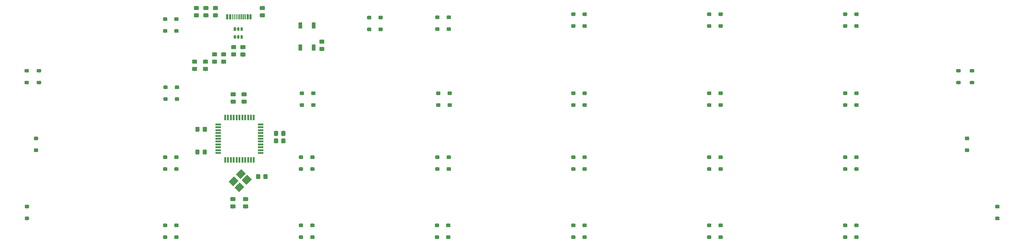
<source format=gbp>
G04 #@! TF.GenerationSoftware,KiCad,Pcbnew,(5.1.2-1)-1*
G04 #@! TF.CreationDate,2020-07-26T10:55:12-05:00*
G04 #@! TF.ProjectId,Ori,4f72692e-6b69-4636-9164-5f7063625858,rev?*
G04 #@! TF.SameCoordinates,Original*
G04 #@! TF.FileFunction,Paste,Bot*
G04 #@! TF.FilePolarity,Positive*
%FSLAX46Y46*%
G04 Gerber Fmt 4.6, Leading zero omitted, Abs format (unit mm)*
G04 Created by KiCad (PCBNEW (5.1.2-1)-1) date 2020-07-26 10:55:12*
%MOMM*%
%LPD*%
G04 APERTURE LIST*
%ADD10C,0.100000*%
%ADD11C,1.150000*%
%ADD12C,1.000000*%
%ADD13C,1.800000*%
%ADD14R,0.500000X1.500000*%
%ADD15R,1.500000X0.500000*%
%ADD16C,0.600000*%
%ADD17C,0.300000*%
%ADD18C,0.650000*%
%ADD19R,0.650000X1.060000*%
%ADD20R,1.100000X1.800000*%
G04 APERTURE END LIST*
D10*
G36*
X114393505Y-70283204D02*
G01*
X114417773Y-70286804D01*
X114441572Y-70292765D01*
X114464671Y-70301030D01*
X114486850Y-70311520D01*
X114507893Y-70324132D01*
X114527599Y-70338747D01*
X114545777Y-70355223D01*
X114562253Y-70373401D01*
X114576868Y-70393107D01*
X114589480Y-70414150D01*
X114599970Y-70436329D01*
X114608235Y-70459428D01*
X114614196Y-70483227D01*
X114617796Y-70507495D01*
X114619000Y-70531999D01*
X114619000Y-71182001D01*
X114617796Y-71206505D01*
X114614196Y-71230773D01*
X114608235Y-71254572D01*
X114599970Y-71277671D01*
X114589480Y-71299850D01*
X114576868Y-71320893D01*
X114562253Y-71340599D01*
X114545777Y-71358777D01*
X114527599Y-71375253D01*
X114507893Y-71389868D01*
X114486850Y-71402480D01*
X114464671Y-71412970D01*
X114441572Y-71421235D01*
X114417773Y-71427196D01*
X114393505Y-71430796D01*
X114369001Y-71432000D01*
X113468999Y-71432000D01*
X113444495Y-71430796D01*
X113420227Y-71427196D01*
X113396428Y-71421235D01*
X113373329Y-71412970D01*
X113351150Y-71402480D01*
X113330107Y-71389868D01*
X113310401Y-71375253D01*
X113292223Y-71358777D01*
X113275747Y-71340599D01*
X113261132Y-71320893D01*
X113248520Y-71299850D01*
X113238030Y-71277671D01*
X113229765Y-71254572D01*
X113223804Y-71230773D01*
X113220204Y-71206505D01*
X113219000Y-71182001D01*
X113219000Y-70531999D01*
X113220204Y-70507495D01*
X113223804Y-70483227D01*
X113229765Y-70459428D01*
X113238030Y-70436329D01*
X113248520Y-70414150D01*
X113261132Y-70393107D01*
X113275747Y-70373401D01*
X113292223Y-70355223D01*
X113310401Y-70338747D01*
X113330107Y-70324132D01*
X113351150Y-70311520D01*
X113373329Y-70301030D01*
X113396428Y-70292765D01*
X113420227Y-70286804D01*
X113444495Y-70283204D01*
X113468999Y-70282000D01*
X114369001Y-70282000D01*
X114393505Y-70283204D01*
X114393505Y-70283204D01*
G37*
D11*
X113919000Y-70857000D03*
D10*
G36*
X114393505Y-72333204D02*
G01*
X114417773Y-72336804D01*
X114441572Y-72342765D01*
X114464671Y-72351030D01*
X114486850Y-72361520D01*
X114507893Y-72374132D01*
X114527599Y-72388747D01*
X114545777Y-72405223D01*
X114562253Y-72423401D01*
X114576868Y-72443107D01*
X114589480Y-72464150D01*
X114599970Y-72486329D01*
X114608235Y-72509428D01*
X114614196Y-72533227D01*
X114617796Y-72557495D01*
X114619000Y-72581999D01*
X114619000Y-73232001D01*
X114617796Y-73256505D01*
X114614196Y-73280773D01*
X114608235Y-73304572D01*
X114599970Y-73327671D01*
X114589480Y-73349850D01*
X114576868Y-73370893D01*
X114562253Y-73390599D01*
X114545777Y-73408777D01*
X114527599Y-73425253D01*
X114507893Y-73439868D01*
X114486850Y-73452480D01*
X114464671Y-73462970D01*
X114441572Y-73471235D01*
X114417773Y-73477196D01*
X114393505Y-73480796D01*
X114369001Y-73482000D01*
X113468999Y-73482000D01*
X113444495Y-73480796D01*
X113420227Y-73477196D01*
X113396428Y-73471235D01*
X113373329Y-73462970D01*
X113351150Y-73452480D01*
X113330107Y-73439868D01*
X113310401Y-73425253D01*
X113292223Y-73408777D01*
X113275747Y-73390599D01*
X113261132Y-73370893D01*
X113248520Y-73349850D01*
X113238030Y-73327671D01*
X113229765Y-73304572D01*
X113223804Y-73280773D01*
X113220204Y-73256505D01*
X113219000Y-73232001D01*
X113219000Y-72581999D01*
X113220204Y-72557495D01*
X113223804Y-72533227D01*
X113229765Y-72509428D01*
X113238030Y-72486329D01*
X113248520Y-72464150D01*
X113261132Y-72443107D01*
X113275747Y-72423401D01*
X113292223Y-72405223D01*
X113310401Y-72388747D01*
X113330107Y-72374132D01*
X113351150Y-72361520D01*
X113373329Y-72351030D01*
X113396428Y-72342765D01*
X113420227Y-72336804D01*
X113444495Y-72333204D01*
X113468999Y-72332000D01*
X114369001Y-72332000D01*
X114393505Y-72333204D01*
X114393505Y-72333204D01*
G37*
D11*
X113919000Y-72907000D03*
D10*
G36*
X247306503Y-51245581D02*
G01*
X247330772Y-51249181D01*
X247354570Y-51255142D01*
X247377670Y-51263407D01*
X247399848Y-51273897D01*
X247420892Y-51286510D01*
X247440597Y-51301124D01*
X247458776Y-51317600D01*
X247475252Y-51335779D01*
X247489866Y-51355484D01*
X247502479Y-51376528D01*
X247512969Y-51398706D01*
X247521234Y-51421806D01*
X247527195Y-51445604D01*
X247530795Y-51469873D01*
X247531999Y-51494377D01*
X247531999Y-51994377D01*
X247530795Y-52018881D01*
X247527195Y-52043150D01*
X247521234Y-52066948D01*
X247512969Y-52090048D01*
X247502479Y-52112226D01*
X247489866Y-52133270D01*
X247475252Y-52152975D01*
X247458776Y-52171154D01*
X247440597Y-52187630D01*
X247420892Y-52202244D01*
X247399848Y-52214857D01*
X247377670Y-52225347D01*
X247354570Y-52233612D01*
X247330772Y-52239573D01*
X247306503Y-52243173D01*
X247281999Y-52244377D01*
X246581999Y-52244377D01*
X246557495Y-52243173D01*
X246533226Y-52239573D01*
X246509428Y-52233612D01*
X246486328Y-52225347D01*
X246464150Y-52214857D01*
X246443106Y-52202244D01*
X246423401Y-52187630D01*
X246405222Y-52171154D01*
X246388746Y-52152975D01*
X246374132Y-52133270D01*
X246361519Y-52112226D01*
X246351029Y-52090048D01*
X246342764Y-52066948D01*
X246336803Y-52043150D01*
X246333203Y-52018881D01*
X246331999Y-51994377D01*
X246331999Y-51494377D01*
X246333203Y-51469873D01*
X246336803Y-51445604D01*
X246342764Y-51421806D01*
X246351029Y-51398706D01*
X246361519Y-51376528D01*
X246374132Y-51355484D01*
X246388746Y-51335779D01*
X246405222Y-51317600D01*
X246423401Y-51301124D01*
X246443106Y-51286510D01*
X246464150Y-51273897D01*
X246486328Y-51263407D01*
X246509428Y-51255142D01*
X246533226Y-51249181D01*
X246557495Y-51245581D01*
X246581999Y-51244377D01*
X247281999Y-51244377D01*
X247306503Y-51245581D01*
X247306503Y-51245581D01*
G37*
D12*
X246931999Y-51744377D03*
D10*
G36*
X247306503Y-47945581D02*
G01*
X247330772Y-47949181D01*
X247354570Y-47955142D01*
X247377670Y-47963407D01*
X247399848Y-47973897D01*
X247420892Y-47986510D01*
X247440597Y-48001124D01*
X247458776Y-48017600D01*
X247475252Y-48035779D01*
X247489866Y-48055484D01*
X247502479Y-48076528D01*
X247512969Y-48098706D01*
X247521234Y-48121806D01*
X247527195Y-48145604D01*
X247530795Y-48169873D01*
X247531999Y-48194377D01*
X247531999Y-48694377D01*
X247530795Y-48718881D01*
X247527195Y-48743150D01*
X247521234Y-48766948D01*
X247512969Y-48790048D01*
X247502479Y-48812226D01*
X247489866Y-48833270D01*
X247475252Y-48852975D01*
X247458776Y-48871154D01*
X247440597Y-48887630D01*
X247420892Y-48902244D01*
X247399848Y-48914857D01*
X247377670Y-48925347D01*
X247354570Y-48933612D01*
X247330772Y-48939573D01*
X247306503Y-48943173D01*
X247281999Y-48944377D01*
X246581999Y-48944377D01*
X246557495Y-48943173D01*
X246533226Y-48939573D01*
X246509428Y-48933612D01*
X246486328Y-48925347D01*
X246464150Y-48914857D01*
X246443106Y-48902244D01*
X246423401Y-48887630D01*
X246405222Y-48871154D01*
X246388746Y-48852975D01*
X246374132Y-48833270D01*
X246361519Y-48812226D01*
X246351029Y-48790048D01*
X246342764Y-48766948D01*
X246336803Y-48743150D01*
X246333203Y-48718881D01*
X246331999Y-48694377D01*
X246331999Y-48194377D01*
X246333203Y-48169873D01*
X246336803Y-48145604D01*
X246342764Y-48121806D01*
X246351029Y-48098706D01*
X246361519Y-48076528D01*
X246374132Y-48055484D01*
X246388746Y-48035779D01*
X246405222Y-48017600D01*
X246423401Y-48001124D01*
X246443106Y-47986510D01*
X246464150Y-47973897D01*
X246486328Y-47963407D01*
X246509428Y-47955142D01*
X246533226Y-47949181D01*
X246557495Y-47945581D01*
X246581999Y-47944377D01*
X247281999Y-47944377D01*
X247306503Y-47945581D01*
X247306503Y-47945581D01*
G37*
D12*
X246931999Y-48444377D03*
D10*
G36*
X106671505Y-61139204D02*
G01*
X106695773Y-61142804D01*
X106719572Y-61148765D01*
X106742671Y-61157030D01*
X106764850Y-61167520D01*
X106785893Y-61180132D01*
X106805599Y-61194747D01*
X106823777Y-61211223D01*
X106840253Y-61229401D01*
X106854868Y-61249107D01*
X106867480Y-61270150D01*
X106877970Y-61292329D01*
X106886235Y-61315428D01*
X106892196Y-61339227D01*
X106895796Y-61363495D01*
X106897000Y-61387999D01*
X106897000Y-62038001D01*
X106895796Y-62062505D01*
X106892196Y-62086773D01*
X106886235Y-62110572D01*
X106877970Y-62133671D01*
X106867480Y-62155850D01*
X106854868Y-62176893D01*
X106840253Y-62196599D01*
X106823777Y-62214777D01*
X106805599Y-62231253D01*
X106785893Y-62245868D01*
X106764850Y-62258480D01*
X106742671Y-62268970D01*
X106719572Y-62277235D01*
X106695773Y-62283196D01*
X106671505Y-62286796D01*
X106647001Y-62288000D01*
X105746999Y-62288000D01*
X105722495Y-62286796D01*
X105698227Y-62283196D01*
X105674428Y-62277235D01*
X105651329Y-62268970D01*
X105629150Y-62258480D01*
X105608107Y-62245868D01*
X105588401Y-62231253D01*
X105570223Y-62214777D01*
X105553747Y-62196599D01*
X105539132Y-62176893D01*
X105526520Y-62155850D01*
X105516030Y-62133671D01*
X105507765Y-62110572D01*
X105501804Y-62086773D01*
X105498204Y-62062505D01*
X105497000Y-62038001D01*
X105497000Y-61387999D01*
X105498204Y-61363495D01*
X105501804Y-61339227D01*
X105507765Y-61315428D01*
X105516030Y-61292329D01*
X105526520Y-61270150D01*
X105539132Y-61249107D01*
X105553747Y-61229401D01*
X105570223Y-61211223D01*
X105588401Y-61194747D01*
X105608107Y-61180132D01*
X105629150Y-61167520D01*
X105651329Y-61157030D01*
X105674428Y-61148765D01*
X105698227Y-61142804D01*
X105722495Y-61139204D01*
X105746999Y-61138000D01*
X106647001Y-61138000D01*
X106671505Y-61139204D01*
X106671505Y-61139204D01*
G37*
D11*
X106197000Y-61713000D03*
D10*
G36*
X106671505Y-63189204D02*
G01*
X106695773Y-63192804D01*
X106719572Y-63198765D01*
X106742671Y-63207030D01*
X106764850Y-63217520D01*
X106785893Y-63230132D01*
X106805599Y-63244747D01*
X106823777Y-63261223D01*
X106840253Y-63279401D01*
X106854868Y-63299107D01*
X106867480Y-63320150D01*
X106877970Y-63342329D01*
X106886235Y-63365428D01*
X106892196Y-63389227D01*
X106895796Y-63413495D01*
X106897000Y-63437999D01*
X106897000Y-64088001D01*
X106895796Y-64112505D01*
X106892196Y-64136773D01*
X106886235Y-64160572D01*
X106877970Y-64183671D01*
X106867480Y-64205850D01*
X106854868Y-64226893D01*
X106840253Y-64246599D01*
X106823777Y-64264777D01*
X106805599Y-64281253D01*
X106785893Y-64295868D01*
X106764850Y-64308480D01*
X106742671Y-64318970D01*
X106719572Y-64327235D01*
X106695773Y-64333196D01*
X106671505Y-64336796D01*
X106647001Y-64338000D01*
X105746999Y-64338000D01*
X105722495Y-64336796D01*
X105698227Y-64333196D01*
X105674428Y-64327235D01*
X105651329Y-64318970D01*
X105629150Y-64308480D01*
X105608107Y-64295868D01*
X105588401Y-64281253D01*
X105570223Y-64264777D01*
X105553747Y-64246599D01*
X105539132Y-64226893D01*
X105526520Y-64205850D01*
X105516030Y-64183671D01*
X105507765Y-64160572D01*
X105501804Y-64136773D01*
X105498204Y-64112505D01*
X105497000Y-64088001D01*
X105497000Y-63437999D01*
X105498204Y-63413495D01*
X105501804Y-63389227D01*
X105507765Y-63365428D01*
X105516030Y-63342329D01*
X105526520Y-63320150D01*
X105539132Y-63299107D01*
X105553747Y-63279401D01*
X105570223Y-63261223D01*
X105588401Y-63244747D01*
X105608107Y-63230132D01*
X105629150Y-63217520D01*
X105651329Y-63207030D01*
X105674428Y-63198765D01*
X105698227Y-63192804D01*
X105722495Y-63189204D01*
X105746999Y-63188000D01*
X106647001Y-63188000D01*
X106671505Y-63189204D01*
X106671505Y-63189204D01*
G37*
D11*
X106197000Y-63763000D03*
D10*
G36*
X103623505Y-63189204D02*
G01*
X103647773Y-63192804D01*
X103671572Y-63198765D01*
X103694671Y-63207030D01*
X103716850Y-63217520D01*
X103737893Y-63230132D01*
X103757599Y-63244747D01*
X103775777Y-63261223D01*
X103792253Y-63279401D01*
X103806868Y-63299107D01*
X103819480Y-63320150D01*
X103829970Y-63342329D01*
X103838235Y-63365428D01*
X103844196Y-63389227D01*
X103847796Y-63413495D01*
X103849000Y-63437999D01*
X103849000Y-64088001D01*
X103847796Y-64112505D01*
X103844196Y-64136773D01*
X103838235Y-64160572D01*
X103829970Y-64183671D01*
X103819480Y-64205850D01*
X103806868Y-64226893D01*
X103792253Y-64246599D01*
X103775777Y-64264777D01*
X103757599Y-64281253D01*
X103737893Y-64295868D01*
X103716850Y-64308480D01*
X103694671Y-64318970D01*
X103671572Y-64327235D01*
X103647773Y-64333196D01*
X103623505Y-64336796D01*
X103599001Y-64338000D01*
X102698999Y-64338000D01*
X102674495Y-64336796D01*
X102650227Y-64333196D01*
X102626428Y-64327235D01*
X102603329Y-64318970D01*
X102581150Y-64308480D01*
X102560107Y-64295868D01*
X102540401Y-64281253D01*
X102522223Y-64264777D01*
X102505747Y-64246599D01*
X102491132Y-64226893D01*
X102478520Y-64205850D01*
X102468030Y-64183671D01*
X102459765Y-64160572D01*
X102453804Y-64136773D01*
X102450204Y-64112505D01*
X102449000Y-64088001D01*
X102449000Y-63437999D01*
X102450204Y-63413495D01*
X102453804Y-63389227D01*
X102459765Y-63365428D01*
X102468030Y-63342329D01*
X102478520Y-63320150D01*
X102491132Y-63299107D01*
X102505747Y-63279401D01*
X102522223Y-63261223D01*
X102540401Y-63244747D01*
X102560107Y-63230132D01*
X102581150Y-63217520D01*
X102603329Y-63207030D01*
X102626428Y-63198765D01*
X102650227Y-63192804D01*
X102674495Y-63189204D01*
X102698999Y-63188000D01*
X103599001Y-63188000D01*
X103623505Y-63189204D01*
X103623505Y-63189204D01*
G37*
D11*
X103149000Y-63763000D03*
D10*
G36*
X103623505Y-61139204D02*
G01*
X103647773Y-61142804D01*
X103671572Y-61148765D01*
X103694671Y-61157030D01*
X103716850Y-61167520D01*
X103737893Y-61180132D01*
X103757599Y-61194747D01*
X103775777Y-61211223D01*
X103792253Y-61229401D01*
X103806868Y-61249107D01*
X103819480Y-61270150D01*
X103829970Y-61292329D01*
X103838235Y-61315428D01*
X103844196Y-61339227D01*
X103847796Y-61363495D01*
X103849000Y-61387999D01*
X103849000Y-62038001D01*
X103847796Y-62062505D01*
X103844196Y-62086773D01*
X103838235Y-62110572D01*
X103829970Y-62133671D01*
X103819480Y-62155850D01*
X103806868Y-62176893D01*
X103792253Y-62196599D01*
X103775777Y-62214777D01*
X103757599Y-62231253D01*
X103737893Y-62245868D01*
X103716850Y-62258480D01*
X103694671Y-62268970D01*
X103671572Y-62277235D01*
X103647773Y-62283196D01*
X103623505Y-62286796D01*
X103599001Y-62288000D01*
X102698999Y-62288000D01*
X102674495Y-62286796D01*
X102650227Y-62283196D01*
X102626428Y-62277235D01*
X102603329Y-62268970D01*
X102581150Y-62258480D01*
X102560107Y-62245868D01*
X102540401Y-62231253D01*
X102522223Y-62214777D01*
X102505747Y-62196599D01*
X102491132Y-62176893D01*
X102478520Y-62155850D01*
X102468030Y-62133671D01*
X102459765Y-62110572D01*
X102453804Y-62086773D01*
X102450204Y-62062505D01*
X102449000Y-62038001D01*
X102449000Y-61387999D01*
X102450204Y-61363495D01*
X102453804Y-61339227D01*
X102459765Y-61315428D01*
X102468030Y-61292329D01*
X102478520Y-61270150D01*
X102491132Y-61249107D01*
X102505747Y-61229401D01*
X102522223Y-61211223D01*
X102540401Y-61194747D01*
X102560107Y-61180132D01*
X102581150Y-61167520D01*
X102603329Y-61157030D01*
X102626428Y-61148765D01*
X102650227Y-61142804D01*
X102674495Y-61139204D01*
X102698999Y-61138000D01*
X103599001Y-61138000D01*
X103623505Y-61139204D01*
X103623505Y-61139204D01*
G37*
D11*
X103149000Y-61713000D03*
D10*
G36*
X111726505Y-61157204D02*
G01*
X111750773Y-61160804D01*
X111774572Y-61166765D01*
X111797671Y-61175030D01*
X111819850Y-61185520D01*
X111840893Y-61198132D01*
X111860599Y-61212747D01*
X111878777Y-61229223D01*
X111895253Y-61247401D01*
X111909868Y-61267107D01*
X111922480Y-61288150D01*
X111932970Y-61310329D01*
X111941235Y-61333428D01*
X111947196Y-61357227D01*
X111950796Y-61381495D01*
X111952000Y-61405999D01*
X111952000Y-62056001D01*
X111950796Y-62080505D01*
X111947196Y-62104773D01*
X111941235Y-62128572D01*
X111932970Y-62151671D01*
X111922480Y-62173850D01*
X111909868Y-62194893D01*
X111895253Y-62214599D01*
X111878777Y-62232777D01*
X111860599Y-62249253D01*
X111840893Y-62263868D01*
X111819850Y-62276480D01*
X111797671Y-62286970D01*
X111774572Y-62295235D01*
X111750773Y-62301196D01*
X111726505Y-62304796D01*
X111702001Y-62306000D01*
X110801999Y-62306000D01*
X110777495Y-62304796D01*
X110753227Y-62301196D01*
X110729428Y-62295235D01*
X110706329Y-62286970D01*
X110684150Y-62276480D01*
X110663107Y-62263868D01*
X110643401Y-62249253D01*
X110625223Y-62232777D01*
X110608747Y-62214599D01*
X110594132Y-62194893D01*
X110581520Y-62173850D01*
X110571030Y-62151671D01*
X110562765Y-62128572D01*
X110556804Y-62104773D01*
X110553204Y-62080505D01*
X110552000Y-62056001D01*
X110552000Y-61405999D01*
X110553204Y-61381495D01*
X110556804Y-61357227D01*
X110562765Y-61333428D01*
X110571030Y-61310329D01*
X110581520Y-61288150D01*
X110594132Y-61267107D01*
X110608747Y-61247401D01*
X110625223Y-61229223D01*
X110643401Y-61212747D01*
X110663107Y-61198132D01*
X110684150Y-61185520D01*
X110706329Y-61175030D01*
X110729428Y-61166765D01*
X110753227Y-61160804D01*
X110777495Y-61157204D01*
X110801999Y-61156000D01*
X111702001Y-61156000D01*
X111726505Y-61157204D01*
X111726505Y-61157204D01*
G37*
D11*
X111252000Y-61731000D03*
D10*
G36*
X111726505Y-59107204D02*
G01*
X111750773Y-59110804D01*
X111774572Y-59116765D01*
X111797671Y-59125030D01*
X111819850Y-59135520D01*
X111840893Y-59148132D01*
X111860599Y-59162747D01*
X111878777Y-59179223D01*
X111895253Y-59197401D01*
X111909868Y-59217107D01*
X111922480Y-59238150D01*
X111932970Y-59260329D01*
X111941235Y-59283428D01*
X111947196Y-59307227D01*
X111950796Y-59331495D01*
X111952000Y-59355999D01*
X111952000Y-60006001D01*
X111950796Y-60030505D01*
X111947196Y-60054773D01*
X111941235Y-60078572D01*
X111932970Y-60101671D01*
X111922480Y-60123850D01*
X111909868Y-60144893D01*
X111895253Y-60164599D01*
X111878777Y-60182777D01*
X111860599Y-60199253D01*
X111840893Y-60213868D01*
X111819850Y-60226480D01*
X111797671Y-60236970D01*
X111774572Y-60245235D01*
X111750773Y-60251196D01*
X111726505Y-60254796D01*
X111702001Y-60256000D01*
X110801999Y-60256000D01*
X110777495Y-60254796D01*
X110753227Y-60251196D01*
X110729428Y-60245235D01*
X110706329Y-60236970D01*
X110684150Y-60226480D01*
X110663107Y-60213868D01*
X110643401Y-60199253D01*
X110625223Y-60182777D01*
X110608747Y-60164599D01*
X110594132Y-60144893D01*
X110581520Y-60123850D01*
X110571030Y-60101671D01*
X110562765Y-60078572D01*
X110556804Y-60054773D01*
X110553204Y-60030505D01*
X110552000Y-60006001D01*
X110552000Y-59355999D01*
X110553204Y-59331495D01*
X110556804Y-59307227D01*
X110562765Y-59283428D01*
X110571030Y-59260329D01*
X110581520Y-59238150D01*
X110594132Y-59217107D01*
X110608747Y-59197401D01*
X110625223Y-59179223D01*
X110643401Y-59162747D01*
X110663107Y-59148132D01*
X110684150Y-59135520D01*
X110706329Y-59125030D01*
X110729428Y-59116765D01*
X110753227Y-59110804D01*
X110777495Y-59107204D01*
X110801999Y-59106000D01*
X111702001Y-59106000D01*
X111726505Y-59107204D01*
X111726505Y-59107204D01*
G37*
D11*
X111252000Y-59681000D03*
D10*
G36*
X106773505Y-48203204D02*
G01*
X106797773Y-48206804D01*
X106821572Y-48212765D01*
X106844671Y-48221030D01*
X106866850Y-48231520D01*
X106887893Y-48244132D01*
X106907599Y-48258747D01*
X106925777Y-48275223D01*
X106942253Y-48293401D01*
X106956868Y-48313107D01*
X106969480Y-48334150D01*
X106979970Y-48356329D01*
X106988235Y-48379428D01*
X106994196Y-48403227D01*
X106997796Y-48427495D01*
X106999000Y-48451999D01*
X106999000Y-49102001D01*
X106997796Y-49126505D01*
X106994196Y-49150773D01*
X106988235Y-49174572D01*
X106979970Y-49197671D01*
X106969480Y-49219850D01*
X106956868Y-49240893D01*
X106942253Y-49260599D01*
X106925777Y-49278777D01*
X106907599Y-49295253D01*
X106887893Y-49309868D01*
X106866850Y-49322480D01*
X106844671Y-49332970D01*
X106821572Y-49341235D01*
X106797773Y-49347196D01*
X106773505Y-49350796D01*
X106749001Y-49352000D01*
X105848999Y-49352000D01*
X105824495Y-49350796D01*
X105800227Y-49347196D01*
X105776428Y-49341235D01*
X105753329Y-49332970D01*
X105731150Y-49322480D01*
X105710107Y-49309868D01*
X105690401Y-49295253D01*
X105672223Y-49278777D01*
X105655747Y-49260599D01*
X105641132Y-49240893D01*
X105628520Y-49219850D01*
X105618030Y-49197671D01*
X105609765Y-49174572D01*
X105603804Y-49150773D01*
X105600204Y-49126505D01*
X105599000Y-49102001D01*
X105599000Y-48451999D01*
X105600204Y-48427495D01*
X105603804Y-48403227D01*
X105609765Y-48379428D01*
X105618030Y-48356329D01*
X105628520Y-48334150D01*
X105641132Y-48313107D01*
X105655747Y-48293401D01*
X105672223Y-48275223D01*
X105690401Y-48258747D01*
X105710107Y-48244132D01*
X105731150Y-48231520D01*
X105753329Y-48221030D01*
X105776428Y-48212765D01*
X105800227Y-48206804D01*
X105824495Y-48203204D01*
X105848999Y-48202000D01*
X106749001Y-48202000D01*
X106773505Y-48203204D01*
X106773505Y-48203204D01*
G37*
D11*
X106299000Y-48777000D03*
D10*
G36*
X106773505Y-46153204D02*
G01*
X106797773Y-46156804D01*
X106821572Y-46162765D01*
X106844671Y-46171030D01*
X106866850Y-46181520D01*
X106887893Y-46194132D01*
X106907599Y-46208747D01*
X106925777Y-46225223D01*
X106942253Y-46243401D01*
X106956868Y-46263107D01*
X106969480Y-46284150D01*
X106979970Y-46306329D01*
X106988235Y-46329428D01*
X106994196Y-46353227D01*
X106997796Y-46377495D01*
X106999000Y-46401999D01*
X106999000Y-47052001D01*
X106997796Y-47076505D01*
X106994196Y-47100773D01*
X106988235Y-47124572D01*
X106979970Y-47147671D01*
X106969480Y-47169850D01*
X106956868Y-47190893D01*
X106942253Y-47210599D01*
X106925777Y-47228777D01*
X106907599Y-47245253D01*
X106887893Y-47259868D01*
X106866850Y-47272480D01*
X106844671Y-47282970D01*
X106821572Y-47291235D01*
X106797773Y-47297196D01*
X106773505Y-47300796D01*
X106749001Y-47302000D01*
X105848999Y-47302000D01*
X105824495Y-47300796D01*
X105800227Y-47297196D01*
X105776428Y-47291235D01*
X105753329Y-47282970D01*
X105731150Y-47272480D01*
X105710107Y-47259868D01*
X105690401Y-47245253D01*
X105672223Y-47228777D01*
X105655747Y-47210599D01*
X105641132Y-47190893D01*
X105628520Y-47169850D01*
X105618030Y-47147671D01*
X105609765Y-47124572D01*
X105603804Y-47100773D01*
X105600204Y-47076505D01*
X105599000Y-47052001D01*
X105599000Y-46401999D01*
X105600204Y-46377495D01*
X105603804Y-46353227D01*
X105609765Y-46329428D01*
X105618030Y-46306329D01*
X105628520Y-46284150D01*
X105641132Y-46263107D01*
X105655747Y-46243401D01*
X105672223Y-46225223D01*
X105690401Y-46208747D01*
X105710107Y-46194132D01*
X105731150Y-46181520D01*
X105753329Y-46171030D01*
X105776428Y-46162765D01*
X105800227Y-46156804D01*
X105824495Y-46153204D01*
X105848999Y-46152000D01*
X106749001Y-46152000D01*
X106773505Y-46153204D01*
X106773505Y-46153204D01*
G37*
D11*
X106299000Y-46727000D03*
D10*
G36*
X104106505Y-48203204D02*
G01*
X104130773Y-48206804D01*
X104154572Y-48212765D01*
X104177671Y-48221030D01*
X104199850Y-48231520D01*
X104220893Y-48244132D01*
X104240599Y-48258747D01*
X104258777Y-48275223D01*
X104275253Y-48293401D01*
X104289868Y-48313107D01*
X104302480Y-48334150D01*
X104312970Y-48356329D01*
X104321235Y-48379428D01*
X104327196Y-48403227D01*
X104330796Y-48427495D01*
X104332000Y-48451999D01*
X104332000Y-49102001D01*
X104330796Y-49126505D01*
X104327196Y-49150773D01*
X104321235Y-49174572D01*
X104312970Y-49197671D01*
X104302480Y-49219850D01*
X104289868Y-49240893D01*
X104275253Y-49260599D01*
X104258777Y-49278777D01*
X104240599Y-49295253D01*
X104220893Y-49309868D01*
X104199850Y-49322480D01*
X104177671Y-49332970D01*
X104154572Y-49341235D01*
X104130773Y-49347196D01*
X104106505Y-49350796D01*
X104082001Y-49352000D01*
X103181999Y-49352000D01*
X103157495Y-49350796D01*
X103133227Y-49347196D01*
X103109428Y-49341235D01*
X103086329Y-49332970D01*
X103064150Y-49322480D01*
X103043107Y-49309868D01*
X103023401Y-49295253D01*
X103005223Y-49278777D01*
X102988747Y-49260599D01*
X102974132Y-49240893D01*
X102961520Y-49219850D01*
X102951030Y-49197671D01*
X102942765Y-49174572D01*
X102936804Y-49150773D01*
X102933204Y-49126505D01*
X102932000Y-49102001D01*
X102932000Y-48451999D01*
X102933204Y-48427495D01*
X102936804Y-48403227D01*
X102942765Y-48379428D01*
X102951030Y-48356329D01*
X102961520Y-48334150D01*
X102974132Y-48313107D01*
X102988747Y-48293401D01*
X103005223Y-48275223D01*
X103023401Y-48258747D01*
X103043107Y-48244132D01*
X103064150Y-48231520D01*
X103086329Y-48221030D01*
X103109428Y-48212765D01*
X103133227Y-48206804D01*
X103157495Y-48203204D01*
X103181999Y-48202000D01*
X104082001Y-48202000D01*
X104106505Y-48203204D01*
X104106505Y-48203204D01*
G37*
D11*
X103632000Y-48777000D03*
D10*
G36*
X104106505Y-46153204D02*
G01*
X104130773Y-46156804D01*
X104154572Y-46162765D01*
X104177671Y-46171030D01*
X104199850Y-46181520D01*
X104220893Y-46194132D01*
X104240599Y-46208747D01*
X104258777Y-46225223D01*
X104275253Y-46243401D01*
X104289868Y-46263107D01*
X104302480Y-46284150D01*
X104312970Y-46306329D01*
X104321235Y-46329428D01*
X104327196Y-46353227D01*
X104330796Y-46377495D01*
X104332000Y-46401999D01*
X104332000Y-47052001D01*
X104330796Y-47076505D01*
X104327196Y-47100773D01*
X104321235Y-47124572D01*
X104312970Y-47147671D01*
X104302480Y-47169850D01*
X104289868Y-47190893D01*
X104275253Y-47210599D01*
X104258777Y-47228777D01*
X104240599Y-47245253D01*
X104220893Y-47259868D01*
X104199850Y-47272480D01*
X104177671Y-47282970D01*
X104154572Y-47291235D01*
X104130773Y-47297196D01*
X104106505Y-47300796D01*
X104082001Y-47302000D01*
X103181999Y-47302000D01*
X103157495Y-47300796D01*
X103133227Y-47297196D01*
X103109428Y-47291235D01*
X103086329Y-47282970D01*
X103064150Y-47272480D01*
X103043107Y-47259868D01*
X103023401Y-47245253D01*
X103005223Y-47228777D01*
X102988747Y-47210599D01*
X102974132Y-47190893D01*
X102961520Y-47169850D01*
X102951030Y-47147671D01*
X102942765Y-47124572D01*
X102936804Y-47100773D01*
X102933204Y-47076505D01*
X102932000Y-47052001D01*
X102932000Y-46401999D01*
X102933204Y-46377495D01*
X102936804Y-46353227D01*
X102942765Y-46329428D01*
X102951030Y-46306329D01*
X102961520Y-46284150D01*
X102974132Y-46263107D01*
X102988747Y-46243401D01*
X103005223Y-46225223D01*
X103023401Y-46208747D01*
X103043107Y-46194132D01*
X103064150Y-46181520D01*
X103086329Y-46171030D01*
X103109428Y-46162765D01*
X103133227Y-46156804D01*
X103157495Y-46153204D01*
X103181999Y-46152000D01*
X104082001Y-46152000D01*
X104106505Y-46153204D01*
X104106505Y-46153204D01*
G37*
D11*
X103632000Y-46727000D03*
D10*
G36*
X139183505Y-55549204D02*
G01*
X139207773Y-55552804D01*
X139231572Y-55558765D01*
X139254671Y-55567030D01*
X139276850Y-55577520D01*
X139297893Y-55590132D01*
X139317599Y-55604747D01*
X139335777Y-55621223D01*
X139352253Y-55639401D01*
X139366868Y-55659107D01*
X139379480Y-55680150D01*
X139389970Y-55702329D01*
X139398235Y-55725428D01*
X139404196Y-55749227D01*
X139407796Y-55773495D01*
X139409000Y-55797999D01*
X139409000Y-56448001D01*
X139407796Y-56472505D01*
X139404196Y-56496773D01*
X139398235Y-56520572D01*
X139389970Y-56543671D01*
X139379480Y-56565850D01*
X139366868Y-56586893D01*
X139352253Y-56606599D01*
X139335777Y-56624777D01*
X139317599Y-56641253D01*
X139297893Y-56655868D01*
X139276850Y-56668480D01*
X139254671Y-56678970D01*
X139231572Y-56687235D01*
X139207773Y-56693196D01*
X139183505Y-56696796D01*
X139159001Y-56698000D01*
X138258999Y-56698000D01*
X138234495Y-56696796D01*
X138210227Y-56693196D01*
X138186428Y-56687235D01*
X138163329Y-56678970D01*
X138141150Y-56668480D01*
X138120107Y-56655868D01*
X138100401Y-56641253D01*
X138082223Y-56624777D01*
X138065747Y-56606599D01*
X138051132Y-56586893D01*
X138038520Y-56565850D01*
X138028030Y-56543671D01*
X138019765Y-56520572D01*
X138013804Y-56496773D01*
X138010204Y-56472505D01*
X138009000Y-56448001D01*
X138009000Y-55797999D01*
X138010204Y-55773495D01*
X138013804Y-55749227D01*
X138019765Y-55725428D01*
X138028030Y-55702329D01*
X138038520Y-55680150D01*
X138051132Y-55659107D01*
X138065747Y-55639401D01*
X138082223Y-55621223D01*
X138100401Y-55604747D01*
X138120107Y-55590132D01*
X138141150Y-55577520D01*
X138163329Y-55567030D01*
X138186428Y-55558765D01*
X138210227Y-55552804D01*
X138234495Y-55549204D01*
X138258999Y-55548000D01*
X139159001Y-55548000D01*
X139183505Y-55549204D01*
X139183505Y-55549204D01*
G37*
D11*
X138709000Y-56123000D03*
D10*
G36*
X139183505Y-57599204D02*
G01*
X139207773Y-57602804D01*
X139231572Y-57608765D01*
X139254671Y-57617030D01*
X139276850Y-57627520D01*
X139297893Y-57640132D01*
X139317599Y-57654747D01*
X139335777Y-57671223D01*
X139352253Y-57689401D01*
X139366868Y-57709107D01*
X139379480Y-57730150D01*
X139389970Y-57752329D01*
X139398235Y-57775428D01*
X139404196Y-57799227D01*
X139407796Y-57823495D01*
X139409000Y-57847999D01*
X139409000Y-58498001D01*
X139407796Y-58522505D01*
X139404196Y-58546773D01*
X139398235Y-58570572D01*
X139389970Y-58593671D01*
X139379480Y-58615850D01*
X139366868Y-58636893D01*
X139352253Y-58656599D01*
X139335777Y-58674777D01*
X139317599Y-58691253D01*
X139297893Y-58705868D01*
X139276850Y-58718480D01*
X139254671Y-58728970D01*
X139231572Y-58737235D01*
X139207773Y-58743196D01*
X139183505Y-58746796D01*
X139159001Y-58748000D01*
X138258999Y-58748000D01*
X138234495Y-58746796D01*
X138210227Y-58743196D01*
X138186428Y-58737235D01*
X138163329Y-58728970D01*
X138141150Y-58718480D01*
X138120107Y-58705868D01*
X138100401Y-58691253D01*
X138082223Y-58674777D01*
X138065747Y-58656599D01*
X138051132Y-58636893D01*
X138038520Y-58615850D01*
X138028030Y-58593671D01*
X138019765Y-58570572D01*
X138013804Y-58546773D01*
X138010204Y-58522505D01*
X138009000Y-58498001D01*
X138009000Y-57847999D01*
X138010204Y-57823495D01*
X138013804Y-57799227D01*
X138019765Y-57775428D01*
X138028030Y-57752329D01*
X138038520Y-57730150D01*
X138051132Y-57709107D01*
X138065747Y-57689401D01*
X138082223Y-57671223D01*
X138100401Y-57654747D01*
X138120107Y-57640132D01*
X138141150Y-57627520D01*
X138163329Y-57617030D01*
X138186428Y-57608765D01*
X138210227Y-57602804D01*
X138234495Y-57599204D01*
X138258999Y-57598000D01*
X139159001Y-57598000D01*
X139183505Y-57599204D01*
X139183505Y-57599204D01*
G37*
D11*
X138709000Y-58173000D03*
D10*
G36*
X122550504Y-48203204D02*
G01*
X122574772Y-48206804D01*
X122598571Y-48212765D01*
X122621670Y-48221030D01*
X122643849Y-48231520D01*
X122664892Y-48244132D01*
X122684598Y-48258747D01*
X122702776Y-48275223D01*
X122719252Y-48293401D01*
X122733867Y-48313107D01*
X122746479Y-48334150D01*
X122756969Y-48356329D01*
X122765234Y-48379428D01*
X122771195Y-48403227D01*
X122774795Y-48427495D01*
X122775999Y-48451999D01*
X122775999Y-49102001D01*
X122774795Y-49126505D01*
X122771195Y-49150773D01*
X122765234Y-49174572D01*
X122756969Y-49197671D01*
X122746479Y-49219850D01*
X122733867Y-49240893D01*
X122719252Y-49260599D01*
X122702776Y-49278777D01*
X122684598Y-49295253D01*
X122664892Y-49309868D01*
X122643849Y-49322480D01*
X122621670Y-49332970D01*
X122598571Y-49341235D01*
X122574772Y-49347196D01*
X122550504Y-49350796D01*
X122526000Y-49352000D01*
X121625998Y-49352000D01*
X121601494Y-49350796D01*
X121577226Y-49347196D01*
X121553427Y-49341235D01*
X121530328Y-49332970D01*
X121508149Y-49322480D01*
X121487106Y-49309868D01*
X121467400Y-49295253D01*
X121449222Y-49278777D01*
X121432746Y-49260599D01*
X121418131Y-49240893D01*
X121405519Y-49219850D01*
X121395029Y-49197671D01*
X121386764Y-49174572D01*
X121380803Y-49150773D01*
X121377203Y-49126505D01*
X121375999Y-49102001D01*
X121375999Y-48451999D01*
X121377203Y-48427495D01*
X121380803Y-48403227D01*
X121386764Y-48379428D01*
X121395029Y-48356329D01*
X121405519Y-48334150D01*
X121418131Y-48313107D01*
X121432746Y-48293401D01*
X121449222Y-48275223D01*
X121467400Y-48258747D01*
X121487106Y-48244132D01*
X121508149Y-48231520D01*
X121530328Y-48221030D01*
X121553427Y-48212765D01*
X121577226Y-48206804D01*
X121601494Y-48203204D01*
X121625998Y-48202000D01*
X122526000Y-48202000D01*
X122550504Y-48203204D01*
X122550504Y-48203204D01*
G37*
D11*
X122075999Y-48777000D03*
D10*
G36*
X122550504Y-46153204D02*
G01*
X122574772Y-46156804D01*
X122598571Y-46162765D01*
X122621670Y-46171030D01*
X122643849Y-46181520D01*
X122664892Y-46194132D01*
X122684598Y-46208747D01*
X122702776Y-46225223D01*
X122719252Y-46243401D01*
X122733867Y-46263107D01*
X122746479Y-46284150D01*
X122756969Y-46306329D01*
X122765234Y-46329428D01*
X122771195Y-46353227D01*
X122774795Y-46377495D01*
X122775999Y-46401999D01*
X122775999Y-47052001D01*
X122774795Y-47076505D01*
X122771195Y-47100773D01*
X122765234Y-47124572D01*
X122756969Y-47147671D01*
X122746479Y-47169850D01*
X122733867Y-47190893D01*
X122719252Y-47210599D01*
X122702776Y-47228777D01*
X122684598Y-47245253D01*
X122664892Y-47259868D01*
X122643849Y-47272480D01*
X122621670Y-47282970D01*
X122598571Y-47291235D01*
X122574772Y-47297196D01*
X122550504Y-47300796D01*
X122526000Y-47302000D01*
X121625998Y-47302000D01*
X121601494Y-47300796D01*
X121577226Y-47297196D01*
X121553427Y-47291235D01*
X121530328Y-47282970D01*
X121508149Y-47272480D01*
X121487106Y-47259868D01*
X121467400Y-47245253D01*
X121449222Y-47228777D01*
X121432746Y-47210599D01*
X121418131Y-47190893D01*
X121405519Y-47169850D01*
X121395029Y-47147671D01*
X121386764Y-47124572D01*
X121380803Y-47100773D01*
X121377203Y-47076505D01*
X121375999Y-47052001D01*
X121375999Y-46401999D01*
X121377203Y-46377495D01*
X121380803Y-46353227D01*
X121386764Y-46329428D01*
X121395029Y-46306329D01*
X121405519Y-46284150D01*
X121418131Y-46263107D01*
X121432746Y-46243401D01*
X121449222Y-46225223D01*
X121467400Y-46208747D01*
X121487106Y-46194132D01*
X121508149Y-46181520D01*
X121530328Y-46171030D01*
X121553427Y-46162765D01*
X121577226Y-46156804D01*
X121601494Y-46153204D01*
X121625998Y-46152000D01*
X122526000Y-46152000D01*
X122550504Y-46153204D01*
X122550504Y-46153204D01*
G37*
D11*
X122075999Y-46727000D03*
D10*
G36*
X109440505Y-46153204D02*
G01*
X109464773Y-46156804D01*
X109488572Y-46162765D01*
X109511671Y-46171030D01*
X109533850Y-46181520D01*
X109554893Y-46194132D01*
X109574599Y-46208747D01*
X109592777Y-46225223D01*
X109609253Y-46243401D01*
X109623868Y-46263107D01*
X109636480Y-46284150D01*
X109646970Y-46306329D01*
X109655235Y-46329428D01*
X109661196Y-46353227D01*
X109664796Y-46377495D01*
X109666000Y-46401999D01*
X109666000Y-47052001D01*
X109664796Y-47076505D01*
X109661196Y-47100773D01*
X109655235Y-47124572D01*
X109646970Y-47147671D01*
X109636480Y-47169850D01*
X109623868Y-47190893D01*
X109609253Y-47210599D01*
X109592777Y-47228777D01*
X109574599Y-47245253D01*
X109554893Y-47259868D01*
X109533850Y-47272480D01*
X109511671Y-47282970D01*
X109488572Y-47291235D01*
X109464773Y-47297196D01*
X109440505Y-47300796D01*
X109416001Y-47302000D01*
X108515999Y-47302000D01*
X108491495Y-47300796D01*
X108467227Y-47297196D01*
X108443428Y-47291235D01*
X108420329Y-47282970D01*
X108398150Y-47272480D01*
X108377107Y-47259868D01*
X108357401Y-47245253D01*
X108339223Y-47228777D01*
X108322747Y-47210599D01*
X108308132Y-47190893D01*
X108295520Y-47169850D01*
X108285030Y-47147671D01*
X108276765Y-47124572D01*
X108270804Y-47100773D01*
X108267204Y-47076505D01*
X108266000Y-47052001D01*
X108266000Y-46401999D01*
X108267204Y-46377495D01*
X108270804Y-46353227D01*
X108276765Y-46329428D01*
X108285030Y-46306329D01*
X108295520Y-46284150D01*
X108308132Y-46263107D01*
X108322747Y-46243401D01*
X108339223Y-46225223D01*
X108357401Y-46208747D01*
X108377107Y-46194132D01*
X108398150Y-46181520D01*
X108420329Y-46171030D01*
X108443428Y-46162765D01*
X108467227Y-46156804D01*
X108491495Y-46153204D01*
X108515999Y-46152000D01*
X109416001Y-46152000D01*
X109440505Y-46153204D01*
X109440505Y-46153204D01*
G37*
D11*
X108966000Y-46727000D03*
D10*
G36*
X109440505Y-48203204D02*
G01*
X109464773Y-48206804D01*
X109488572Y-48212765D01*
X109511671Y-48221030D01*
X109533850Y-48231520D01*
X109554893Y-48244132D01*
X109574599Y-48258747D01*
X109592777Y-48275223D01*
X109609253Y-48293401D01*
X109623868Y-48313107D01*
X109636480Y-48334150D01*
X109646970Y-48356329D01*
X109655235Y-48379428D01*
X109661196Y-48403227D01*
X109664796Y-48427495D01*
X109666000Y-48451999D01*
X109666000Y-49102001D01*
X109664796Y-49126505D01*
X109661196Y-49150773D01*
X109655235Y-49174572D01*
X109646970Y-49197671D01*
X109636480Y-49219850D01*
X109623868Y-49240893D01*
X109609253Y-49260599D01*
X109592777Y-49278777D01*
X109574599Y-49295253D01*
X109554893Y-49309868D01*
X109533850Y-49322480D01*
X109511671Y-49332970D01*
X109488572Y-49341235D01*
X109464773Y-49347196D01*
X109440505Y-49350796D01*
X109416001Y-49352000D01*
X108515999Y-49352000D01*
X108491495Y-49350796D01*
X108467227Y-49347196D01*
X108443428Y-49341235D01*
X108420329Y-49332970D01*
X108398150Y-49322480D01*
X108377107Y-49309868D01*
X108357401Y-49295253D01*
X108339223Y-49278777D01*
X108322747Y-49260599D01*
X108308132Y-49240893D01*
X108295520Y-49219850D01*
X108285030Y-49197671D01*
X108276765Y-49174572D01*
X108270804Y-49150773D01*
X108267204Y-49126505D01*
X108266000Y-49102001D01*
X108266000Y-48451999D01*
X108267204Y-48427495D01*
X108270804Y-48403227D01*
X108276765Y-48379428D01*
X108285030Y-48356329D01*
X108295520Y-48334150D01*
X108308132Y-48313107D01*
X108322747Y-48293401D01*
X108339223Y-48275223D01*
X108357401Y-48258747D01*
X108377107Y-48244132D01*
X108398150Y-48231520D01*
X108420329Y-48221030D01*
X108443428Y-48212765D01*
X108467227Y-48206804D01*
X108491495Y-48203204D01*
X108515999Y-48202000D01*
X109416001Y-48202000D01*
X109440505Y-48203204D01*
X109440505Y-48203204D01*
G37*
D11*
X108966000Y-48777000D03*
D10*
G36*
X117104504Y-57084206D02*
G01*
X117128772Y-57087806D01*
X117152571Y-57093767D01*
X117175670Y-57102032D01*
X117197849Y-57112522D01*
X117218892Y-57125134D01*
X117238598Y-57139749D01*
X117256776Y-57156225D01*
X117273252Y-57174403D01*
X117287867Y-57194109D01*
X117300479Y-57215152D01*
X117310969Y-57237331D01*
X117319234Y-57260430D01*
X117325195Y-57284229D01*
X117328795Y-57308497D01*
X117329999Y-57333001D01*
X117329999Y-57983003D01*
X117328795Y-58007507D01*
X117325195Y-58031775D01*
X117319234Y-58055574D01*
X117310969Y-58078673D01*
X117300479Y-58100852D01*
X117287867Y-58121895D01*
X117273252Y-58141601D01*
X117256776Y-58159779D01*
X117238598Y-58176255D01*
X117218892Y-58190870D01*
X117197849Y-58203482D01*
X117175670Y-58213972D01*
X117152571Y-58222237D01*
X117128772Y-58228198D01*
X117104504Y-58231798D01*
X117080000Y-58233002D01*
X116179998Y-58233002D01*
X116155494Y-58231798D01*
X116131226Y-58228198D01*
X116107427Y-58222237D01*
X116084328Y-58213972D01*
X116062149Y-58203482D01*
X116041106Y-58190870D01*
X116021400Y-58176255D01*
X116003222Y-58159779D01*
X115986746Y-58141601D01*
X115972131Y-58121895D01*
X115959519Y-58100852D01*
X115949029Y-58078673D01*
X115940764Y-58055574D01*
X115934803Y-58031775D01*
X115931203Y-58007507D01*
X115929999Y-57983003D01*
X115929999Y-57333001D01*
X115931203Y-57308497D01*
X115934803Y-57284229D01*
X115940764Y-57260430D01*
X115949029Y-57237331D01*
X115959519Y-57215152D01*
X115972131Y-57194109D01*
X115986746Y-57174403D01*
X116003222Y-57156225D01*
X116021400Y-57139749D01*
X116041106Y-57125134D01*
X116062149Y-57112522D01*
X116084328Y-57102032D01*
X116107427Y-57093767D01*
X116131226Y-57087806D01*
X116155494Y-57084206D01*
X116179998Y-57083002D01*
X117080000Y-57083002D01*
X117104504Y-57084206D01*
X117104504Y-57084206D01*
G37*
D11*
X116629999Y-57658002D03*
D10*
G36*
X117104504Y-59134206D02*
G01*
X117128772Y-59137806D01*
X117152571Y-59143767D01*
X117175670Y-59152032D01*
X117197849Y-59162522D01*
X117218892Y-59175134D01*
X117238598Y-59189749D01*
X117256776Y-59206225D01*
X117273252Y-59224403D01*
X117287867Y-59244109D01*
X117300479Y-59265152D01*
X117310969Y-59287331D01*
X117319234Y-59310430D01*
X117325195Y-59334229D01*
X117328795Y-59358497D01*
X117329999Y-59383001D01*
X117329999Y-60033003D01*
X117328795Y-60057507D01*
X117325195Y-60081775D01*
X117319234Y-60105574D01*
X117310969Y-60128673D01*
X117300479Y-60150852D01*
X117287867Y-60171895D01*
X117273252Y-60191601D01*
X117256776Y-60209779D01*
X117238598Y-60226255D01*
X117218892Y-60240870D01*
X117197849Y-60253482D01*
X117175670Y-60263972D01*
X117152571Y-60272237D01*
X117128772Y-60278198D01*
X117104504Y-60281798D01*
X117080000Y-60283002D01*
X116179998Y-60283002D01*
X116155494Y-60281798D01*
X116131226Y-60278198D01*
X116107427Y-60272237D01*
X116084328Y-60263972D01*
X116062149Y-60253482D01*
X116041106Y-60240870D01*
X116021400Y-60226255D01*
X116003222Y-60209779D01*
X115986746Y-60191601D01*
X115972131Y-60171895D01*
X115959519Y-60150852D01*
X115949029Y-60128673D01*
X115940764Y-60105574D01*
X115934803Y-60081775D01*
X115931203Y-60057507D01*
X115929999Y-60033003D01*
X115929999Y-59383001D01*
X115931203Y-59358497D01*
X115934803Y-59334229D01*
X115940764Y-59310430D01*
X115949029Y-59287331D01*
X115959519Y-59265152D01*
X115972131Y-59244109D01*
X115986746Y-59224403D01*
X116003222Y-59206225D01*
X116021400Y-59189749D01*
X116041106Y-59175134D01*
X116062149Y-59162522D01*
X116084328Y-59152032D01*
X116107427Y-59143767D01*
X116131226Y-59137806D01*
X116155494Y-59134206D01*
X116179998Y-59133002D01*
X117080000Y-59133002D01*
X117104504Y-59134206D01*
X117104504Y-59134206D01*
G37*
D11*
X116629999Y-59708002D03*
D10*
G36*
X114520505Y-57075204D02*
G01*
X114544773Y-57078804D01*
X114568572Y-57084765D01*
X114591671Y-57093030D01*
X114613850Y-57103520D01*
X114634893Y-57116132D01*
X114654599Y-57130747D01*
X114672777Y-57147223D01*
X114689253Y-57165401D01*
X114703868Y-57185107D01*
X114716480Y-57206150D01*
X114726970Y-57228329D01*
X114735235Y-57251428D01*
X114741196Y-57275227D01*
X114744796Y-57299495D01*
X114746000Y-57323999D01*
X114746000Y-57974001D01*
X114744796Y-57998505D01*
X114741196Y-58022773D01*
X114735235Y-58046572D01*
X114726970Y-58069671D01*
X114716480Y-58091850D01*
X114703868Y-58112893D01*
X114689253Y-58132599D01*
X114672777Y-58150777D01*
X114654599Y-58167253D01*
X114634893Y-58181868D01*
X114613850Y-58194480D01*
X114591671Y-58204970D01*
X114568572Y-58213235D01*
X114544773Y-58219196D01*
X114520505Y-58222796D01*
X114496001Y-58224000D01*
X113595999Y-58224000D01*
X113571495Y-58222796D01*
X113547227Y-58219196D01*
X113523428Y-58213235D01*
X113500329Y-58204970D01*
X113478150Y-58194480D01*
X113457107Y-58181868D01*
X113437401Y-58167253D01*
X113419223Y-58150777D01*
X113402747Y-58132599D01*
X113388132Y-58112893D01*
X113375520Y-58091850D01*
X113365030Y-58069671D01*
X113356765Y-58046572D01*
X113350804Y-58022773D01*
X113347204Y-57998505D01*
X113346000Y-57974001D01*
X113346000Y-57323999D01*
X113347204Y-57299495D01*
X113350804Y-57275227D01*
X113356765Y-57251428D01*
X113365030Y-57228329D01*
X113375520Y-57206150D01*
X113388132Y-57185107D01*
X113402747Y-57165401D01*
X113419223Y-57147223D01*
X113437401Y-57130747D01*
X113457107Y-57116132D01*
X113478150Y-57103520D01*
X113500329Y-57093030D01*
X113523428Y-57084765D01*
X113547227Y-57078804D01*
X113571495Y-57075204D01*
X113595999Y-57074000D01*
X114496001Y-57074000D01*
X114520505Y-57075204D01*
X114520505Y-57075204D01*
G37*
D11*
X114046000Y-57649000D03*
D10*
G36*
X114520505Y-59125204D02*
G01*
X114544773Y-59128804D01*
X114568572Y-59134765D01*
X114591671Y-59143030D01*
X114613850Y-59153520D01*
X114634893Y-59166132D01*
X114654599Y-59180747D01*
X114672777Y-59197223D01*
X114689253Y-59215401D01*
X114703868Y-59235107D01*
X114716480Y-59256150D01*
X114726970Y-59278329D01*
X114735235Y-59301428D01*
X114741196Y-59325227D01*
X114744796Y-59349495D01*
X114746000Y-59373999D01*
X114746000Y-60024001D01*
X114744796Y-60048505D01*
X114741196Y-60072773D01*
X114735235Y-60096572D01*
X114726970Y-60119671D01*
X114716480Y-60141850D01*
X114703868Y-60162893D01*
X114689253Y-60182599D01*
X114672777Y-60200777D01*
X114654599Y-60217253D01*
X114634893Y-60231868D01*
X114613850Y-60244480D01*
X114591671Y-60254970D01*
X114568572Y-60263235D01*
X114544773Y-60269196D01*
X114520505Y-60272796D01*
X114496001Y-60274000D01*
X113595999Y-60274000D01*
X113571495Y-60272796D01*
X113547227Y-60269196D01*
X113523428Y-60263235D01*
X113500329Y-60254970D01*
X113478150Y-60244480D01*
X113457107Y-60231868D01*
X113437401Y-60217253D01*
X113419223Y-60200777D01*
X113402747Y-60182599D01*
X113388132Y-60162893D01*
X113375520Y-60141850D01*
X113365030Y-60119671D01*
X113356765Y-60096572D01*
X113350804Y-60072773D01*
X113347204Y-60048505D01*
X113346000Y-60024001D01*
X113346000Y-59373999D01*
X113347204Y-59349495D01*
X113350804Y-59325227D01*
X113356765Y-59301428D01*
X113365030Y-59278329D01*
X113375520Y-59256150D01*
X113388132Y-59235107D01*
X113402747Y-59215401D01*
X113419223Y-59197223D01*
X113437401Y-59180747D01*
X113457107Y-59166132D01*
X113478150Y-59153520D01*
X113500329Y-59143030D01*
X113523428Y-59134765D01*
X113547227Y-59128804D01*
X113571495Y-59125204D01*
X113595999Y-59124000D01*
X114496001Y-59124000D01*
X114520505Y-59125204D01*
X114520505Y-59125204D01*
G37*
D11*
X114046000Y-59699000D03*
D10*
G36*
X106352004Y-79923206D02*
G01*
X106376272Y-79926806D01*
X106400071Y-79932767D01*
X106423170Y-79941032D01*
X106445349Y-79951522D01*
X106466392Y-79964134D01*
X106486098Y-79978749D01*
X106504276Y-79995225D01*
X106520752Y-80013403D01*
X106535367Y-80033109D01*
X106547979Y-80054152D01*
X106558469Y-80076331D01*
X106566734Y-80099430D01*
X106572695Y-80123229D01*
X106576295Y-80147497D01*
X106577499Y-80172001D01*
X106577499Y-81072003D01*
X106576295Y-81096507D01*
X106572695Y-81120775D01*
X106566734Y-81144574D01*
X106558469Y-81167673D01*
X106547979Y-81189852D01*
X106535367Y-81210895D01*
X106520752Y-81230601D01*
X106504276Y-81248779D01*
X106486098Y-81265255D01*
X106466392Y-81279870D01*
X106445349Y-81292482D01*
X106423170Y-81302972D01*
X106400071Y-81311237D01*
X106376272Y-81317198D01*
X106352004Y-81320798D01*
X106327500Y-81322002D01*
X105677498Y-81322002D01*
X105652994Y-81320798D01*
X105628726Y-81317198D01*
X105604927Y-81311237D01*
X105581828Y-81302972D01*
X105559649Y-81292482D01*
X105538606Y-81279870D01*
X105518900Y-81265255D01*
X105500722Y-81248779D01*
X105484246Y-81230601D01*
X105469631Y-81210895D01*
X105457019Y-81189852D01*
X105446529Y-81167673D01*
X105438264Y-81144574D01*
X105432303Y-81120775D01*
X105428703Y-81096507D01*
X105427499Y-81072003D01*
X105427499Y-80172001D01*
X105428703Y-80147497D01*
X105432303Y-80123229D01*
X105438264Y-80099430D01*
X105446529Y-80076331D01*
X105457019Y-80054152D01*
X105469631Y-80033109D01*
X105484246Y-80013403D01*
X105500722Y-79995225D01*
X105518900Y-79978749D01*
X105538606Y-79964134D01*
X105559649Y-79951522D01*
X105581828Y-79941032D01*
X105604927Y-79932767D01*
X105628726Y-79926806D01*
X105652994Y-79923206D01*
X105677498Y-79922002D01*
X106327500Y-79922002D01*
X106352004Y-79923206D01*
X106352004Y-79923206D01*
G37*
D11*
X106002499Y-80622002D03*
D10*
G36*
X104302004Y-79923206D02*
G01*
X104326272Y-79926806D01*
X104350071Y-79932767D01*
X104373170Y-79941032D01*
X104395349Y-79951522D01*
X104416392Y-79964134D01*
X104436098Y-79978749D01*
X104454276Y-79995225D01*
X104470752Y-80013403D01*
X104485367Y-80033109D01*
X104497979Y-80054152D01*
X104508469Y-80076331D01*
X104516734Y-80099430D01*
X104522695Y-80123229D01*
X104526295Y-80147497D01*
X104527499Y-80172001D01*
X104527499Y-81072003D01*
X104526295Y-81096507D01*
X104522695Y-81120775D01*
X104516734Y-81144574D01*
X104508469Y-81167673D01*
X104497979Y-81189852D01*
X104485367Y-81210895D01*
X104470752Y-81230601D01*
X104454276Y-81248779D01*
X104436098Y-81265255D01*
X104416392Y-81279870D01*
X104395349Y-81292482D01*
X104373170Y-81302972D01*
X104350071Y-81311237D01*
X104326272Y-81317198D01*
X104302004Y-81320798D01*
X104277500Y-81322002D01*
X103627498Y-81322002D01*
X103602994Y-81320798D01*
X103578726Y-81317198D01*
X103554927Y-81311237D01*
X103531828Y-81302972D01*
X103509649Y-81292482D01*
X103488606Y-81279870D01*
X103468900Y-81265255D01*
X103450722Y-81248779D01*
X103434246Y-81230601D01*
X103419631Y-81210895D01*
X103407019Y-81189852D01*
X103396529Y-81167673D01*
X103388264Y-81144574D01*
X103382303Y-81120775D01*
X103378703Y-81096507D01*
X103377499Y-81072003D01*
X103377499Y-80172001D01*
X103378703Y-80147497D01*
X103382303Y-80123229D01*
X103388264Y-80099430D01*
X103396529Y-80076331D01*
X103407019Y-80054152D01*
X103419631Y-80033109D01*
X103434246Y-80013403D01*
X103450722Y-79995225D01*
X103468900Y-79978749D01*
X103488606Y-79964134D01*
X103509649Y-79951522D01*
X103531828Y-79941032D01*
X103554927Y-79932767D01*
X103578726Y-79926806D01*
X103602994Y-79923206D01*
X103627498Y-79922002D01*
X104277500Y-79922002D01*
X104302004Y-79923206D01*
X104302004Y-79923206D01*
G37*
D11*
X103952499Y-80622002D03*
D10*
G36*
X123294505Y-93154204D02*
G01*
X123318773Y-93157804D01*
X123342572Y-93163765D01*
X123365671Y-93172030D01*
X123387850Y-93182520D01*
X123408893Y-93195132D01*
X123428599Y-93209747D01*
X123446777Y-93226223D01*
X123463253Y-93244401D01*
X123477868Y-93264107D01*
X123490480Y-93285150D01*
X123500970Y-93307329D01*
X123509235Y-93330428D01*
X123515196Y-93354227D01*
X123518796Y-93378495D01*
X123520000Y-93402999D01*
X123520000Y-94303001D01*
X123518796Y-94327505D01*
X123515196Y-94351773D01*
X123509235Y-94375572D01*
X123500970Y-94398671D01*
X123490480Y-94420850D01*
X123477868Y-94441893D01*
X123463253Y-94461599D01*
X123446777Y-94479777D01*
X123428599Y-94496253D01*
X123408893Y-94510868D01*
X123387850Y-94523480D01*
X123365671Y-94533970D01*
X123342572Y-94542235D01*
X123318773Y-94548196D01*
X123294505Y-94551796D01*
X123270001Y-94553000D01*
X122619999Y-94553000D01*
X122595495Y-94551796D01*
X122571227Y-94548196D01*
X122547428Y-94542235D01*
X122524329Y-94533970D01*
X122502150Y-94523480D01*
X122481107Y-94510868D01*
X122461401Y-94496253D01*
X122443223Y-94479777D01*
X122426747Y-94461599D01*
X122412132Y-94441893D01*
X122399520Y-94420850D01*
X122389030Y-94398671D01*
X122380765Y-94375572D01*
X122374804Y-94351773D01*
X122371204Y-94327505D01*
X122370000Y-94303001D01*
X122370000Y-93402999D01*
X122371204Y-93378495D01*
X122374804Y-93354227D01*
X122380765Y-93330428D01*
X122389030Y-93307329D01*
X122399520Y-93285150D01*
X122412132Y-93264107D01*
X122426747Y-93244401D01*
X122443223Y-93226223D01*
X122461401Y-93209747D01*
X122481107Y-93195132D01*
X122502150Y-93182520D01*
X122524329Y-93172030D01*
X122547428Y-93163765D01*
X122571227Y-93157804D01*
X122595495Y-93154204D01*
X122619999Y-93153000D01*
X123270001Y-93153000D01*
X123294505Y-93154204D01*
X123294505Y-93154204D01*
G37*
D11*
X122945000Y-93853000D03*
D10*
G36*
X121244505Y-93154204D02*
G01*
X121268773Y-93157804D01*
X121292572Y-93163765D01*
X121315671Y-93172030D01*
X121337850Y-93182520D01*
X121358893Y-93195132D01*
X121378599Y-93209747D01*
X121396777Y-93226223D01*
X121413253Y-93244401D01*
X121427868Y-93264107D01*
X121440480Y-93285150D01*
X121450970Y-93307329D01*
X121459235Y-93330428D01*
X121465196Y-93354227D01*
X121468796Y-93378495D01*
X121470000Y-93402999D01*
X121470000Y-94303001D01*
X121468796Y-94327505D01*
X121465196Y-94351773D01*
X121459235Y-94375572D01*
X121450970Y-94398671D01*
X121440480Y-94420850D01*
X121427868Y-94441893D01*
X121413253Y-94461599D01*
X121396777Y-94479777D01*
X121378599Y-94496253D01*
X121358893Y-94510868D01*
X121337850Y-94523480D01*
X121315671Y-94533970D01*
X121292572Y-94542235D01*
X121268773Y-94548196D01*
X121244505Y-94551796D01*
X121220001Y-94553000D01*
X120569999Y-94553000D01*
X120545495Y-94551796D01*
X120521227Y-94548196D01*
X120497428Y-94542235D01*
X120474329Y-94533970D01*
X120452150Y-94523480D01*
X120431107Y-94510868D01*
X120411401Y-94496253D01*
X120393223Y-94479777D01*
X120376747Y-94461599D01*
X120362132Y-94441893D01*
X120349520Y-94420850D01*
X120339030Y-94398671D01*
X120330765Y-94375572D01*
X120324804Y-94351773D01*
X120321204Y-94327505D01*
X120320000Y-94303001D01*
X120320000Y-93402999D01*
X120321204Y-93378495D01*
X120324804Y-93354227D01*
X120330765Y-93330428D01*
X120339030Y-93307329D01*
X120349520Y-93285150D01*
X120362132Y-93264107D01*
X120376747Y-93244401D01*
X120393223Y-93226223D01*
X120411401Y-93209747D01*
X120431107Y-93195132D01*
X120452150Y-93182520D01*
X120474329Y-93172030D01*
X120497428Y-93163765D01*
X120521227Y-93157804D01*
X120545495Y-93154204D01*
X120569999Y-93153000D01*
X121220001Y-93153000D01*
X121244505Y-93154204D01*
X121244505Y-93154204D01*
G37*
D11*
X120895000Y-93853000D03*
D10*
G36*
X128291504Y-83171206D02*
G01*
X128315772Y-83174806D01*
X128339571Y-83180767D01*
X128362670Y-83189032D01*
X128384849Y-83199522D01*
X128405892Y-83212134D01*
X128425598Y-83226749D01*
X128443776Y-83243225D01*
X128460252Y-83261403D01*
X128474867Y-83281109D01*
X128487479Y-83302152D01*
X128497969Y-83324331D01*
X128506234Y-83347430D01*
X128512195Y-83371229D01*
X128515795Y-83395497D01*
X128516999Y-83420001D01*
X128516999Y-84320003D01*
X128515795Y-84344507D01*
X128512195Y-84368775D01*
X128506234Y-84392574D01*
X128497969Y-84415673D01*
X128487479Y-84437852D01*
X128474867Y-84458895D01*
X128460252Y-84478601D01*
X128443776Y-84496779D01*
X128425598Y-84513255D01*
X128405892Y-84527870D01*
X128384849Y-84540482D01*
X128362670Y-84550972D01*
X128339571Y-84559237D01*
X128315772Y-84565198D01*
X128291504Y-84568798D01*
X128267000Y-84570002D01*
X127616998Y-84570002D01*
X127592494Y-84568798D01*
X127568226Y-84565198D01*
X127544427Y-84559237D01*
X127521328Y-84550972D01*
X127499149Y-84540482D01*
X127478106Y-84527870D01*
X127458400Y-84513255D01*
X127440222Y-84496779D01*
X127423746Y-84478601D01*
X127409131Y-84458895D01*
X127396519Y-84437852D01*
X127386029Y-84415673D01*
X127377764Y-84392574D01*
X127371803Y-84368775D01*
X127368203Y-84344507D01*
X127366999Y-84320003D01*
X127366999Y-83420001D01*
X127368203Y-83395497D01*
X127371803Y-83371229D01*
X127377764Y-83347430D01*
X127386029Y-83324331D01*
X127396519Y-83302152D01*
X127409131Y-83281109D01*
X127423746Y-83261403D01*
X127440222Y-83243225D01*
X127458400Y-83226749D01*
X127478106Y-83212134D01*
X127499149Y-83199522D01*
X127521328Y-83189032D01*
X127544427Y-83180767D01*
X127568226Y-83174806D01*
X127592494Y-83171206D01*
X127616998Y-83170002D01*
X128267000Y-83170002D01*
X128291504Y-83171206D01*
X128291504Y-83171206D01*
G37*
D11*
X127941999Y-83870002D03*
D10*
G36*
X126241504Y-83171206D02*
G01*
X126265772Y-83174806D01*
X126289571Y-83180767D01*
X126312670Y-83189032D01*
X126334849Y-83199522D01*
X126355892Y-83212134D01*
X126375598Y-83226749D01*
X126393776Y-83243225D01*
X126410252Y-83261403D01*
X126424867Y-83281109D01*
X126437479Y-83302152D01*
X126447969Y-83324331D01*
X126456234Y-83347430D01*
X126462195Y-83371229D01*
X126465795Y-83395497D01*
X126466999Y-83420001D01*
X126466999Y-84320003D01*
X126465795Y-84344507D01*
X126462195Y-84368775D01*
X126456234Y-84392574D01*
X126447969Y-84415673D01*
X126437479Y-84437852D01*
X126424867Y-84458895D01*
X126410252Y-84478601D01*
X126393776Y-84496779D01*
X126375598Y-84513255D01*
X126355892Y-84527870D01*
X126334849Y-84540482D01*
X126312670Y-84550972D01*
X126289571Y-84559237D01*
X126265772Y-84565198D01*
X126241504Y-84568798D01*
X126217000Y-84570002D01*
X125566998Y-84570002D01*
X125542494Y-84568798D01*
X125518226Y-84565198D01*
X125494427Y-84559237D01*
X125471328Y-84550972D01*
X125449149Y-84540482D01*
X125428106Y-84527870D01*
X125408400Y-84513255D01*
X125390222Y-84496779D01*
X125373746Y-84478601D01*
X125359131Y-84458895D01*
X125346519Y-84437852D01*
X125336029Y-84415673D01*
X125327764Y-84392574D01*
X125321803Y-84368775D01*
X125318203Y-84344507D01*
X125316999Y-84320003D01*
X125316999Y-83420001D01*
X125318203Y-83395497D01*
X125321803Y-83371229D01*
X125327764Y-83347430D01*
X125336029Y-83324331D01*
X125346519Y-83302152D01*
X125359131Y-83281109D01*
X125373746Y-83261403D01*
X125390222Y-83243225D01*
X125408400Y-83226749D01*
X125428106Y-83212134D01*
X125449149Y-83199522D01*
X125471328Y-83189032D01*
X125494427Y-83180767D01*
X125518226Y-83174806D01*
X125542494Y-83171206D01*
X125566998Y-83170002D01*
X126217000Y-83170002D01*
X126241504Y-83171206D01*
X126241504Y-83171206D01*
G37*
D11*
X125891999Y-83870002D03*
D10*
G36*
X117441505Y-70283204D02*
G01*
X117465773Y-70286804D01*
X117489572Y-70292765D01*
X117512671Y-70301030D01*
X117534850Y-70311520D01*
X117555893Y-70324132D01*
X117575599Y-70338747D01*
X117593777Y-70355223D01*
X117610253Y-70373401D01*
X117624868Y-70393107D01*
X117637480Y-70414150D01*
X117647970Y-70436329D01*
X117656235Y-70459428D01*
X117662196Y-70483227D01*
X117665796Y-70507495D01*
X117667000Y-70531999D01*
X117667000Y-71182001D01*
X117665796Y-71206505D01*
X117662196Y-71230773D01*
X117656235Y-71254572D01*
X117647970Y-71277671D01*
X117637480Y-71299850D01*
X117624868Y-71320893D01*
X117610253Y-71340599D01*
X117593777Y-71358777D01*
X117575599Y-71375253D01*
X117555893Y-71389868D01*
X117534850Y-71402480D01*
X117512671Y-71412970D01*
X117489572Y-71421235D01*
X117465773Y-71427196D01*
X117441505Y-71430796D01*
X117417001Y-71432000D01*
X116516999Y-71432000D01*
X116492495Y-71430796D01*
X116468227Y-71427196D01*
X116444428Y-71421235D01*
X116421329Y-71412970D01*
X116399150Y-71402480D01*
X116378107Y-71389868D01*
X116358401Y-71375253D01*
X116340223Y-71358777D01*
X116323747Y-71340599D01*
X116309132Y-71320893D01*
X116296520Y-71299850D01*
X116286030Y-71277671D01*
X116277765Y-71254572D01*
X116271804Y-71230773D01*
X116268204Y-71206505D01*
X116267000Y-71182001D01*
X116267000Y-70531999D01*
X116268204Y-70507495D01*
X116271804Y-70483227D01*
X116277765Y-70459428D01*
X116286030Y-70436329D01*
X116296520Y-70414150D01*
X116309132Y-70393107D01*
X116323747Y-70373401D01*
X116340223Y-70355223D01*
X116358401Y-70338747D01*
X116378107Y-70324132D01*
X116399150Y-70311520D01*
X116421329Y-70301030D01*
X116444428Y-70292765D01*
X116468227Y-70286804D01*
X116492495Y-70283204D01*
X116516999Y-70282000D01*
X117417001Y-70282000D01*
X117441505Y-70283204D01*
X117441505Y-70283204D01*
G37*
D11*
X116967000Y-70857000D03*
D10*
G36*
X117441505Y-72333204D02*
G01*
X117465773Y-72336804D01*
X117489572Y-72342765D01*
X117512671Y-72351030D01*
X117534850Y-72361520D01*
X117555893Y-72374132D01*
X117575599Y-72388747D01*
X117593777Y-72405223D01*
X117610253Y-72423401D01*
X117624868Y-72443107D01*
X117637480Y-72464150D01*
X117647970Y-72486329D01*
X117656235Y-72509428D01*
X117662196Y-72533227D01*
X117665796Y-72557495D01*
X117667000Y-72581999D01*
X117667000Y-73232001D01*
X117665796Y-73256505D01*
X117662196Y-73280773D01*
X117656235Y-73304572D01*
X117647970Y-73327671D01*
X117637480Y-73349850D01*
X117624868Y-73370893D01*
X117610253Y-73390599D01*
X117593777Y-73408777D01*
X117575599Y-73425253D01*
X117555893Y-73439868D01*
X117534850Y-73452480D01*
X117512671Y-73462970D01*
X117489572Y-73471235D01*
X117465773Y-73477196D01*
X117441505Y-73480796D01*
X117417001Y-73482000D01*
X116516999Y-73482000D01*
X116492495Y-73480796D01*
X116468227Y-73477196D01*
X116444428Y-73471235D01*
X116421329Y-73462970D01*
X116399150Y-73452480D01*
X116378107Y-73439868D01*
X116358401Y-73425253D01*
X116340223Y-73408777D01*
X116323747Y-73390599D01*
X116309132Y-73370893D01*
X116296520Y-73349850D01*
X116286030Y-73327671D01*
X116277765Y-73304572D01*
X116271804Y-73280773D01*
X116268204Y-73256505D01*
X116267000Y-73232001D01*
X116267000Y-72581999D01*
X116268204Y-72557495D01*
X116271804Y-72533227D01*
X116277765Y-72509428D01*
X116286030Y-72486329D01*
X116296520Y-72464150D01*
X116309132Y-72443107D01*
X116323747Y-72423401D01*
X116340223Y-72405223D01*
X116358401Y-72388747D01*
X116378107Y-72374132D01*
X116399150Y-72361520D01*
X116421329Y-72351030D01*
X116444428Y-72342765D01*
X116468227Y-72336804D01*
X116492495Y-72333204D01*
X116516999Y-72332000D01*
X117417001Y-72332000D01*
X117441505Y-72333204D01*
X117441505Y-72333204D01*
G37*
D11*
X116967000Y-72907000D03*
D10*
G36*
X104270504Y-86273206D02*
G01*
X104294772Y-86276806D01*
X104318571Y-86282767D01*
X104341670Y-86291032D01*
X104363849Y-86301522D01*
X104384892Y-86314134D01*
X104404598Y-86328749D01*
X104422776Y-86345225D01*
X104439252Y-86363403D01*
X104453867Y-86383109D01*
X104466479Y-86404152D01*
X104476969Y-86426331D01*
X104485234Y-86449430D01*
X104491195Y-86473229D01*
X104494795Y-86497497D01*
X104495999Y-86522001D01*
X104495999Y-87422003D01*
X104494795Y-87446507D01*
X104491195Y-87470775D01*
X104485234Y-87494574D01*
X104476969Y-87517673D01*
X104466479Y-87539852D01*
X104453867Y-87560895D01*
X104439252Y-87580601D01*
X104422776Y-87598779D01*
X104404598Y-87615255D01*
X104384892Y-87629870D01*
X104363849Y-87642482D01*
X104341670Y-87652972D01*
X104318571Y-87661237D01*
X104294772Y-87667198D01*
X104270504Y-87670798D01*
X104246000Y-87672002D01*
X103595998Y-87672002D01*
X103571494Y-87670798D01*
X103547226Y-87667198D01*
X103523427Y-87661237D01*
X103500328Y-87652972D01*
X103478149Y-87642482D01*
X103457106Y-87629870D01*
X103437400Y-87615255D01*
X103419222Y-87598779D01*
X103402746Y-87580601D01*
X103388131Y-87560895D01*
X103375519Y-87539852D01*
X103365029Y-87517673D01*
X103356764Y-87494574D01*
X103350803Y-87470775D01*
X103347203Y-87446507D01*
X103345999Y-87422003D01*
X103345999Y-86522001D01*
X103347203Y-86497497D01*
X103350803Y-86473229D01*
X103356764Y-86449430D01*
X103365029Y-86426331D01*
X103375519Y-86404152D01*
X103388131Y-86383109D01*
X103402746Y-86363403D01*
X103419222Y-86345225D01*
X103437400Y-86328749D01*
X103457106Y-86314134D01*
X103478149Y-86301522D01*
X103500328Y-86291032D01*
X103523427Y-86282767D01*
X103547226Y-86276806D01*
X103571494Y-86273206D01*
X103595998Y-86272002D01*
X104246000Y-86272002D01*
X104270504Y-86273206D01*
X104270504Y-86273206D01*
G37*
D11*
X103920999Y-86972002D03*
D10*
G36*
X106320504Y-86273206D02*
G01*
X106344772Y-86276806D01*
X106368571Y-86282767D01*
X106391670Y-86291032D01*
X106413849Y-86301522D01*
X106434892Y-86314134D01*
X106454598Y-86328749D01*
X106472776Y-86345225D01*
X106489252Y-86363403D01*
X106503867Y-86383109D01*
X106516479Y-86404152D01*
X106526969Y-86426331D01*
X106535234Y-86449430D01*
X106541195Y-86473229D01*
X106544795Y-86497497D01*
X106545999Y-86522001D01*
X106545999Y-87422003D01*
X106544795Y-87446507D01*
X106541195Y-87470775D01*
X106535234Y-87494574D01*
X106526969Y-87517673D01*
X106516479Y-87539852D01*
X106503867Y-87560895D01*
X106489252Y-87580601D01*
X106472776Y-87598779D01*
X106454598Y-87615255D01*
X106434892Y-87629870D01*
X106413849Y-87642482D01*
X106391670Y-87652972D01*
X106368571Y-87661237D01*
X106344772Y-87667198D01*
X106320504Y-87670798D01*
X106296000Y-87672002D01*
X105645998Y-87672002D01*
X105621494Y-87670798D01*
X105597226Y-87667198D01*
X105573427Y-87661237D01*
X105550328Y-87652972D01*
X105528149Y-87642482D01*
X105507106Y-87629870D01*
X105487400Y-87615255D01*
X105469222Y-87598779D01*
X105452746Y-87580601D01*
X105438131Y-87560895D01*
X105425519Y-87539852D01*
X105415029Y-87517673D01*
X105406764Y-87494574D01*
X105400803Y-87470775D01*
X105397203Y-87446507D01*
X105395999Y-87422003D01*
X105395999Y-86522001D01*
X105397203Y-86497497D01*
X105400803Y-86473229D01*
X105406764Y-86449430D01*
X105415029Y-86426331D01*
X105425519Y-86404152D01*
X105438131Y-86383109D01*
X105452746Y-86363403D01*
X105469222Y-86345225D01*
X105487400Y-86328749D01*
X105507106Y-86314134D01*
X105528149Y-86301522D01*
X105550328Y-86291032D01*
X105573427Y-86282767D01*
X105597226Y-86276806D01*
X105621494Y-86273206D01*
X105645998Y-86272002D01*
X106296000Y-86272002D01*
X106320504Y-86273206D01*
X106320504Y-86273206D01*
G37*
D11*
X105970999Y-86972002D03*
D10*
G36*
X117866504Y-101616206D02*
G01*
X117890772Y-101619806D01*
X117914571Y-101625767D01*
X117937670Y-101634032D01*
X117959849Y-101644522D01*
X117980892Y-101657134D01*
X118000598Y-101671749D01*
X118018776Y-101688225D01*
X118035252Y-101706403D01*
X118049867Y-101726109D01*
X118062479Y-101747152D01*
X118072969Y-101769331D01*
X118081234Y-101792430D01*
X118087195Y-101816229D01*
X118090795Y-101840497D01*
X118091999Y-101865001D01*
X118091999Y-102515003D01*
X118090795Y-102539507D01*
X118087195Y-102563775D01*
X118081234Y-102587574D01*
X118072969Y-102610673D01*
X118062479Y-102632852D01*
X118049867Y-102653895D01*
X118035252Y-102673601D01*
X118018776Y-102691779D01*
X118000598Y-102708255D01*
X117980892Y-102722870D01*
X117959849Y-102735482D01*
X117937670Y-102745972D01*
X117914571Y-102754237D01*
X117890772Y-102760198D01*
X117866504Y-102763798D01*
X117842000Y-102765002D01*
X116941998Y-102765002D01*
X116917494Y-102763798D01*
X116893226Y-102760198D01*
X116869427Y-102754237D01*
X116846328Y-102745972D01*
X116824149Y-102735482D01*
X116803106Y-102722870D01*
X116783400Y-102708255D01*
X116765222Y-102691779D01*
X116748746Y-102673601D01*
X116734131Y-102653895D01*
X116721519Y-102632852D01*
X116711029Y-102610673D01*
X116702764Y-102587574D01*
X116696803Y-102563775D01*
X116693203Y-102539507D01*
X116691999Y-102515003D01*
X116691999Y-101865001D01*
X116693203Y-101840497D01*
X116696803Y-101816229D01*
X116702764Y-101792430D01*
X116711029Y-101769331D01*
X116721519Y-101747152D01*
X116734131Y-101726109D01*
X116748746Y-101706403D01*
X116765222Y-101688225D01*
X116783400Y-101671749D01*
X116803106Y-101657134D01*
X116824149Y-101644522D01*
X116846328Y-101634032D01*
X116869427Y-101625767D01*
X116893226Y-101619806D01*
X116917494Y-101616206D01*
X116941998Y-101615002D01*
X117842000Y-101615002D01*
X117866504Y-101616206D01*
X117866504Y-101616206D01*
G37*
D11*
X117391999Y-102190002D03*
D10*
G36*
X117866504Y-99566206D02*
G01*
X117890772Y-99569806D01*
X117914571Y-99575767D01*
X117937670Y-99584032D01*
X117959849Y-99594522D01*
X117980892Y-99607134D01*
X118000598Y-99621749D01*
X118018776Y-99638225D01*
X118035252Y-99656403D01*
X118049867Y-99676109D01*
X118062479Y-99697152D01*
X118072969Y-99719331D01*
X118081234Y-99742430D01*
X118087195Y-99766229D01*
X118090795Y-99790497D01*
X118091999Y-99815001D01*
X118091999Y-100465003D01*
X118090795Y-100489507D01*
X118087195Y-100513775D01*
X118081234Y-100537574D01*
X118072969Y-100560673D01*
X118062479Y-100582852D01*
X118049867Y-100603895D01*
X118035252Y-100623601D01*
X118018776Y-100641779D01*
X118000598Y-100658255D01*
X117980892Y-100672870D01*
X117959849Y-100685482D01*
X117937670Y-100695972D01*
X117914571Y-100704237D01*
X117890772Y-100710198D01*
X117866504Y-100713798D01*
X117842000Y-100715002D01*
X116941998Y-100715002D01*
X116917494Y-100713798D01*
X116893226Y-100710198D01*
X116869427Y-100704237D01*
X116846328Y-100695972D01*
X116824149Y-100685482D01*
X116803106Y-100672870D01*
X116783400Y-100658255D01*
X116765222Y-100641779D01*
X116748746Y-100623601D01*
X116734131Y-100603895D01*
X116721519Y-100582852D01*
X116711029Y-100560673D01*
X116702764Y-100537574D01*
X116696803Y-100513775D01*
X116693203Y-100489507D01*
X116691999Y-100465003D01*
X116691999Y-99815001D01*
X116693203Y-99790497D01*
X116696803Y-99766229D01*
X116702764Y-99742430D01*
X116711029Y-99719331D01*
X116721519Y-99697152D01*
X116734131Y-99676109D01*
X116748746Y-99656403D01*
X116765222Y-99638225D01*
X116783400Y-99621749D01*
X116803106Y-99607134D01*
X116824149Y-99594522D01*
X116846328Y-99584032D01*
X116869427Y-99575767D01*
X116893226Y-99569806D01*
X116917494Y-99566206D01*
X116941998Y-99565002D01*
X117842000Y-99565002D01*
X117866504Y-99566206D01*
X117866504Y-99566206D01*
G37*
D11*
X117391999Y-100140002D03*
D10*
G36*
X114310504Y-101616206D02*
G01*
X114334772Y-101619806D01*
X114358571Y-101625767D01*
X114381670Y-101634032D01*
X114403849Y-101644522D01*
X114424892Y-101657134D01*
X114444598Y-101671749D01*
X114462776Y-101688225D01*
X114479252Y-101706403D01*
X114493867Y-101726109D01*
X114506479Y-101747152D01*
X114516969Y-101769331D01*
X114525234Y-101792430D01*
X114531195Y-101816229D01*
X114534795Y-101840497D01*
X114535999Y-101865001D01*
X114535999Y-102515003D01*
X114534795Y-102539507D01*
X114531195Y-102563775D01*
X114525234Y-102587574D01*
X114516969Y-102610673D01*
X114506479Y-102632852D01*
X114493867Y-102653895D01*
X114479252Y-102673601D01*
X114462776Y-102691779D01*
X114444598Y-102708255D01*
X114424892Y-102722870D01*
X114403849Y-102735482D01*
X114381670Y-102745972D01*
X114358571Y-102754237D01*
X114334772Y-102760198D01*
X114310504Y-102763798D01*
X114286000Y-102765002D01*
X113385998Y-102765002D01*
X113361494Y-102763798D01*
X113337226Y-102760198D01*
X113313427Y-102754237D01*
X113290328Y-102745972D01*
X113268149Y-102735482D01*
X113247106Y-102722870D01*
X113227400Y-102708255D01*
X113209222Y-102691779D01*
X113192746Y-102673601D01*
X113178131Y-102653895D01*
X113165519Y-102632852D01*
X113155029Y-102610673D01*
X113146764Y-102587574D01*
X113140803Y-102563775D01*
X113137203Y-102539507D01*
X113135999Y-102515003D01*
X113135999Y-101865001D01*
X113137203Y-101840497D01*
X113140803Y-101816229D01*
X113146764Y-101792430D01*
X113155029Y-101769331D01*
X113165519Y-101747152D01*
X113178131Y-101726109D01*
X113192746Y-101706403D01*
X113209222Y-101688225D01*
X113227400Y-101671749D01*
X113247106Y-101657134D01*
X113268149Y-101644522D01*
X113290328Y-101634032D01*
X113313427Y-101625767D01*
X113337226Y-101619806D01*
X113361494Y-101616206D01*
X113385998Y-101615002D01*
X114286000Y-101615002D01*
X114310504Y-101616206D01*
X114310504Y-101616206D01*
G37*
D11*
X113835999Y-102190002D03*
D10*
G36*
X114310504Y-99566206D02*
G01*
X114334772Y-99569806D01*
X114358571Y-99575767D01*
X114381670Y-99584032D01*
X114403849Y-99594522D01*
X114424892Y-99607134D01*
X114444598Y-99621749D01*
X114462776Y-99638225D01*
X114479252Y-99656403D01*
X114493867Y-99676109D01*
X114506479Y-99697152D01*
X114516969Y-99719331D01*
X114525234Y-99742430D01*
X114531195Y-99766229D01*
X114534795Y-99790497D01*
X114535999Y-99815001D01*
X114535999Y-100465003D01*
X114534795Y-100489507D01*
X114531195Y-100513775D01*
X114525234Y-100537574D01*
X114516969Y-100560673D01*
X114506479Y-100582852D01*
X114493867Y-100603895D01*
X114479252Y-100623601D01*
X114462776Y-100641779D01*
X114444598Y-100658255D01*
X114424892Y-100672870D01*
X114403849Y-100685482D01*
X114381670Y-100695972D01*
X114358571Y-100704237D01*
X114334772Y-100710198D01*
X114310504Y-100713798D01*
X114286000Y-100715002D01*
X113385998Y-100715002D01*
X113361494Y-100713798D01*
X113337226Y-100710198D01*
X113313427Y-100704237D01*
X113290328Y-100695972D01*
X113268149Y-100685482D01*
X113247106Y-100672870D01*
X113227400Y-100658255D01*
X113209222Y-100641779D01*
X113192746Y-100623601D01*
X113178131Y-100603895D01*
X113165519Y-100582852D01*
X113155029Y-100560673D01*
X113146764Y-100537574D01*
X113140803Y-100513775D01*
X113137203Y-100489507D01*
X113135999Y-100465003D01*
X113135999Y-99815001D01*
X113137203Y-99790497D01*
X113140803Y-99766229D01*
X113146764Y-99742430D01*
X113155029Y-99719331D01*
X113165519Y-99697152D01*
X113178131Y-99676109D01*
X113192746Y-99656403D01*
X113209222Y-99638225D01*
X113227400Y-99621749D01*
X113247106Y-99607134D01*
X113268149Y-99594522D01*
X113290328Y-99584032D01*
X113313427Y-99575767D01*
X113337226Y-99569806D01*
X113361494Y-99566206D01*
X113385998Y-99565002D01*
X114286000Y-99565002D01*
X114310504Y-99566206D01*
X114310504Y-99566206D01*
G37*
D11*
X113835999Y-100140002D03*
D10*
G36*
X128291504Y-81066206D02*
G01*
X128315772Y-81069806D01*
X128339571Y-81075767D01*
X128362670Y-81084032D01*
X128384849Y-81094522D01*
X128405892Y-81107134D01*
X128425598Y-81121749D01*
X128443776Y-81138225D01*
X128460252Y-81156403D01*
X128474867Y-81176109D01*
X128487479Y-81197152D01*
X128497969Y-81219331D01*
X128506234Y-81242430D01*
X128512195Y-81266229D01*
X128515795Y-81290497D01*
X128516999Y-81315001D01*
X128516999Y-82215003D01*
X128515795Y-82239507D01*
X128512195Y-82263775D01*
X128506234Y-82287574D01*
X128497969Y-82310673D01*
X128487479Y-82332852D01*
X128474867Y-82353895D01*
X128460252Y-82373601D01*
X128443776Y-82391779D01*
X128425598Y-82408255D01*
X128405892Y-82422870D01*
X128384849Y-82435482D01*
X128362670Y-82445972D01*
X128339571Y-82454237D01*
X128315772Y-82460198D01*
X128291504Y-82463798D01*
X128267000Y-82465002D01*
X127616998Y-82465002D01*
X127592494Y-82463798D01*
X127568226Y-82460198D01*
X127544427Y-82454237D01*
X127521328Y-82445972D01*
X127499149Y-82435482D01*
X127478106Y-82422870D01*
X127458400Y-82408255D01*
X127440222Y-82391779D01*
X127423746Y-82373601D01*
X127409131Y-82353895D01*
X127396519Y-82332852D01*
X127386029Y-82310673D01*
X127377764Y-82287574D01*
X127371803Y-82263775D01*
X127368203Y-82239507D01*
X127366999Y-82215003D01*
X127366999Y-81315001D01*
X127368203Y-81290497D01*
X127371803Y-81266229D01*
X127377764Y-81242430D01*
X127386029Y-81219331D01*
X127396519Y-81197152D01*
X127409131Y-81176109D01*
X127423746Y-81156403D01*
X127440222Y-81138225D01*
X127458400Y-81121749D01*
X127478106Y-81107134D01*
X127499149Y-81094522D01*
X127521328Y-81084032D01*
X127544427Y-81075767D01*
X127568226Y-81069806D01*
X127592494Y-81066206D01*
X127616998Y-81065002D01*
X128267000Y-81065002D01*
X128291504Y-81066206D01*
X128291504Y-81066206D01*
G37*
D11*
X127941999Y-81765002D03*
D10*
G36*
X126241504Y-81066206D02*
G01*
X126265772Y-81069806D01*
X126289571Y-81075767D01*
X126312670Y-81084032D01*
X126334849Y-81094522D01*
X126355892Y-81107134D01*
X126375598Y-81121749D01*
X126393776Y-81138225D01*
X126410252Y-81156403D01*
X126424867Y-81176109D01*
X126437479Y-81197152D01*
X126447969Y-81219331D01*
X126456234Y-81242430D01*
X126462195Y-81266229D01*
X126465795Y-81290497D01*
X126466999Y-81315001D01*
X126466999Y-82215003D01*
X126465795Y-82239507D01*
X126462195Y-82263775D01*
X126456234Y-82287574D01*
X126447969Y-82310673D01*
X126437479Y-82332852D01*
X126424867Y-82353895D01*
X126410252Y-82373601D01*
X126393776Y-82391779D01*
X126375598Y-82408255D01*
X126355892Y-82422870D01*
X126334849Y-82435482D01*
X126312670Y-82445972D01*
X126289571Y-82454237D01*
X126265772Y-82460198D01*
X126241504Y-82463798D01*
X126217000Y-82465002D01*
X125566998Y-82465002D01*
X125542494Y-82463798D01*
X125518226Y-82460198D01*
X125494427Y-82454237D01*
X125471328Y-82445972D01*
X125449149Y-82435482D01*
X125428106Y-82422870D01*
X125408400Y-82408255D01*
X125390222Y-82391779D01*
X125373746Y-82373601D01*
X125359131Y-82353895D01*
X125346519Y-82332852D01*
X125336029Y-82310673D01*
X125327764Y-82287574D01*
X125321803Y-82263775D01*
X125318203Y-82239507D01*
X125316999Y-82215003D01*
X125316999Y-81315001D01*
X125318203Y-81290497D01*
X125321803Y-81266229D01*
X125327764Y-81242430D01*
X125336029Y-81219331D01*
X125346519Y-81197152D01*
X125359131Y-81176109D01*
X125373746Y-81156403D01*
X125390222Y-81138225D01*
X125408400Y-81121749D01*
X125428106Y-81107134D01*
X125449149Y-81094522D01*
X125471328Y-81084032D01*
X125494427Y-81075767D01*
X125518226Y-81069806D01*
X125542494Y-81066206D01*
X125566998Y-81065002D01*
X126217000Y-81065002D01*
X126241504Y-81066206D01*
X126241504Y-81066206D01*
G37*
D11*
X125891999Y-81765002D03*
D10*
G36*
X109186505Y-59107204D02*
G01*
X109210773Y-59110804D01*
X109234572Y-59116765D01*
X109257671Y-59125030D01*
X109279850Y-59135520D01*
X109300893Y-59148132D01*
X109320599Y-59162747D01*
X109338777Y-59179223D01*
X109355253Y-59197401D01*
X109369868Y-59217107D01*
X109382480Y-59238150D01*
X109392970Y-59260329D01*
X109401235Y-59283428D01*
X109407196Y-59307227D01*
X109410796Y-59331495D01*
X109412000Y-59355999D01*
X109412000Y-60006001D01*
X109410796Y-60030505D01*
X109407196Y-60054773D01*
X109401235Y-60078572D01*
X109392970Y-60101671D01*
X109382480Y-60123850D01*
X109369868Y-60144893D01*
X109355253Y-60164599D01*
X109338777Y-60182777D01*
X109320599Y-60199253D01*
X109300893Y-60213868D01*
X109279850Y-60226480D01*
X109257671Y-60236970D01*
X109234572Y-60245235D01*
X109210773Y-60251196D01*
X109186505Y-60254796D01*
X109162001Y-60256000D01*
X108261999Y-60256000D01*
X108237495Y-60254796D01*
X108213227Y-60251196D01*
X108189428Y-60245235D01*
X108166329Y-60236970D01*
X108144150Y-60226480D01*
X108123107Y-60213868D01*
X108103401Y-60199253D01*
X108085223Y-60182777D01*
X108068747Y-60164599D01*
X108054132Y-60144893D01*
X108041520Y-60123850D01*
X108031030Y-60101671D01*
X108022765Y-60078572D01*
X108016804Y-60054773D01*
X108013204Y-60030505D01*
X108012000Y-60006001D01*
X108012000Y-59355999D01*
X108013204Y-59331495D01*
X108016804Y-59307227D01*
X108022765Y-59283428D01*
X108031030Y-59260329D01*
X108041520Y-59238150D01*
X108054132Y-59217107D01*
X108068747Y-59197401D01*
X108085223Y-59179223D01*
X108103401Y-59162747D01*
X108123107Y-59148132D01*
X108144150Y-59135520D01*
X108166329Y-59125030D01*
X108189428Y-59116765D01*
X108213227Y-59110804D01*
X108237495Y-59107204D01*
X108261999Y-59106000D01*
X109162001Y-59106000D01*
X109186505Y-59107204D01*
X109186505Y-59107204D01*
G37*
D11*
X108712000Y-59681000D03*
D10*
G36*
X109186505Y-61157204D02*
G01*
X109210773Y-61160804D01*
X109234572Y-61166765D01*
X109257671Y-61175030D01*
X109279850Y-61185520D01*
X109300893Y-61198132D01*
X109320599Y-61212747D01*
X109338777Y-61229223D01*
X109355253Y-61247401D01*
X109369868Y-61267107D01*
X109382480Y-61288150D01*
X109392970Y-61310329D01*
X109401235Y-61333428D01*
X109407196Y-61357227D01*
X109410796Y-61381495D01*
X109412000Y-61405999D01*
X109412000Y-62056001D01*
X109410796Y-62080505D01*
X109407196Y-62104773D01*
X109401235Y-62128572D01*
X109392970Y-62151671D01*
X109382480Y-62173850D01*
X109369868Y-62194893D01*
X109355253Y-62214599D01*
X109338777Y-62232777D01*
X109320599Y-62249253D01*
X109300893Y-62263868D01*
X109279850Y-62276480D01*
X109257671Y-62286970D01*
X109234572Y-62295235D01*
X109210773Y-62301196D01*
X109186505Y-62304796D01*
X109162001Y-62306000D01*
X108261999Y-62306000D01*
X108237495Y-62304796D01*
X108213227Y-62301196D01*
X108189428Y-62295235D01*
X108166329Y-62286970D01*
X108144150Y-62276480D01*
X108123107Y-62263868D01*
X108103401Y-62249253D01*
X108085223Y-62232777D01*
X108068747Y-62214599D01*
X108054132Y-62194893D01*
X108041520Y-62173850D01*
X108031030Y-62151671D01*
X108022765Y-62128572D01*
X108016804Y-62104773D01*
X108013204Y-62080505D01*
X108012000Y-62056001D01*
X108012000Y-61405999D01*
X108013204Y-61381495D01*
X108016804Y-61357227D01*
X108022765Y-61333428D01*
X108031030Y-61310329D01*
X108041520Y-61288150D01*
X108054132Y-61267107D01*
X108068747Y-61247401D01*
X108085223Y-61229223D01*
X108103401Y-61212747D01*
X108123107Y-61198132D01*
X108144150Y-61185520D01*
X108166329Y-61175030D01*
X108189428Y-61166765D01*
X108213227Y-61160804D01*
X108237495Y-61157204D01*
X108261999Y-61156000D01*
X109162001Y-61156000D01*
X109186505Y-61157204D01*
X109186505Y-61157204D01*
G37*
D11*
X108712000Y-61731000D03*
D13*
X116089631Y-93126524D03*
D10*
G36*
X116195697Y-91747666D02*
G01*
X117468489Y-93020458D01*
X115983565Y-94505382D01*
X114710773Y-93232590D01*
X116195697Y-91747666D01*
X116195697Y-91747666D01*
G37*
D13*
X114039021Y-95177134D03*
D10*
G36*
X114145087Y-93798276D02*
G01*
X115417879Y-95071068D01*
X113932955Y-96555992D01*
X112660163Y-95283200D01*
X114145087Y-93798276D01*
X114145087Y-93798276D01*
G37*
D13*
X115665367Y-96803480D03*
D10*
G36*
X115771433Y-95424622D02*
G01*
X117044225Y-96697414D01*
X115559301Y-98182338D01*
X114286509Y-96909546D01*
X115771433Y-95424622D01*
X115771433Y-95424622D01*
G37*
D13*
X117715977Y-94752870D03*
D10*
G36*
X117822043Y-93374012D02*
G01*
X119094835Y-94646804D01*
X117609911Y-96131728D01*
X116337119Y-94858936D01*
X117822043Y-93374012D01*
X117822043Y-93374012D01*
G37*
G36*
X56614204Y-67062204D02*
G01*
X56638473Y-67065804D01*
X56662271Y-67071765D01*
X56685371Y-67080030D01*
X56707549Y-67090520D01*
X56728593Y-67103133D01*
X56748298Y-67117747D01*
X56766477Y-67134223D01*
X56782953Y-67152402D01*
X56797567Y-67172107D01*
X56810180Y-67193151D01*
X56820670Y-67215329D01*
X56828935Y-67238429D01*
X56834896Y-67262227D01*
X56838496Y-67286496D01*
X56839700Y-67311000D01*
X56839700Y-67811000D01*
X56838496Y-67835504D01*
X56834896Y-67859773D01*
X56828935Y-67883571D01*
X56820670Y-67906671D01*
X56810180Y-67928849D01*
X56797567Y-67949893D01*
X56782953Y-67969598D01*
X56766477Y-67987777D01*
X56748298Y-68004253D01*
X56728593Y-68018867D01*
X56707549Y-68031480D01*
X56685371Y-68041970D01*
X56662271Y-68050235D01*
X56638473Y-68056196D01*
X56614204Y-68059796D01*
X56589700Y-68061000D01*
X55889700Y-68061000D01*
X55865196Y-68059796D01*
X55840927Y-68056196D01*
X55817129Y-68050235D01*
X55794029Y-68041970D01*
X55771851Y-68031480D01*
X55750807Y-68018867D01*
X55731102Y-68004253D01*
X55712923Y-67987777D01*
X55696447Y-67969598D01*
X55681833Y-67949893D01*
X55669220Y-67928849D01*
X55658730Y-67906671D01*
X55650465Y-67883571D01*
X55644504Y-67859773D01*
X55640904Y-67835504D01*
X55639700Y-67811000D01*
X55639700Y-67311000D01*
X55640904Y-67286496D01*
X55644504Y-67262227D01*
X55650465Y-67238429D01*
X55658730Y-67215329D01*
X55669220Y-67193151D01*
X55681833Y-67172107D01*
X55696447Y-67152402D01*
X55712923Y-67134223D01*
X55731102Y-67117747D01*
X55750807Y-67103133D01*
X55771851Y-67090520D01*
X55794029Y-67080030D01*
X55817129Y-67071765D01*
X55840927Y-67065804D01*
X55865196Y-67062204D01*
X55889700Y-67061000D01*
X56589700Y-67061000D01*
X56614204Y-67062204D01*
X56614204Y-67062204D01*
G37*
D12*
X56239700Y-67561000D03*
D10*
G36*
X56614204Y-63762204D02*
G01*
X56638473Y-63765804D01*
X56662271Y-63771765D01*
X56685371Y-63780030D01*
X56707549Y-63790520D01*
X56728593Y-63803133D01*
X56748298Y-63817747D01*
X56766477Y-63834223D01*
X56782953Y-63852402D01*
X56797567Y-63872107D01*
X56810180Y-63893151D01*
X56820670Y-63915329D01*
X56828935Y-63938429D01*
X56834896Y-63962227D01*
X56838496Y-63986496D01*
X56839700Y-64011000D01*
X56839700Y-64511000D01*
X56838496Y-64535504D01*
X56834896Y-64559773D01*
X56828935Y-64583571D01*
X56820670Y-64606671D01*
X56810180Y-64628849D01*
X56797567Y-64649893D01*
X56782953Y-64669598D01*
X56766477Y-64687777D01*
X56748298Y-64704253D01*
X56728593Y-64718867D01*
X56707549Y-64731480D01*
X56685371Y-64741970D01*
X56662271Y-64750235D01*
X56638473Y-64756196D01*
X56614204Y-64759796D01*
X56589700Y-64761000D01*
X55889700Y-64761000D01*
X55865196Y-64759796D01*
X55840927Y-64756196D01*
X55817129Y-64750235D01*
X55794029Y-64741970D01*
X55771851Y-64731480D01*
X55750807Y-64718867D01*
X55731102Y-64704253D01*
X55712923Y-64687777D01*
X55696447Y-64669598D01*
X55681833Y-64649893D01*
X55669220Y-64628849D01*
X55658730Y-64606671D01*
X55650465Y-64583571D01*
X55644504Y-64559773D01*
X55640904Y-64535504D01*
X55639700Y-64511000D01*
X55639700Y-64011000D01*
X55640904Y-63986496D01*
X55644504Y-63962227D01*
X55650465Y-63938429D01*
X55658730Y-63915329D01*
X55669220Y-63893151D01*
X55681833Y-63872107D01*
X55696447Y-63852402D01*
X55712923Y-63834223D01*
X55731102Y-63817747D01*
X55750807Y-63803133D01*
X55771851Y-63790520D01*
X55794029Y-63780030D01*
X55817129Y-63771765D01*
X55840927Y-63765804D01*
X55865196Y-63762204D01*
X55889700Y-63761000D01*
X56589700Y-63761000D01*
X56614204Y-63762204D01*
X56614204Y-63762204D01*
G37*
D12*
X56239700Y-64261000D03*
D10*
G36*
X327780504Y-105037204D02*
G01*
X327804773Y-105040804D01*
X327828571Y-105046765D01*
X327851671Y-105055030D01*
X327873849Y-105065520D01*
X327894893Y-105078133D01*
X327914598Y-105092747D01*
X327932777Y-105109223D01*
X327949253Y-105127402D01*
X327963867Y-105147107D01*
X327976480Y-105168151D01*
X327986970Y-105190329D01*
X327995235Y-105213429D01*
X328001196Y-105237227D01*
X328004796Y-105261496D01*
X328006000Y-105286000D01*
X328006000Y-105786000D01*
X328004796Y-105810504D01*
X328001196Y-105834773D01*
X327995235Y-105858571D01*
X327986970Y-105881671D01*
X327976480Y-105903849D01*
X327963867Y-105924893D01*
X327949253Y-105944598D01*
X327932777Y-105962777D01*
X327914598Y-105979253D01*
X327894893Y-105993867D01*
X327873849Y-106006480D01*
X327851671Y-106016970D01*
X327828571Y-106025235D01*
X327804773Y-106031196D01*
X327780504Y-106034796D01*
X327756000Y-106036000D01*
X327056000Y-106036000D01*
X327031496Y-106034796D01*
X327007227Y-106031196D01*
X326983429Y-106025235D01*
X326960329Y-106016970D01*
X326938151Y-106006480D01*
X326917107Y-105993867D01*
X326897402Y-105979253D01*
X326879223Y-105962777D01*
X326862747Y-105944598D01*
X326848133Y-105924893D01*
X326835520Y-105903849D01*
X326825030Y-105881671D01*
X326816765Y-105858571D01*
X326810804Y-105834773D01*
X326807204Y-105810504D01*
X326806000Y-105786000D01*
X326806000Y-105286000D01*
X326807204Y-105261496D01*
X326810804Y-105237227D01*
X326816765Y-105213429D01*
X326825030Y-105190329D01*
X326835520Y-105168151D01*
X326848133Y-105147107D01*
X326862747Y-105127402D01*
X326879223Y-105109223D01*
X326897402Y-105092747D01*
X326917107Y-105078133D01*
X326938151Y-105065520D01*
X326960329Y-105055030D01*
X326983429Y-105046765D01*
X327007227Y-105040804D01*
X327031496Y-105037204D01*
X327056000Y-105036000D01*
X327756000Y-105036000D01*
X327780504Y-105037204D01*
X327780504Y-105037204D01*
G37*
D12*
X327406000Y-105536000D03*
D10*
G36*
X327780504Y-101737204D02*
G01*
X327804773Y-101740804D01*
X327828571Y-101746765D01*
X327851671Y-101755030D01*
X327873849Y-101765520D01*
X327894893Y-101778133D01*
X327914598Y-101792747D01*
X327932777Y-101809223D01*
X327949253Y-101827402D01*
X327963867Y-101847107D01*
X327976480Y-101868151D01*
X327986970Y-101890329D01*
X327995235Y-101913429D01*
X328001196Y-101937227D01*
X328004796Y-101961496D01*
X328006000Y-101986000D01*
X328006000Y-102486000D01*
X328004796Y-102510504D01*
X328001196Y-102534773D01*
X327995235Y-102558571D01*
X327986970Y-102581671D01*
X327976480Y-102603849D01*
X327963867Y-102624893D01*
X327949253Y-102644598D01*
X327932777Y-102662777D01*
X327914598Y-102679253D01*
X327894893Y-102693867D01*
X327873849Y-102706480D01*
X327851671Y-102716970D01*
X327828571Y-102725235D01*
X327804773Y-102731196D01*
X327780504Y-102734796D01*
X327756000Y-102736000D01*
X327056000Y-102736000D01*
X327031496Y-102734796D01*
X327007227Y-102731196D01*
X326983429Y-102725235D01*
X326960329Y-102716970D01*
X326938151Y-102706480D01*
X326917107Y-102693867D01*
X326897402Y-102679253D01*
X326879223Y-102662777D01*
X326862747Y-102644598D01*
X326848133Y-102624893D01*
X326835520Y-102603849D01*
X326825030Y-102581671D01*
X326816765Y-102558571D01*
X326810804Y-102534773D01*
X326807204Y-102510504D01*
X326806000Y-102486000D01*
X326806000Y-101986000D01*
X326807204Y-101961496D01*
X326810804Y-101937227D01*
X326816765Y-101913429D01*
X326825030Y-101890329D01*
X326835520Y-101868151D01*
X326848133Y-101847107D01*
X326862747Y-101827402D01*
X326879223Y-101809223D01*
X326897402Y-101792747D01*
X326917107Y-101778133D01*
X326938151Y-101765520D01*
X326960329Y-101755030D01*
X326983429Y-101746765D01*
X327007227Y-101740804D01*
X327031496Y-101737204D01*
X327056000Y-101736000D01*
X327756000Y-101736000D01*
X327780504Y-101737204D01*
X327780504Y-101737204D01*
G37*
D12*
X327406000Y-102236000D03*
D14*
X119677499Y-77365002D03*
X118877499Y-77365002D03*
X118077499Y-77365002D03*
X117277499Y-77365002D03*
X116477499Y-77365002D03*
X115677499Y-77365002D03*
X114877499Y-77365002D03*
X114077499Y-77365002D03*
X113277499Y-77365002D03*
X112477499Y-77365002D03*
X111677499Y-77365002D03*
D15*
X109777499Y-79265002D03*
X109777499Y-80065002D03*
X109777499Y-80865002D03*
X109777499Y-81665002D03*
X109777499Y-82465002D03*
X109777499Y-83265002D03*
X109777499Y-84065002D03*
X109777499Y-84865002D03*
X109777499Y-85665002D03*
X109777499Y-86465002D03*
X109777499Y-87265002D03*
D14*
X111677499Y-89165002D03*
X112477499Y-89165002D03*
X113277499Y-89165002D03*
X114077499Y-89165002D03*
X114877499Y-89165002D03*
X115677499Y-89165002D03*
X116477499Y-89165002D03*
X117277499Y-89165002D03*
X118077499Y-89165002D03*
X118877499Y-89165002D03*
X119677499Y-89165002D03*
D15*
X121577499Y-87265002D03*
X121577499Y-86465002D03*
X121577499Y-85665002D03*
X121577499Y-84865002D03*
X121577499Y-84065002D03*
X121577499Y-83265002D03*
X121577499Y-82465002D03*
X121577499Y-81665002D03*
X121577499Y-80865002D03*
X121577499Y-80065002D03*
X121577499Y-79265002D03*
D10*
G36*
X95287503Y-52642581D02*
G01*
X95311772Y-52646181D01*
X95335570Y-52652142D01*
X95358670Y-52660407D01*
X95380848Y-52670897D01*
X95401892Y-52683510D01*
X95421597Y-52698124D01*
X95439776Y-52714600D01*
X95456252Y-52732779D01*
X95470866Y-52752484D01*
X95483479Y-52773528D01*
X95493969Y-52795706D01*
X95502234Y-52818806D01*
X95508195Y-52842604D01*
X95511795Y-52866873D01*
X95512999Y-52891377D01*
X95512999Y-53391377D01*
X95511795Y-53415881D01*
X95508195Y-53440150D01*
X95502234Y-53463948D01*
X95493969Y-53487048D01*
X95483479Y-53509226D01*
X95470866Y-53530270D01*
X95456252Y-53549975D01*
X95439776Y-53568154D01*
X95421597Y-53584630D01*
X95401892Y-53599244D01*
X95380848Y-53611857D01*
X95358670Y-53622347D01*
X95335570Y-53630612D01*
X95311772Y-53636573D01*
X95287503Y-53640173D01*
X95262999Y-53641377D01*
X94562999Y-53641377D01*
X94538495Y-53640173D01*
X94514226Y-53636573D01*
X94490428Y-53630612D01*
X94467328Y-53622347D01*
X94445150Y-53611857D01*
X94424106Y-53599244D01*
X94404401Y-53584630D01*
X94386222Y-53568154D01*
X94369746Y-53549975D01*
X94355132Y-53530270D01*
X94342519Y-53509226D01*
X94332029Y-53487048D01*
X94323764Y-53463948D01*
X94317803Y-53440150D01*
X94314203Y-53415881D01*
X94312999Y-53391377D01*
X94312999Y-52891377D01*
X94314203Y-52866873D01*
X94317803Y-52842604D01*
X94323764Y-52818806D01*
X94332029Y-52795706D01*
X94342519Y-52773528D01*
X94355132Y-52752484D01*
X94369746Y-52732779D01*
X94386222Y-52714600D01*
X94404401Y-52698124D01*
X94424106Y-52683510D01*
X94445150Y-52670897D01*
X94467328Y-52660407D01*
X94490428Y-52652142D01*
X94514226Y-52646181D01*
X94538495Y-52642581D01*
X94562999Y-52641377D01*
X95262999Y-52641377D01*
X95287503Y-52642581D01*
X95287503Y-52642581D01*
G37*
D12*
X94912999Y-53141377D03*
D10*
G36*
X95287503Y-49342581D02*
G01*
X95311772Y-49346181D01*
X95335570Y-49352142D01*
X95358670Y-49360407D01*
X95380848Y-49370897D01*
X95401892Y-49383510D01*
X95421597Y-49398124D01*
X95439776Y-49414600D01*
X95456252Y-49432779D01*
X95470866Y-49452484D01*
X95483479Y-49473528D01*
X95493969Y-49495706D01*
X95502234Y-49518806D01*
X95508195Y-49542604D01*
X95511795Y-49566873D01*
X95512999Y-49591377D01*
X95512999Y-50091377D01*
X95511795Y-50115881D01*
X95508195Y-50140150D01*
X95502234Y-50163948D01*
X95493969Y-50187048D01*
X95483479Y-50209226D01*
X95470866Y-50230270D01*
X95456252Y-50249975D01*
X95439776Y-50268154D01*
X95421597Y-50284630D01*
X95401892Y-50299244D01*
X95380848Y-50311857D01*
X95358670Y-50322347D01*
X95335570Y-50330612D01*
X95311772Y-50336573D01*
X95287503Y-50340173D01*
X95262999Y-50341377D01*
X94562999Y-50341377D01*
X94538495Y-50340173D01*
X94514226Y-50336573D01*
X94490428Y-50330612D01*
X94467328Y-50322347D01*
X94445150Y-50311857D01*
X94424106Y-50299244D01*
X94404401Y-50284630D01*
X94386222Y-50268154D01*
X94369746Y-50249975D01*
X94355132Y-50230270D01*
X94342519Y-50209226D01*
X94332029Y-50187048D01*
X94323764Y-50163948D01*
X94317803Y-50140150D01*
X94314203Y-50115881D01*
X94312999Y-50091377D01*
X94312999Y-49591377D01*
X94314203Y-49566873D01*
X94317803Y-49542604D01*
X94323764Y-49518806D01*
X94332029Y-49495706D01*
X94342519Y-49473528D01*
X94355132Y-49452484D01*
X94369746Y-49432779D01*
X94386222Y-49414600D01*
X94404401Y-49398124D01*
X94424106Y-49383510D01*
X94445150Y-49370897D01*
X94467328Y-49360407D01*
X94490428Y-49352142D01*
X94514226Y-49346181D01*
X94538495Y-49342581D01*
X94562999Y-49341377D01*
X95262999Y-49341377D01*
X95287503Y-49342581D01*
X95287503Y-49342581D01*
G37*
D12*
X94912999Y-49841377D03*
D10*
G36*
X98462503Y-52642581D02*
G01*
X98486772Y-52646181D01*
X98510570Y-52652142D01*
X98533670Y-52660407D01*
X98555848Y-52670897D01*
X98576892Y-52683510D01*
X98596597Y-52698124D01*
X98614776Y-52714600D01*
X98631252Y-52732779D01*
X98645866Y-52752484D01*
X98658479Y-52773528D01*
X98668969Y-52795706D01*
X98677234Y-52818806D01*
X98683195Y-52842604D01*
X98686795Y-52866873D01*
X98687999Y-52891377D01*
X98687999Y-53391377D01*
X98686795Y-53415881D01*
X98683195Y-53440150D01*
X98677234Y-53463948D01*
X98668969Y-53487048D01*
X98658479Y-53509226D01*
X98645866Y-53530270D01*
X98631252Y-53549975D01*
X98614776Y-53568154D01*
X98596597Y-53584630D01*
X98576892Y-53599244D01*
X98555848Y-53611857D01*
X98533670Y-53622347D01*
X98510570Y-53630612D01*
X98486772Y-53636573D01*
X98462503Y-53640173D01*
X98437999Y-53641377D01*
X97737999Y-53641377D01*
X97713495Y-53640173D01*
X97689226Y-53636573D01*
X97665428Y-53630612D01*
X97642328Y-53622347D01*
X97620150Y-53611857D01*
X97599106Y-53599244D01*
X97579401Y-53584630D01*
X97561222Y-53568154D01*
X97544746Y-53549975D01*
X97530132Y-53530270D01*
X97517519Y-53509226D01*
X97507029Y-53487048D01*
X97498764Y-53463948D01*
X97492803Y-53440150D01*
X97489203Y-53415881D01*
X97487999Y-53391377D01*
X97487999Y-52891377D01*
X97489203Y-52866873D01*
X97492803Y-52842604D01*
X97498764Y-52818806D01*
X97507029Y-52795706D01*
X97517519Y-52773528D01*
X97530132Y-52752484D01*
X97544746Y-52732779D01*
X97561222Y-52714600D01*
X97579401Y-52698124D01*
X97599106Y-52683510D01*
X97620150Y-52670897D01*
X97642328Y-52660407D01*
X97665428Y-52652142D01*
X97689226Y-52646181D01*
X97713495Y-52642581D01*
X97737999Y-52641377D01*
X98437999Y-52641377D01*
X98462503Y-52642581D01*
X98462503Y-52642581D01*
G37*
D12*
X98087999Y-53141377D03*
D10*
G36*
X98462503Y-49342581D02*
G01*
X98486772Y-49346181D01*
X98510570Y-49352142D01*
X98533670Y-49360407D01*
X98555848Y-49370897D01*
X98576892Y-49383510D01*
X98596597Y-49398124D01*
X98614776Y-49414600D01*
X98631252Y-49432779D01*
X98645866Y-49452484D01*
X98658479Y-49473528D01*
X98668969Y-49495706D01*
X98677234Y-49518806D01*
X98683195Y-49542604D01*
X98686795Y-49566873D01*
X98687999Y-49591377D01*
X98687999Y-50091377D01*
X98686795Y-50115881D01*
X98683195Y-50140150D01*
X98677234Y-50163948D01*
X98668969Y-50187048D01*
X98658479Y-50209226D01*
X98645866Y-50230270D01*
X98631252Y-50249975D01*
X98614776Y-50268154D01*
X98596597Y-50284630D01*
X98576892Y-50299244D01*
X98555848Y-50311857D01*
X98533670Y-50322347D01*
X98510570Y-50330612D01*
X98486772Y-50336573D01*
X98462503Y-50340173D01*
X98437999Y-50341377D01*
X97737999Y-50341377D01*
X97713495Y-50340173D01*
X97689226Y-50336573D01*
X97665428Y-50330612D01*
X97642328Y-50322347D01*
X97620150Y-50311857D01*
X97599106Y-50299244D01*
X97579401Y-50284630D01*
X97561222Y-50268154D01*
X97544746Y-50249975D01*
X97530132Y-50230270D01*
X97517519Y-50209226D01*
X97507029Y-50187048D01*
X97498764Y-50163948D01*
X97492803Y-50140150D01*
X97489203Y-50115881D01*
X97487999Y-50091377D01*
X97487999Y-49591377D01*
X97489203Y-49566873D01*
X97492803Y-49542604D01*
X97498764Y-49518806D01*
X97507029Y-49495706D01*
X97517519Y-49473528D01*
X97530132Y-49452484D01*
X97544746Y-49432779D01*
X97561222Y-49414600D01*
X97579401Y-49398124D01*
X97599106Y-49383510D01*
X97620150Y-49370897D01*
X97642328Y-49360407D01*
X97665428Y-49352142D01*
X97689226Y-49346181D01*
X97713495Y-49342581D01*
X97737999Y-49341377D01*
X98437999Y-49341377D01*
X98462503Y-49342581D01*
X98462503Y-49342581D01*
G37*
D12*
X98087999Y-49841377D03*
D10*
G36*
X152310503Y-52182206D02*
G01*
X152334772Y-52185806D01*
X152358570Y-52191767D01*
X152381670Y-52200032D01*
X152403848Y-52210522D01*
X152424892Y-52223135D01*
X152444597Y-52237749D01*
X152462776Y-52254225D01*
X152479252Y-52272404D01*
X152493866Y-52292109D01*
X152506479Y-52313153D01*
X152516969Y-52335331D01*
X152525234Y-52358431D01*
X152531195Y-52382229D01*
X152534795Y-52406498D01*
X152535999Y-52431002D01*
X152535999Y-52931002D01*
X152534795Y-52955506D01*
X152531195Y-52979775D01*
X152525234Y-53003573D01*
X152516969Y-53026673D01*
X152506479Y-53048851D01*
X152493866Y-53069895D01*
X152479252Y-53089600D01*
X152462776Y-53107779D01*
X152444597Y-53124255D01*
X152424892Y-53138869D01*
X152403848Y-53151482D01*
X152381670Y-53161972D01*
X152358570Y-53170237D01*
X152334772Y-53176198D01*
X152310503Y-53179798D01*
X152285999Y-53181002D01*
X151585999Y-53181002D01*
X151561495Y-53179798D01*
X151537226Y-53176198D01*
X151513428Y-53170237D01*
X151490328Y-53161972D01*
X151468150Y-53151482D01*
X151447106Y-53138869D01*
X151427401Y-53124255D01*
X151409222Y-53107779D01*
X151392746Y-53089600D01*
X151378132Y-53069895D01*
X151365519Y-53048851D01*
X151355029Y-53026673D01*
X151346764Y-53003573D01*
X151340803Y-52979775D01*
X151337203Y-52955506D01*
X151335999Y-52931002D01*
X151335999Y-52431002D01*
X151337203Y-52406498D01*
X151340803Y-52382229D01*
X151346764Y-52358431D01*
X151355029Y-52335331D01*
X151365519Y-52313153D01*
X151378132Y-52292109D01*
X151392746Y-52272404D01*
X151409222Y-52254225D01*
X151427401Y-52237749D01*
X151447106Y-52223135D01*
X151468150Y-52210522D01*
X151490328Y-52200032D01*
X151513428Y-52191767D01*
X151537226Y-52185806D01*
X151561495Y-52182206D01*
X151585999Y-52181002D01*
X152285999Y-52181002D01*
X152310503Y-52182206D01*
X152310503Y-52182206D01*
G37*
D12*
X151935999Y-52681002D03*
D10*
G36*
X152310503Y-48882206D02*
G01*
X152334772Y-48885806D01*
X152358570Y-48891767D01*
X152381670Y-48900032D01*
X152403848Y-48910522D01*
X152424892Y-48923135D01*
X152444597Y-48937749D01*
X152462776Y-48954225D01*
X152479252Y-48972404D01*
X152493866Y-48992109D01*
X152506479Y-49013153D01*
X152516969Y-49035331D01*
X152525234Y-49058431D01*
X152531195Y-49082229D01*
X152534795Y-49106498D01*
X152535999Y-49131002D01*
X152535999Y-49631002D01*
X152534795Y-49655506D01*
X152531195Y-49679775D01*
X152525234Y-49703573D01*
X152516969Y-49726673D01*
X152506479Y-49748851D01*
X152493866Y-49769895D01*
X152479252Y-49789600D01*
X152462776Y-49807779D01*
X152444597Y-49824255D01*
X152424892Y-49838869D01*
X152403848Y-49851482D01*
X152381670Y-49861972D01*
X152358570Y-49870237D01*
X152334772Y-49876198D01*
X152310503Y-49879798D01*
X152285999Y-49881002D01*
X151585999Y-49881002D01*
X151561495Y-49879798D01*
X151537226Y-49876198D01*
X151513428Y-49870237D01*
X151490328Y-49861972D01*
X151468150Y-49851482D01*
X151447106Y-49838869D01*
X151427401Y-49824255D01*
X151409222Y-49807779D01*
X151392746Y-49789600D01*
X151378132Y-49769895D01*
X151365519Y-49748851D01*
X151355029Y-49726673D01*
X151346764Y-49703573D01*
X151340803Y-49679775D01*
X151337203Y-49655506D01*
X151335999Y-49631002D01*
X151335999Y-49131002D01*
X151337203Y-49106498D01*
X151340803Y-49082229D01*
X151346764Y-49058431D01*
X151355029Y-49035331D01*
X151365519Y-49013153D01*
X151378132Y-48992109D01*
X151392746Y-48972404D01*
X151409222Y-48954225D01*
X151427401Y-48937749D01*
X151447106Y-48923135D01*
X151468150Y-48910522D01*
X151490328Y-48900032D01*
X151513428Y-48891767D01*
X151537226Y-48885806D01*
X151561495Y-48882206D01*
X151585999Y-48881002D01*
X152285999Y-48881002D01*
X152310503Y-48882206D01*
X152310503Y-48882206D01*
G37*
D12*
X151935999Y-49381002D03*
D10*
G36*
X155485503Y-52182206D02*
G01*
X155509772Y-52185806D01*
X155533570Y-52191767D01*
X155556670Y-52200032D01*
X155578848Y-52210522D01*
X155599892Y-52223135D01*
X155619597Y-52237749D01*
X155637776Y-52254225D01*
X155654252Y-52272404D01*
X155668866Y-52292109D01*
X155681479Y-52313153D01*
X155691969Y-52335331D01*
X155700234Y-52358431D01*
X155706195Y-52382229D01*
X155709795Y-52406498D01*
X155710999Y-52431002D01*
X155710999Y-52931002D01*
X155709795Y-52955506D01*
X155706195Y-52979775D01*
X155700234Y-53003573D01*
X155691969Y-53026673D01*
X155681479Y-53048851D01*
X155668866Y-53069895D01*
X155654252Y-53089600D01*
X155637776Y-53107779D01*
X155619597Y-53124255D01*
X155599892Y-53138869D01*
X155578848Y-53151482D01*
X155556670Y-53161972D01*
X155533570Y-53170237D01*
X155509772Y-53176198D01*
X155485503Y-53179798D01*
X155460999Y-53181002D01*
X154760999Y-53181002D01*
X154736495Y-53179798D01*
X154712226Y-53176198D01*
X154688428Y-53170237D01*
X154665328Y-53161972D01*
X154643150Y-53151482D01*
X154622106Y-53138869D01*
X154602401Y-53124255D01*
X154584222Y-53107779D01*
X154567746Y-53089600D01*
X154553132Y-53069895D01*
X154540519Y-53048851D01*
X154530029Y-53026673D01*
X154521764Y-53003573D01*
X154515803Y-52979775D01*
X154512203Y-52955506D01*
X154510999Y-52931002D01*
X154510999Y-52431002D01*
X154512203Y-52406498D01*
X154515803Y-52382229D01*
X154521764Y-52358431D01*
X154530029Y-52335331D01*
X154540519Y-52313153D01*
X154553132Y-52292109D01*
X154567746Y-52272404D01*
X154584222Y-52254225D01*
X154602401Y-52237749D01*
X154622106Y-52223135D01*
X154643150Y-52210522D01*
X154665328Y-52200032D01*
X154688428Y-52191767D01*
X154712226Y-52185806D01*
X154736495Y-52182206D01*
X154760999Y-52181002D01*
X155460999Y-52181002D01*
X155485503Y-52182206D01*
X155485503Y-52182206D01*
G37*
D12*
X155110999Y-52681002D03*
D10*
G36*
X155485503Y-48882206D02*
G01*
X155509772Y-48885806D01*
X155533570Y-48891767D01*
X155556670Y-48900032D01*
X155578848Y-48910522D01*
X155599892Y-48923135D01*
X155619597Y-48937749D01*
X155637776Y-48954225D01*
X155654252Y-48972404D01*
X155668866Y-48992109D01*
X155681479Y-49013153D01*
X155691969Y-49035331D01*
X155700234Y-49058431D01*
X155706195Y-49082229D01*
X155709795Y-49106498D01*
X155710999Y-49131002D01*
X155710999Y-49631002D01*
X155709795Y-49655506D01*
X155706195Y-49679775D01*
X155700234Y-49703573D01*
X155691969Y-49726673D01*
X155681479Y-49748851D01*
X155668866Y-49769895D01*
X155654252Y-49789600D01*
X155637776Y-49807779D01*
X155619597Y-49824255D01*
X155599892Y-49838869D01*
X155578848Y-49851482D01*
X155556670Y-49861972D01*
X155533570Y-49870237D01*
X155509772Y-49876198D01*
X155485503Y-49879798D01*
X155460999Y-49881002D01*
X154760999Y-49881002D01*
X154736495Y-49879798D01*
X154712226Y-49876198D01*
X154688428Y-49870237D01*
X154665328Y-49861972D01*
X154643150Y-49851482D01*
X154622106Y-49838869D01*
X154602401Y-49824255D01*
X154584222Y-49807779D01*
X154567746Y-49789600D01*
X154553132Y-49769895D01*
X154540519Y-49748851D01*
X154530029Y-49726673D01*
X154521764Y-49703573D01*
X154515803Y-49679775D01*
X154512203Y-49655506D01*
X154510999Y-49631002D01*
X154510999Y-49131002D01*
X154512203Y-49106498D01*
X154515803Y-49082229D01*
X154521764Y-49058431D01*
X154530029Y-49035331D01*
X154540519Y-49013153D01*
X154553132Y-48992109D01*
X154567746Y-48972404D01*
X154584222Y-48954225D01*
X154602401Y-48937749D01*
X154622106Y-48923135D01*
X154643150Y-48910522D01*
X154665328Y-48900032D01*
X154688428Y-48891767D01*
X154712226Y-48885806D01*
X154736495Y-48882206D01*
X154760999Y-48881002D01*
X155460999Y-48881002D01*
X155485503Y-48882206D01*
X155485503Y-48882206D01*
G37*
D12*
X155110999Y-49381002D03*
D10*
G36*
X171360503Y-52134581D02*
G01*
X171384772Y-52138181D01*
X171408570Y-52144142D01*
X171431670Y-52152407D01*
X171453848Y-52162897D01*
X171474892Y-52175510D01*
X171494597Y-52190124D01*
X171512776Y-52206600D01*
X171529252Y-52224779D01*
X171543866Y-52244484D01*
X171556479Y-52265528D01*
X171566969Y-52287706D01*
X171575234Y-52310806D01*
X171581195Y-52334604D01*
X171584795Y-52358873D01*
X171585999Y-52383377D01*
X171585999Y-52883377D01*
X171584795Y-52907881D01*
X171581195Y-52932150D01*
X171575234Y-52955948D01*
X171566969Y-52979048D01*
X171556479Y-53001226D01*
X171543866Y-53022270D01*
X171529252Y-53041975D01*
X171512776Y-53060154D01*
X171494597Y-53076630D01*
X171474892Y-53091244D01*
X171453848Y-53103857D01*
X171431670Y-53114347D01*
X171408570Y-53122612D01*
X171384772Y-53128573D01*
X171360503Y-53132173D01*
X171335999Y-53133377D01*
X170635999Y-53133377D01*
X170611495Y-53132173D01*
X170587226Y-53128573D01*
X170563428Y-53122612D01*
X170540328Y-53114347D01*
X170518150Y-53103857D01*
X170497106Y-53091244D01*
X170477401Y-53076630D01*
X170459222Y-53060154D01*
X170442746Y-53041975D01*
X170428132Y-53022270D01*
X170415519Y-53001226D01*
X170405029Y-52979048D01*
X170396764Y-52955948D01*
X170390803Y-52932150D01*
X170387203Y-52907881D01*
X170385999Y-52883377D01*
X170385999Y-52383377D01*
X170387203Y-52358873D01*
X170390803Y-52334604D01*
X170396764Y-52310806D01*
X170405029Y-52287706D01*
X170415519Y-52265528D01*
X170428132Y-52244484D01*
X170442746Y-52224779D01*
X170459222Y-52206600D01*
X170477401Y-52190124D01*
X170497106Y-52175510D01*
X170518150Y-52162897D01*
X170540328Y-52152407D01*
X170563428Y-52144142D01*
X170587226Y-52138181D01*
X170611495Y-52134581D01*
X170635999Y-52133377D01*
X171335999Y-52133377D01*
X171360503Y-52134581D01*
X171360503Y-52134581D01*
G37*
D12*
X170985999Y-52633377D03*
D10*
G36*
X171360503Y-48834581D02*
G01*
X171384772Y-48838181D01*
X171408570Y-48844142D01*
X171431670Y-48852407D01*
X171453848Y-48862897D01*
X171474892Y-48875510D01*
X171494597Y-48890124D01*
X171512776Y-48906600D01*
X171529252Y-48924779D01*
X171543866Y-48944484D01*
X171556479Y-48965528D01*
X171566969Y-48987706D01*
X171575234Y-49010806D01*
X171581195Y-49034604D01*
X171584795Y-49058873D01*
X171585999Y-49083377D01*
X171585999Y-49583377D01*
X171584795Y-49607881D01*
X171581195Y-49632150D01*
X171575234Y-49655948D01*
X171566969Y-49679048D01*
X171556479Y-49701226D01*
X171543866Y-49722270D01*
X171529252Y-49741975D01*
X171512776Y-49760154D01*
X171494597Y-49776630D01*
X171474892Y-49791244D01*
X171453848Y-49803857D01*
X171431670Y-49814347D01*
X171408570Y-49822612D01*
X171384772Y-49828573D01*
X171360503Y-49832173D01*
X171335999Y-49833377D01*
X170635999Y-49833377D01*
X170611495Y-49832173D01*
X170587226Y-49828573D01*
X170563428Y-49822612D01*
X170540328Y-49814347D01*
X170518150Y-49803857D01*
X170497106Y-49791244D01*
X170477401Y-49776630D01*
X170459222Y-49760154D01*
X170442746Y-49741975D01*
X170428132Y-49722270D01*
X170415519Y-49701226D01*
X170405029Y-49679048D01*
X170396764Y-49655948D01*
X170390803Y-49632150D01*
X170387203Y-49607881D01*
X170385999Y-49583377D01*
X170385999Y-49083377D01*
X170387203Y-49058873D01*
X170390803Y-49034604D01*
X170396764Y-49010806D01*
X170405029Y-48987706D01*
X170415519Y-48965528D01*
X170428132Y-48944484D01*
X170442746Y-48924779D01*
X170459222Y-48906600D01*
X170477401Y-48890124D01*
X170497106Y-48875510D01*
X170518150Y-48862897D01*
X170540328Y-48852407D01*
X170563428Y-48844142D01*
X170587226Y-48838181D01*
X170611495Y-48834581D01*
X170635999Y-48833377D01*
X171335999Y-48833377D01*
X171360503Y-48834581D01*
X171360503Y-48834581D01*
G37*
D12*
X170985999Y-49333377D03*
D10*
G36*
X174535503Y-52134581D02*
G01*
X174559772Y-52138181D01*
X174583570Y-52144142D01*
X174606670Y-52152407D01*
X174628848Y-52162897D01*
X174649892Y-52175510D01*
X174669597Y-52190124D01*
X174687776Y-52206600D01*
X174704252Y-52224779D01*
X174718866Y-52244484D01*
X174731479Y-52265528D01*
X174741969Y-52287706D01*
X174750234Y-52310806D01*
X174756195Y-52334604D01*
X174759795Y-52358873D01*
X174760999Y-52383377D01*
X174760999Y-52883377D01*
X174759795Y-52907881D01*
X174756195Y-52932150D01*
X174750234Y-52955948D01*
X174741969Y-52979048D01*
X174731479Y-53001226D01*
X174718866Y-53022270D01*
X174704252Y-53041975D01*
X174687776Y-53060154D01*
X174669597Y-53076630D01*
X174649892Y-53091244D01*
X174628848Y-53103857D01*
X174606670Y-53114347D01*
X174583570Y-53122612D01*
X174559772Y-53128573D01*
X174535503Y-53132173D01*
X174510999Y-53133377D01*
X173810999Y-53133377D01*
X173786495Y-53132173D01*
X173762226Y-53128573D01*
X173738428Y-53122612D01*
X173715328Y-53114347D01*
X173693150Y-53103857D01*
X173672106Y-53091244D01*
X173652401Y-53076630D01*
X173634222Y-53060154D01*
X173617746Y-53041975D01*
X173603132Y-53022270D01*
X173590519Y-53001226D01*
X173580029Y-52979048D01*
X173571764Y-52955948D01*
X173565803Y-52932150D01*
X173562203Y-52907881D01*
X173560999Y-52883377D01*
X173560999Y-52383377D01*
X173562203Y-52358873D01*
X173565803Y-52334604D01*
X173571764Y-52310806D01*
X173580029Y-52287706D01*
X173590519Y-52265528D01*
X173603132Y-52244484D01*
X173617746Y-52224779D01*
X173634222Y-52206600D01*
X173652401Y-52190124D01*
X173672106Y-52175510D01*
X173693150Y-52162897D01*
X173715328Y-52152407D01*
X173738428Y-52144142D01*
X173762226Y-52138181D01*
X173786495Y-52134581D01*
X173810999Y-52133377D01*
X174510999Y-52133377D01*
X174535503Y-52134581D01*
X174535503Y-52134581D01*
G37*
D12*
X174160999Y-52633377D03*
D10*
G36*
X174535503Y-48834581D02*
G01*
X174559772Y-48838181D01*
X174583570Y-48844142D01*
X174606670Y-48852407D01*
X174628848Y-48862897D01*
X174649892Y-48875510D01*
X174669597Y-48890124D01*
X174687776Y-48906600D01*
X174704252Y-48924779D01*
X174718866Y-48944484D01*
X174731479Y-48965528D01*
X174741969Y-48987706D01*
X174750234Y-49010806D01*
X174756195Y-49034604D01*
X174759795Y-49058873D01*
X174760999Y-49083377D01*
X174760999Y-49583377D01*
X174759795Y-49607881D01*
X174756195Y-49632150D01*
X174750234Y-49655948D01*
X174741969Y-49679048D01*
X174731479Y-49701226D01*
X174718866Y-49722270D01*
X174704252Y-49741975D01*
X174687776Y-49760154D01*
X174669597Y-49776630D01*
X174649892Y-49791244D01*
X174628848Y-49803857D01*
X174606670Y-49814347D01*
X174583570Y-49822612D01*
X174559772Y-49828573D01*
X174535503Y-49832173D01*
X174510999Y-49833377D01*
X173810999Y-49833377D01*
X173786495Y-49832173D01*
X173762226Y-49828573D01*
X173738428Y-49822612D01*
X173715328Y-49814347D01*
X173693150Y-49803857D01*
X173672106Y-49791244D01*
X173652401Y-49776630D01*
X173634222Y-49760154D01*
X173617746Y-49741975D01*
X173603132Y-49722270D01*
X173590519Y-49701226D01*
X173580029Y-49679048D01*
X173571764Y-49655948D01*
X173565803Y-49632150D01*
X173562203Y-49607881D01*
X173560999Y-49583377D01*
X173560999Y-49083377D01*
X173562203Y-49058873D01*
X173565803Y-49034604D01*
X173571764Y-49010806D01*
X173580029Y-48987706D01*
X173590519Y-48965528D01*
X173603132Y-48944484D01*
X173617746Y-48924779D01*
X173634222Y-48906600D01*
X173652401Y-48890124D01*
X173672106Y-48875510D01*
X173693150Y-48862897D01*
X173715328Y-48852407D01*
X173738428Y-48844142D01*
X173762226Y-48838181D01*
X173786495Y-48834581D01*
X173810999Y-48833377D01*
X174510999Y-48833377D01*
X174535503Y-48834581D01*
X174535503Y-48834581D01*
G37*
D12*
X174160999Y-49333377D03*
D10*
G36*
X209333503Y-51245581D02*
G01*
X209357772Y-51249181D01*
X209381570Y-51255142D01*
X209404670Y-51263407D01*
X209426848Y-51273897D01*
X209447892Y-51286510D01*
X209467597Y-51301124D01*
X209485776Y-51317600D01*
X209502252Y-51335779D01*
X209516866Y-51355484D01*
X209529479Y-51376528D01*
X209539969Y-51398706D01*
X209548234Y-51421806D01*
X209554195Y-51445604D01*
X209557795Y-51469873D01*
X209558999Y-51494377D01*
X209558999Y-51994377D01*
X209557795Y-52018881D01*
X209554195Y-52043150D01*
X209548234Y-52066948D01*
X209539969Y-52090048D01*
X209529479Y-52112226D01*
X209516866Y-52133270D01*
X209502252Y-52152975D01*
X209485776Y-52171154D01*
X209467597Y-52187630D01*
X209447892Y-52202244D01*
X209426848Y-52214857D01*
X209404670Y-52225347D01*
X209381570Y-52233612D01*
X209357772Y-52239573D01*
X209333503Y-52243173D01*
X209308999Y-52244377D01*
X208608999Y-52244377D01*
X208584495Y-52243173D01*
X208560226Y-52239573D01*
X208536428Y-52233612D01*
X208513328Y-52225347D01*
X208491150Y-52214857D01*
X208470106Y-52202244D01*
X208450401Y-52187630D01*
X208432222Y-52171154D01*
X208415746Y-52152975D01*
X208401132Y-52133270D01*
X208388519Y-52112226D01*
X208378029Y-52090048D01*
X208369764Y-52066948D01*
X208363803Y-52043150D01*
X208360203Y-52018881D01*
X208358999Y-51994377D01*
X208358999Y-51494377D01*
X208360203Y-51469873D01*
X208363803Y-51445604D01*
X208369764Y-51421806D01*
X208378029Y-51398706D01*
X208388519Y-51376528D01*
X208401132Y-51355484D01*
X208415746Y-51335779D01*
X208432222Y-51317600D01*
X208450401Y-51301124D01*
X208470106Y-51286510D01*
X208491150Y-51273897D01*
X208513328Y-51263407D01*
X208536428Y-51255142D01*
X208560226Y-51249181D01*
X208584495Y-51245581D01*
X208608999Y-51244377D01*
X209308999Y-51244377D01*
X209333503Y-51245581D01*
X209333503Y-51245581D01*
G37*
D12*
X208958999Y-51744377D03*
D10*
G36*
X209333503Y-47945581D02*
G01*
X209357772Y-47949181D01*
X209381570Y-47955142D01*
X209404670Y-47963407D01*
X209426848Y-47973897D01*
X209447892Y-47986510D01*
X209467597Y-48001124D01*
X209485776Y-48017600D01*
X209502252Y-48035779D01*
X209516866Y-48055484D01*
X209529479Y-48076528D01*
X209539969Y-48098706D01*
X209548234Y-48121806D01*
X209554195Y-48145604D01*
X209557795Y-48169873D01*
X209558999Y-48194377D01*
X209558999Y-48694377D01*
X209557795Y-48718881D01*
X209554195Y-48743150D01*
X209548234Y-48766948D01*
X209539969Y-48790048D01*
X209529479Y-48812226D01*
X209516866Y-48833270D01*
X209502252Y-48852975D01*
X209485776Y-48871154D01*
X209467597Y-48887630D01*
X209447892Y-48902244D01*
X209426848Y-48914857D01*
X209404670Y-48925347D01*
X209381570Y-48933612D01*
X209357772Y-48939573D01*
X209333503Y-48943173D01*
X209308999Y-48944377D01*
X208608999Y-48944377D01*
X208584495Y-48943173D01*
X208560226Y-48939573D01*
X208536428Y-48933612D01*
X208513328Y-48925347D01*
X208491150Y-48914857D01*
X208470106Y-48902244D01*
X208450401Y-48887630D01*
X208432222Y-48871154D01*
X208415746Y-48852975D01*
X208401132Y-48833270D01*
X208388519Y-48812226D01*
X208378029Y-48790048D01*
X208369764Y-48766948D01*
X208363803Y-48743150D01*
X208360203Y-48718881D01*
X208358999Y-48694377D01*
X208358999Y-48194377D01*
X208360203Y-48169873D01*
X208363803Y-48145604D01*
X208369764Y-48121806D01*
X208378029Y-48098706D01*
X208388519Y-48076528D01*
X208401132Y-48055484D01*
X208415746Y-48035779D01*
X208432222Y-48017600D01*
X208450401Y-48001124D01*
X208470106Y-47986510D01*
X208491150Y-47973897D01*
X208513328Y-47963407D01*
X208536428Y-47955142D01*
X208560226Y-47949181D01*
X208584495Y-47945581D01*
X208608999Y-47944377D01*
X209308999Y-47944377D01*
X209333503Y-47945581D01*
X209333503Y-47945581D01*
G37*
D12*
X208958999Y-48444377D03*
D10*
G36*
X212508503Y-51245581D02*
G01*
X212532772Y-51249181D01*
X212556570Y-51255142D01*
X212579670Y-51263407D01*
X212601848Y-51273897D01*
X212622892Y-51286510D01*
X212642597Y-51301124D01*
X212660776Y-51317600D01*
X212677252Y-51335779D01*
X212691866Y-51355484D01*
X212704479Y-51376528D01*
X212714969Y-51398706D01*
X212723234Y-51421806D01*
X212729195Y-51445604D01*
X212732795Y-51469873D01*
X212733999Y-51494377D01*
X212733999Y-51994377D01*
X212732795Y-52018881D01*
X212729195Y-52043150D01*
X212723234Y-52066948D01*
X212714969Y-52090048D01*
X212704479Y-52112226D01*
X212691866Y-52133270D01*
X212677252Y-52152975D01*
X212660776Y-52171154D01*
X212642597Y-52187630D01*
X212622892Y-52202244D01*
X212601848Y-52214857D01*
X212579670Y-52225347D01*
X212556570Y-52233612D01*
X212532772Y-52239573D01*
X212508503Y-52243173D01*
X212483999Y-52244377D01*
X211783999Y-52244377D01*
X211759495Y-52243173D01*
X211735226Y-52239573D01*
X211711428Y-52233612D01*
X211688328Y-52225347D01*
X211666150Y-52214857D01*
X211645106Y-52202244D01*
X211625401Y-52187630D01*
X211607222Y-52171154D01*
X211590746Y-52152975D01*
X211576132Y-52133270D01*
X211563519Y-52112226D01*
X211553029Y-52090048D01*
X211544764Y-52066948D01*
X211538803Y-52043150D01*
X211535203Y-52018881D01*
X211533999Y-51994377D01*
X211533999Y-51494377D01*
X211535203Y-51469873D01*
X211538803Y-51445604D01*
X211544764Y-51421806D01*
X211553029Y-51398706D01*
X211563519Y-51376528D01*
X211576132Y-51355484D01*
X211590746Y-51335779D01*
X211607222Y-51317600D01*
X211625401Y-51301124D01*
X211645106Y-51286510D01*
X211666150Y-51273897D01*
X211688328Y-51263407D01*
X211711428Y-51255142D01*
X211735226Y-51249181D01*
X211759495Y-51245581D01*
X211783999Y-51244377D01*
X212483999Y-51244377D01*
X212508503Y-51245581D01*
X212508503Y-51245581D01*
G37*
D12*
X212133999Y-51744377D03*
D10*
G36*
X212508503Y-47945581D02*
G01*
X212532772Y-47949181D01*
X212556570Y-47955142D01*
X212579670Y-47963407D01*
X212601848Y-47973897D01*
X212622892Y-47986510D01*
X212642597Y-48001124D01*
X212660776Y-48017600D01*
X212677252Y-48035779D01*
X212691866Y-48055484D01*
X212704479Y-48076528D01*
X212714969Y-48098706D01*
X212723234Y-48121806D01*
X212729195Y-48145604D01*
X212732795Y-48169873D01*
X212733999Y-48194377D01*
X212733999Y-48694377D01*
X212732795Y-48718881D01*
X212729195Y-48743150D01*
X212723234Y-48766948D01*
X212714969Y-48790048D01*
X212704479Y-48812226D01*
X212691866Y-48833270D01*
X212677252Y-48852975D01*
X212660776Y-48871154D01*
X212642597Y-48887630D01*
X212622892Y-48902244D01*
X212601848Y-48914857D01*
X212579670Y-48925347D01*
X212556570Y-48933612D01*
X212532772Y-48939573D01*
X212508503Y-48943173D01*
X212483999Y-48944377D01*
X211783999Y-48944377D01*
X211759495Y-48943173D01*
X211735226Y-48939573D01*
X211711428Y-48933612D01*
X211688328Y-48925347D01*
X211666150Y-48914857D01*
X211645106Y-48902244D01*
X211625401Y-48887630D01*
X211607222Y-48871154D01*
X211590746Y-48852975D01*
X211576132Y-48833270D01*
X211563519Y-48812226D01*
X211553029Y-48790048D01*
X211544764Y-48766948D01*
X211538803Y-48743150D01*
X211535203Y-48718881D01*
X211533999Y-48694377D01*
X211533999Y-48194377D01*
X211535203Y-48169873D01*
X211538803Y-48145604D01*
X211544764Y-48121806D01*
X211553029Y-48098706D01*
X211563519Y-48076528D01*
X211576132Y-48055484D01*
X211590746Y-48035779D01*
X211607222Y-48017600D01*
X211625401Y-48001124D01*
X211645106Y-47986510D01*
X211666150Y-47973897D01*
X211688328Y-47963407D01*
X211711428Y-47955142D01*
X211735226Y-47949181D01*
X211759495Y-47945581D01*
X211783999Y-47944377D01*
X212483999Y-47944377D01*
X212508503Y-47945581D01*
X212508503Y-47945581D01*
G37*
D12*
X212133999Y-48444377D03*
D10*
G36*
X250481503Y-51245581D02*
G01*
X250505772Y-51249181D01*
X250529570Y-51255142D01*
X250552670Y-51263407D01*
X250574848Y-51273897D01*
X250595892Y-51286510D01*
X250615597Y-51301124D01*
X250633776Y-51317600D01*
X250650252Y-51335779D01*
X250664866Y-51355484D01*
X250677479Y-51376528D01*
X250687969Y-51398706D01*
X250696234Y-51421806D01*
X250702195Y-51445604D01*
X250705795Y-51469873D01*
X250706999Y-51494377D01*
X250706999Y-51994377D01*
X250705795Y-52018881D01*
X250702195Y-52043150D01*
X250696234Y-52066948D01*
X250687969Y-52090048D01*
X250677479Y-52112226D01*
X250664866Y-52133270D01*
X250650252Y-52152975D01*
X250633776Y-52171154D01*
X250615597Y-52187630D01*
X250595892Y-52202244D01*
X250574848Y-52214857D01*
X250552670Y-52225347D01*
X250529570Y-52233612D01*
X250505772Y-52239573D01*
X250481503Y-52243173D01*
X250456999Y-52244377D01*
X249756999Y-52244377D01*
X249732495Y-52243173D01*
X249708226Y-52239573D01*
X249684428Y-52233612D01*
X249661328Y-52225347D01*
X249639150Y-52214857D01*
X249618106Y-52202244D01*
X249598401Y-52187630D01*
X249580222Y-52171154D01*
X249563746Y-52152975D01*
X249549132Y-52133270D01*
X249536519Y-52112226D01*
X249526029Y-52090048D01*
X249517764Y-52066948D01*
X249511803Y-52043150D01*
X249508203Y-52018881D01*
X249506999Y-51994377D01*
X249506999Y-51494377D01*
X249508203Y-51469873D01*
X249511803Y-51445604D01*
X249517764Y-51421806D01*
X249526029Y-51398706D01*
X249536519Y-51376528D01*
X249549132Y-51355484D01*
X249563746Y-51335779D01*
X249580222Y-51317600D01*
X249598401Y-51301124D01*
X249618106Y-51286510D01*
X249639150Y-51273897D01*
X249661328Y-51263407D01*
X249684428Y-51255142D01*
X249708226Y-51249181D01*
X249732495Y-51245581D01*
X249756999Y-51244377D01*
X250456999Y-51244377D01*
X250481503Y-51245581D01*
X250481503Y-51245581D01*
G37*
D12*
X250106999Y-51744377D03*
D10*
G36*
X250481503Y-47945581D02*
G01*
X250505772Y-47949181D01*
X250529570Y-47955142D01*
X250552670Y-47963407D01*
X250574848Y-47973897D01*
X250595892Y-47986510D01*
X250615597Y-48001124D01*
X250633776Y-48017600D01*
X250650252Y-48035779D01*
X250664866Y-48055484D01*
X250677479Y-48076528D01*
X250687969Y-48098706D01*
X250696234Y-48121806D01*
X250702195Y-48145604D01*
X250705795Y-48169873D01*
X250706999Y-48194377D01*
X250706999Y-48694377D01*
X250705795Y-48718881D01*
X250702195Y-48743150D01*
X250696234Y-48766948D01*
X250687969Y-48790048D01*
X250677479Y-48812226D01*
X250664866Y-48833270D01*
X250650252Y-48852975D01*
X250633776Y-48871154D01*
X250615597Y-48887630D01*
X250595892Y-48902244D01*
X250574848Y-48914857D01*
X250552670Y-48925347D01*
X250529570Y-48933612D01*
X250505772Y-48939573D01*
X250481503Y-48943173D01*
X250456999Y-48944377D01*
X249756999Y-48944377D01*
X249732495Y-48943173D01*
X249708226Y-48939573D01*
X249684428Y-48933612D01*
X249661328Y-48925347D01*
X249639150Y-48914857D01*
X249618106Y-48902244D01*
X249598401Y-48887630D01*
X249580222Y-48871154D01*
X249563746Y-48852975D01*
X249549132Y-48833270D01*
X249536519Y-48812226D01*
X249526029Y-48790048D01*
X249517764Y-48766948D01*
X249511803Y-48743150D01*
X249508203Y-48718881D01*
X249506999Y-48694377D01*
X249506999Y-48194377D01*
X249508203Y-48169873D01*
X249511803Y-48145604D01*
X249517764Y-48121806D01*
X249526029Y-48098706D01*
X249536519Y-48076528D01*
X249549132Y-48055484D01*
X249563746Y-48035779D01*
X249580222Y-48017600D01*
X249598401Y-48001124D01*
X249618106Y-47986510D01*
X249639150Y-47973897D01*
X249661328Y-47963407D01*
X249684428Y-47955142D01*
X249708226Y-47949181D01*
X249732495Y-47945581D01*
X249756999Y-47944377D01*
X250456999Y-47944377D01*
X250481503Y-47945581D01*
X250481503Y-47945581D01*
G37*
D12*
X250106999Y-48444377D03*
D10*
G36*
X285279503Y-51245581D02*
G01*
X285303772Y-51249181D01*
X285327570Y-51255142D01*
X285350670Y-51263407D01*
X285372848Y-51273897D01*
X285393892Y-51286510D01*
X285413597Y-51301124D01*
X285431776Y-51317600D01*
X285448252Y-51335779D01*
X285462866Y-51355484D01*
X285475479Y-51376528D01*
X285485969Y-51398706D01*
X285494234Y-51421806D01*
X285500195Y-51445604D01*
X285503795Y-51469873D01*
X285504999Y-51494377D01*
X285504999Y-51994377D01*
X285503795Y-52018881D01*
X285500195Y-52043150D01*
X285494234Y-52066948D01*
X285485969Y-52090048D01*
X285475479Y-52112226D01*
X285462866Y-52133270D01*
X285448252Y-52152975D01*
X285431776Y-52171154D01*
X285413597Y-52187630D01*
X285393892Y-52202244D01*
X285372848Y-52214857D01*
X285350670Y-52225347D01*
X285327570Y-52233612D01*
X285303772Y-52239573D01*
X285279503Y-52243173D01*
X285254999Y-52244377D01*
X284554999Y-52244377D01*
X284530495Y-52243173D01*
X284506226Y-52239573D01*
X284482428Y-52233612D01*
X284459328Y-52225347D01*
X284437150Y-52214857D01*
X284416106Y-52202244D01*
X284396401Y-52187630D01*
X284378222Y-52171154D01*
X284361746Y-52152975D01*
X284347132Y-52133270D01*
X284334519Y-52112226D01*
X284324029Y-52090048D01*
X284315764Y-52066948D01*
X284309803Y-52043150D01*
X284306203Y-52018881D01*
X284304999Y-51994377D01*
X284304999Y-51494377D01*
X284306203Y-51469873D01*
X284309803Y-51445604D01*
X284315764Y-51421806D01*
X284324029Y-51398706D01*
X284334519Y-51376528D01*
X284347132Y-51355484D01*
X284361746Y-51335779D01*
X284378222Y-51317600D01*
X284396401Y-51301124D01*
X284416106Y-51286510D01*
X284437150Y-51273897D01*
X284459328Y-51263407D01*
X284482428Y-51255142D01*
X284506226Y-51249181D01*
X284530495Y-51245581D01*
X284554999Y-51244377D01*
X285254999Y-51244377D01*
X285279503Y-51245581D01*
X285279503Y-51245581D01*
G37*
D12*
X284904999Y-51744377D03*
D10*
G36*
X285279503Y-47945581D02*
G01*
X285303772Y-47949181D01*
X285327570Y-47955142D01*
X285350670Y-47963407D01*
X285372848Y-47973897D01*
X285393892Y-47986510D01*
X285413597Y-48001124D01*
X285431776Y-48017600D01*
X285448252Y-48035779D01*
X285462866Y-48055484D01*
X285475479Y-48076528D01*
X285485969Y-48098706D01*
X285494234Y-48121806D01*
X285500195Y-48145604D01*
X285503795Y-48169873D01*
X285504999Y-48194377D01*
X285504999Y-48694377D01*
X285503795Y-48718881D01*
X285500195Y-48743150D01*
X285494234Y-48766948D01*
X285485969Y-48790048D01*
X285475479Y-48812226D01*
X285462866Y-48833270D01*
X285448252Y-48852975D01*
X285431776Y-48871154D01*
X285413597Y-48887630D01*
X285393892Y-48902244D01*
X285372848Y-48914857D01*
X285350670Y-48925347D01*
X285327570Y-48933612D01*
X285303772Y-48939573D01*
X285279503Y-48943173D01*
X285254999Y-48944377D01*
X284554999Y-48944377D01*
X284530495Y-48943173D01*
X284506226Y-48939573D01*
X284482428Y-48933612D01*
X284459328Y-48925347D01*
X284437150Y-48914857D01*
X284416106Y-48902244D01*
X284396401Y-48887630D01*
X284378222Y-48871154D01*
X284361746Y-48852975D01*
X284347132Y-48833270D01*
X284334519Y-48812226D01*
X284324029Y-48790048D01*
X284315764Y-48766948D01*
X284309803Y-48743150D01*
X284306203Y-48718881D01*
X284304999Y-48694377D01*
X284304999Y-48194377D01*
X284306203Y-48169873D01*
X284309803Y-48145604D01*
X284315764Y-48121806D01*
X284324029Y-48098706D01*
X284334519Y-48076528D01*
X284347132Y-48055484D01*
X284361746Y-48035779D01*
X284378222Y-48017600D01*
X284396401Y-48001124D01*
X284416106Y-47986510D01*
X284437150Y-47973897D01*
X284459328Y-47963407D01*
X284482428Y-47955142D01*
X284506226Y-47949181D01*
X284530495Y-47945581D01*
X284554999Y-47944377D01*
X285254999Y-47944377D01*
X285279503Y-47945581D01*
X285279503Y-47945581D01*
G37*
D12*
X284904999Y-48444377D03*
D10*
G36*
X95414503Y-71692581D02*
G01*
X95438772Y-71696181D01*
X95462570Y-71702142D01*
X95485670Y-71710407D01*
X95507848Y-71720897D01*
X95528892Y-71733510D01*
X95548597Y-71748124D01*
X95566776Y-71764600D01*
X95583252Y-71782779D01*
X95597866Y-71802484D01*
X95610479Y-71823528D01*
X95620969Y-71845706D01*
X95629234Y-71868806D01*
X95635195Y-71892604D01*
X95638795Y-71916873D01*
X95639999Y-71941377D01*
X95639999Y-72441377D01*
X95638795Y-72465881D01*
X95635195Y-72490150D01*
X95629234Y-72513948D01*
X95620969Y-72537048D01*
X95610479Y-72559226D01*
X95597866Y-72580270D01*
X95583252Y-72599975D01*
X95566776Y-72618154D01*
X95548597Y-72634630D01*
X95528892Y-72649244D01*
X95507848Y-72661857D01*
X95485670Y-72672347D01*
X95462570Y-72680612D01*
X95438772Y-72686573D01*
X95414503Y-72690173D01*
X95389999Y-72691377D01*
X94689999Y-72691377D01*
X94665495Y-72690173D01*
X94641226Y-72686573D01*
X94617428Y-72680612D01*
X94594328Y-72672347D01*
X94572150Y-72661857D01*
X94551106Y-72649244D01*
X94531401Y-72634630D01*
X94513222Y-72618154D01*
X94496746Y-72599975D01*
X94482132Y-72580270D01*
X94469519Y-72559226D01*
X94459029Y-72537048D01*
X94450764Y-72513948D01*
X94444803Y-72490150D01*
X94441203Y-72465881D01*
X94439999Y-72441377D01*
X94439999Y-71941377D01*
X94441203Y-71916873D01*
X94444803Y-71892604D01*
X94450764Y-71868806D01*
X94459029Y-71845706D01*
X94469519Y-71823528D01*
X94482132Y-71802484D01*
X94496746Y-71782779D01*
X94513222Y-71764600D01*
X94531401Y-71748124D01*
X94551106Y-71733510D01*
X94572150Y-71720897D01*
X94594328Y-71710407D01*
X94617428Y-71702142D01*
X94641226Y-71696181D01*
X94665495Y-71692581D01*
X94689999Y-71691377D01*
X95389999Y-71691377D01*
X95414503Y-71692581D01*
X95414503Y-71692581D01*
G37*
D12*
X95039999Y-72191377D03*
D10*
G36*
X95414503Y-68392581D02*
G01*
X95438772Y-68396181D01*
X95462570Y-68402142D01*
X95485670Y-68410407D01*
X95507848Y-68420897D01*
X95528892Y-68433510D01*
X95548597Y-68448124D01*
X95566776Y-68464600D01*
X95583252Y-68482779D01*
X95597866Y-68502484D01*
X95610479Y-68523528D01*
X95620969Y-68545706D01*
X95629234Y-68568806D01*
X95635195Y-68592604D01*
X95638795Y-68616873D01*
X95639999Y-68641377D01*
X95639999Y-69141377D01*
X95638795Y-69165881D01*
X95635195Y-69190150D01*
X95629234Y-69213948D01*
X95620969Y-69237048D01*
X95610479Y-69259226D01*
X95597866Y-69280270D01*
X95583252Y-69299975D01*
X95566776Y-69318154D01*
X95548597Y-69334630D01*
X95528892Y-69349244D01*
X95507848Y-69361857D01*
X95485670Y-69372347D01*
X95462570Y-69380612D01*
X95438772Y-69386573D01*
X95414503Y-69390173D01*
X95389999Y-69391377D01*
X94689999Y-69391377D01*
X94665495Y-69390173D01*
X94641226Y-69386573D01*
X94617428Y-69380612D01*
X94594328Y-69372347D01*
X94572150Y-69361857D01*
X94551106Y-69349244D01*
X94531401Y-69334630D01*
X94513222Y-69318154D01*
X94496746Y-69299975D01*
X94482132Y-69280270D01*
X94469519Y-69259226D01*
X94459029Y-69237048D01*
X94450764Y-69213948D01*
X94444803Y-69190150D01*
X94441203Y-69165881D01*
X94439999Y-69141377D01*
X94439999Y-68641377D01*
X94441203Y-68616873D01*
X94444803Y-68592604D01*
X94450764Y-68568806D01*
X94459029Y-68545706D01*
X94469519Y-68523528D01*
X94482132Y-68502484D01*
X94496746Y-68482779D01*
X94513222Y-68464600D01*
X94531401Y-68448124D01*
X94551106Y-68433510D01*
X94572150Y-68420897D01*
X94594328Y-68410407D01*
X94617428Y-68402142D01*
X94641226Y-68396181D01*
X94665495Y-68392581D01*
X94689999Y-68391377D01*
X95389999Y-68391377D01*
X95414503Y-68392581D01*
X95414503Y-68392581D01*
G37*
D12*
X95039999Y-68891377D03*
D10*
G36*
X98589503Y-71692581D02*
G01*
X98613772Y-71696181D01*
X98637570Y-71702142D01*
X98660670Y-71710407D01*
X98682848Y-71720897D01*
X98703892Y-71733510D01*
X98723597Y-71748124D01*
X98741776Y-71764600D01*
X98758252Y-71782779D01*
X98772866Y-71802484D01*
X98785479Y-71823528D01*
X98795969Y-71845706D01*
X98804234Y-71868806D01*
X98810195Y-71892604D01*
X98813795Y-71916873D01*
X98814999Y-71941377D01*
X98814999Y-72441377D01*
X98813795Y-72465881D01*
X98810195Y-72490150D01*
X98804234Y-72513948D01*
X98795969Y-72537048D01*
X98785479Y-72559226D01*
X98772866Y-72580270D01*
X98758252Y-72599975D01*
X98741776Y-72618154D01*
X98723597Y-72634630D01*
X98703892Y-72649244D01*
X98682848Y-72661857D01*
X98660670Y-72672347D01*
X98637570Y-72680612D01*
X98613772Y-72686573D01*
X98589503Y-72690173D01*
X98564999Y-72691377D01*
X97864999Y-72691377D01*
X97840495Y-72690173D01*
X97816226Y-72686573D01*
X97792428Y-72680612D01*
X97769328Y-72672347D01*
X97747150Y-72661857D01*
X97726106Y-72649244D01*
X97706401Y-72634630D01*
X97688222Y-72618154D01*
X97671746Y-72599975D01*
X97657132Y-72580270D01*
X97644519Y-72559226D01*
X97634029Y-72537048D01*
X97625764Y-72513948D01*
X97619803Y-72490150D01*
X97616203Y-72465881D01*
X97614999Y-72441377D01*
X97614999Y-71941377D01*
X97616203Y-71916873D01*
X97619803Y-71892604D01*
X97625764Y-71868806D01*
X97634029Y-71845706D01*
X97644519Y-71823528D01*
X97657132Y-71802484D01*
X97671746Y-71782779D01*
X97688222Y-71764600D01*
X97706401Y-71748124D01*
X97726106Y-71733510D01*
X97747150Y-71720897D01*
X97769328Y-71710407D01*
X97792428Y-71702142D01*
X97816226Y-71696181D01*
X97840495Y-71692581D01*
X97864999Y-71691377D01*
X98564999Y-71691377D01*
X98589503Y-71692581D01*
X98589503Y-71692581D01*
G37*
D12*
X98214999Y-72191377D03*
D10*
G36*
X98589503Y-68392581D02*
G01*
X98613772Y-68396181D01*
X98637570Y-68402142D01*
X98660670Y-68410407D01*
X98682848Y-68420897D01*
X98703892Y-68433510D01*
X98723597Y-68448124D01*
X98741776Y-68464600D01*
X98758252Y-68482779D01*
X98772866Y-68502484D01*
X98785479Y-68523528D01*
X98795969Y-68545706D01*
X98804234Y-68568806D01*
X98810195Y-68592604D01*
X98813795Y-68616873D01*
X98814999Y-68641377D01*
X98814999Y-69141377D01*
X98813795Y-69165881D01*
X98810195Y-69190150D01*
X98804234Y-69213948D01*
X98795969Y-69237048D01*
X98785479Y-69259226D01*
X98772866Y-69280270D01*
X98758252Y-69299975D01*
X98741776Y-69318154D01*
X98723597Y-69334630D01*
X98703892Y-69349244D01*
X98682848Y-69361857D01*
X98660670Y-69372347D01*
X98637570Y-69380612D01*
X98613772Y-69386573D01*
X98589503Y-69390173D01*
X98564999Y-69391377D01*
X97864999Y-69391377D01*
X97840495Y-69390173D01*
X97816226Y-69386573D01*
X97792428Y-69380612D01*
X97769328Y-69372347D01*
X97747150Y-69361857D01*
X97726106Y-69349244D01*
X97706401Y-69334630D01*
X97688222Y-69318154D01*
X97671746Y-69299975D01*
X97657132Y-69280270D01*
X97644519Y-69259226D01*
X97634029Y-69237048D01*
X97625764Y-69213948D01*
X97619803Y-69190150D01*
X97616203Y-69165881D01*
X97614999Y-69141377D01*
X97614999Y-68641377D01*
X97616203Y-68616873D01*
X97619803Y-68592604D01*
X97625764Y-68568806D01*
X97634029Y-68545706D01*
X97644519Y-68523528D01*
X97657132Y-68502484D01*
X97671746Y-68482779D01*
X97688222Y-68464600D01*
X97706401Y-68448124D01*
X97726106Y-68433510D01*
X97747150Y-68420897D01*
X97769328Y-68410407D01*
X97792428Y-68402142D01*
X97816226Y-68396181D01*
X97840495Y-68392581D01*
X97864999Y-68391377D01*
X98564999Y-68391377D01*
X98589503Y-68392581D01*
X98589503Y-68392581D01*
G37*
D12*
X98214999Y-68891377D03*
D10*
G36*
X133514503Y-73343581D02*
G01*
X133538772Y-73347181D01*
X133562570Y-73353142D01*
X133585670Y-73361407D01*
X133607848Y-73371897D01*
X133628892Y-73384510D01*
X133648597Y-73399124D01*
X133666776Y-73415600D01*
X133683252Y-73433779D01*
X133697866Y-73453484D01*
X133710479Y-73474528D01*
X133720969Y-73496706D01*
X133729234Y-73519806D01*
X133735195Y-73543604D01*
X133738795Y-73567873D01*
X133739999Y-73592377D01*
X133739999Y-74092377D01*
X133738795Y-74116881D01*
X133735195Y-74141150D01*
X133729234Y-74164948D01*
X133720969Y-74188048D01*
X133710479Y-74210226D01*
X133697866Y-74231270D01*
X133683252Y-74250975D01*
X133666776Y-74269154D01*
X133648597Y-74285630D01*
X133628892Y-74300244D01*
X133607848Y-74312857D01*
X133585670Y-74323347D01*
X133562570Y-74331612D01*
X133538772Y-74337573D01*
X133514503Y-74341173D01*
X133489999Y-74342377D01*
X132789999Y-74342377D01*
X132765495Y-74341173D01*
X132741226Y-74337573D01*
X132717428Y-74331612D01*
X132694328Y-74323347D01*
X132672150Y-74312857D01*
X132651106Y-74300244D01*
X132631401Y-74285630D01*
X132613222Y-74269154D01*
X132596746Y-74250975D01*
X132582132Y-74231270D01*
X132569519Y-74210226D01*
X132559029Y-74188048D01*
X132550764Y-74164948D01*
X132544803Y-74141150D01*
X132541203Y-74116881D01*
X132539999Y-74092377D01*
X132539999Y-73592377D01*
X132541203Y-73567873D01*
X132544803Y-73543604D01*
X132550764Y-73519806D01*
X132559029Y-73496706D01*
X132569519Y-73474528D01*
X132582132Y-73453484D01*
X132596746Y-73433779D01*
X132613222Y-73415600D01*
X132631401Y-73399124D01*
X132651106Y-73384510D01*
X132672150Y-73371897D01*
X132694328Y-73361407D01*
X132717428Y-73353142D01*
X132741226Y-73347181D01*
X132765495Y-73343581D01*
X132789999Y-73342377D01*
X133489999Y-73342377D01*
X133514503Y-73343581D01*
X133514503Y-73343581D01*
G37*
D12*
X133139999Y-73842377D03*
D10*
G36*
X133514503Y-70043581D02*
G01*
X133538772Y-70047181D01*
X133562570Y-70053142D01*
X133585670Y-70061407D01*
X133607848Y-70071897D01*
X133628892Y-70084510D01*
X133648597Y-70099124D01*
X133666776Y-70115600D01*
X133683252Y-70133779D01*
X133697866Y-70153484D01*
X133710479Y-70174528D01*
X133720969Y-70196706D01*
X133729234Y-70219806D01*
X133735195Y-70243604D01*
X133738795Y-70267873D01*
X133739999Y-70292377D01*
X133739999Y-70792377D01*
X133738795Y-70816881D01*
X133735195Y-70841150D01*
X133729234Y-70864948D01*
X133720969Y-70888048D01*
X133710479Y-70910226D01*
X133697866Y-70931270D01*
X133683252Y-70950975D01*
X133666776Y-70969154D01*
X133648597Y-70985630D01*
X133628892Y-71000244D01*
X133607848Y-71012857D01*
X133585670Y-71023347D01*
X133562570Y-71031612D01*
X133538772Y-71037573D01*
X133514503Y-71041173D01*
X133489999Y-71042377D01*
X132789999Y-71042377D01*
X132765495Y-71041173D01*
X132741226Y-71037573D01*
X132717428Y-71031612D01*
X132694328Y-71023347D01*
X132672150Y-71012857D01*
X132651106Y-71000244D01*
X132631401Y-70985630D01*
X132613222Y-70969154D01*
X132596746Y-70950975D01*
X132582132Y-70931270D01*
X132569519Y-70910226D01*
X132559029Y-70888048D01*
X132550764Y-70864948D01*
X132544803Y-70841150D01*
X132541203Y-70816881D01*
X132539999Y-70792377D01*
X132539999Y-70292377D01*
X132541203Y-70267873D01*
X132544803Y-70243604D01*
X132550764Y-70219806D01*
X132559029Y-70196706D01*
X132569519Y-70174528D01*
X132582132Y-70153484D01*
X132596746Y-70133779D01*
X132613222Y-70115600D01*
X132631401Y-70099124D01*
X132651106Y-70084510D01*
X132672150Y-70071897D01*
X132694328Y-70061407D01*
X132717428Y-70053142D01*
X132741226Y-70047181D01*
X132765495Y-70043581D01*
X132789999Y-70042377D01*
X133489999Y-70042377D01*
X133514503Y-70043581D01*
X133514503Y-70043581D01*
G37*
D12*
X133139999Y-70542377D03*
D10*
G36*
X136689503Y-73343581D02*
G01*
X136713772Y-73347181D01*
X136737570Y-73353142D01*
X136760670Y-73361407D01*
X136782848Y-73371897D01*
X136803892Y-73384510D01*
X136823597Y-73399124D01*
X136841776Y-73415600D01*
X136858252Y-73433779D01*
X136872866Y-73453484D01*
X136885479Y-73474528D01*
X136895969Y-73496706D01*
X136904234Y-73519806D01*
X136910195Y-73543604D01*
X136913795Y-73567873D01*
X136914999Y-73592377D01*
X136914999Y-74092377D01*
X136913795Y-74116881D01*
X136910195Y-74141150D01*
X136904234Y-74164948D01*
X136895969Y-74188048D01*
X136885479Y-74210226D01*
X136872866Y-74231270D01*
X136858252Y-74250975D01*
X136841776Y-74269154D01*
X136823597Y-74285630D01*
X136803892Y-74300244D01*
X136782848Y-74312857D01*
X136760670Y-74323347D01*
X136737570Y-74331612D01*
X136713772Y-74337573D01*
X136689503Y-74341173D01*
X136664999Y-74342377D01*
X135964999Y-74342377D01*
X135940495Y-74341173D01*
X135916226Y-74337573D01*
X135892428Y-74331612D01*
X135869328Y-74323347D01*
X135847150Y-74312857D01*
X135826106Y-74300244D01*
X135806401Y-74285630D01*
X135788222Y-74269154D01*
X135771746Y-74250975D01*
X135757132Y-74231270D01*
X135744519Y-74210226D01*
X135734029Y-74188048D01*
X135725764Y-74164948D01*
X135719803Y-74141150D01*
X135716203Y-74116881D01*
X135714999Y-74092377D01*
X135714999Y-73592377D01*
X135716203Y-73567873D01*
X135719803Y-73543604D01*
X135725764Y-73519806D01*
X135734029Y-73496706D01*
X135744519Y-73474528D01*
X135757132Y-73453484D01*
X135771746Y-73433779D01*
X135788222Y-73415600D01*
X135806401Y-73399124D01*
X135826106Y-73384510D01*
X135847150Y-73371897D01*
X135869328Y-73361407D01*
X135892428Y-73353142D01*
X135916226Y-73347181D01*
X135940495Y-73343581D01*
X135964999Y-73342377D01*
X136664999Y-73342377D01*
X136689503Y-73343581D01*
X136689503Y-73343581D01*
G37*
D12*
X136314999Y-73842377D03*
D10*
G36*
X136689503Y-70043581D02*
G01*
X136713772Y-70047181D01*
X136737570Y-70053142D01*
X136760670Y-70061407D01*
X136782848Y-70071897D01*
X136803892Y-70084510D01*
X136823597Y-70099124D01*
X136841776Y-70115600D01*
X136858252Y-70133779D01*
X136872866Y-70153484D01*
X136885479Y-70174528D01*
X136895969Y-70196706D01*
X136904234Y-70219806D01*
X136910195Y-70243604D01*
X136913795Y-70267873D01*
X136914999Y-70292377D01*
X136914999Y-70792377D01*
X136913795Y-70816881D01*
X136910195Y-70841150D01*
X136904234Y-70864948D01*
X136895969Y-70888048D01*
X136885479Y-70910226D01*
X136872866Y-70931270D01*
X136858252Y-70950975D01*
X136841776Y-70969154D01*
X136823597Y-70985630D01*
X136803892Y-71000244D01*
X136782848Y-71012857D01*
X136760670Y-71023347D01*
X136737570Y-71031612D01*
X136713772Y-71037573D01*
X136689503Y-71041173D01*
X136664999Y-71042377D01*
X135964999Y-71042377D01*
X135940495Y-71041173D01*
X135916226Y-71037573D01*
X135892428Y-71031612D01*
X135869328Y-71023347D01*
X135847150Y-71012857D01*
X135826106Y-71000244D01*
X135806401Y-70985630D01*
X135788222Y-70969154D01*
X135771746Y-70950975D01*
X135757132Y-70931270D01*
X135744519Y-70910226D01*
X135734029Y-70888048D01*
X135725764Y-70864948D01*
X135719803Y-70841150D01*
X135716203Y-70816881D01*
X135714999Y-70792377D01*
X135714999Y-70292377D01*
X135716203Y-70267873D01*
X135719803Y-70243604D01*
X135725764Y-70219806D01*
X135734029Y-70196706D01*
X135744519Y-70174528D01*
X135757132Y-70153484D01*
X135771746Y-70133779D01*
X135788222Y-70115600D01*
X135806401Y-70099124D01*
X135826106Y-70084510D01*
X135847150Y-70071897D01*
X135869328Y-70061407D01*
X135892428Y-70053142D01*
X135916226Y-70047181D01*
X135940495Y-70043581D01*
X135964999Y-70042377D01*
X136664999Y-70042377D01*
X136689503Y-70043581D01*
X136689503Y-70043581D01*
G37*
D12*
X136314999Y-70542377D03*
D10*
G36*
X171614503Y-73343581D02*
G01*
X171638772Y-73347181D01*
X171662570Y-73353142D01*
X171685670Y-73361407D01*
X171707848Y-73371897D01*
X171728892Y-73384510D01*
X171748597Y-73399124D01*
X171766776Y-73415600D01*
X171783252Y-73433779D01*
X171797866Y-73453484D01*
X171810479Y-73474528D01*
X171820969Y-73496706D01*
X171829234Y-73519806D01*
X171835195Y-73543604D01*
X171838795Y-73567873D01*
X171839999Y-73592377D01*
X171839999Y-74092377D01*
X171838795Y-74116881D01*
X171835195Y-74141150D01*
X171829234Y-74164948D01*
X171820969Y-74188048D01*
X171810479Y-74210226D01*
X171797866Y-74231270D01*
X171783252Y-74250975D01*
X171766776Y-74269154D01*
X171748597Y-74285630D01*
X171728892Y-74300244D01*
X171707848Y-74312857D01*
X171685670Y-74323347D01*
X171662570Y-74331612D01*
X171638772Y-74337573D01*
X171614503Y-74341173D01*
X171589999Y-74342377D01*
X170889999Y-74342377D01*
X170865495Y-74341173D01*
X170841226Y-74337573D01*
X170817428Y-74331612D01*
X170794328Y-74323347D01*
X170772150Y-74312857D01*
X170751106Y-74300244D01*
X170731401Y-74285630D01*
X170713222Y-74269154D01*
X170696746Y-74250975D01*
X170682132Y-74231270D01*
X170669519Y-74210226D01*
X170659029Y-74188048D01*
X170650764Y-74164948D01*
X170644803Y-74141150D01*
X170641203Y-74116881D01*
X170639999Y-74092377D01*
X170639999Y-73592377D01*
X170641203Y-73567873D01*
X170644803Y-73543604D01*
X170650764Y-73519806D01*
X170659029Y-73496706D01*
X170669519Y-73474528D01*
X170682132Y-73453484D01*
X170696746Y-73433779D01*
X170713222Y-73415600D01*
X170731401Y-73399124D01*
X170751106Y-73384510D01*
X170772150Y-73371897D01*
X170794328Y-73361407D01*
X170817428Y-73353142D01*
X170841226Y-73347181D01*
X170865495Y-73343581D01*
X170889999Y-73342377D01*
X171589999Y-73342377D01*
X171614503Y-73343581D01*
X171614503Y-73343581D01*
G37*
D12*
X171239999Y-73842377D03*
D10*
G36*
X171614503Y-70043581D02*
G01*
X171638772Y-70047181D01*
X171662570Y-70053142D01*
X171685670Y-70061407D01*
X171707848Y-70071897D01*
X171728892Y-70084510D01*
X171748597Y-70099124D01*
X171766776Y-70115600D01*
X171783252Y-70133779D01*
X171797866Y-70153484D01*
X171810479Y-70174528D01*
X171820969Y-70196706D01*
X171829234Y-70219806D01*
X171835195Y-70243604D01*
X171838795Y-70267873D01*
X171839999Y-70292377D01*
X171839999Y-70792377D01*
X171838795Y-70816881D01*
X171835195Y-70841150D01*
X171829234Y-70864948D01*
X171820969Y-70888048D01*
X171810479Y-70910226D01*
X171797866Y-70931270D01*
X171783252Y-70950975D01*
X171766776Y-70969154D01*
X171748597Y-70985630D01*
X171728892Y-71000244D01*
X171707848Y-71012857D01*
X171685670Y-71023347D01*
X171662570Y-71031612D01*
X171638772Y-71037573D01*
X171614503Y-71041173D01*
X171589999Y-71042377D01*
X170889999Y-71042377D01*
X170865495Y-71041173D01*
X170841226Y-71037573D01*
X170817428Y-71031612D01*
X170794328Y-71023347D01*
X170772150Y-71012857D01*
X170751106Y-71000244D01*
X170731401Y-70985630D01*
X170713222Y-70969154D01*
X170696746Y-70950975D01*
X170682132Y-70931270D01*
X170669519Y-70910226D01*
X170659029Y-70888048D01*
X170650764Y-70864948D01*
X170644803Y-70841150D01*
X170641203Y-70816881D01*
X170639999Y-70792377D01*
X170639999Y-70292377D01*
X170641203Y-70267873D01*
X170644803Y-70243604D01*
X170650764Y-70219806D01*
X170659029Y-70196706D01*
X170669519Y-70174528D01*
X170682132Y-70153484D01*
X170696746Y-70133779D01*
X170713222Y-70115600D01*
X170731401Y-70099124D01*
X170751106Y-70084510D01*
X170772150Y-70071897D01*
X170794328Y-70061407D01*
X170817428Y-70053142D01*
X170841226Y-70047181D01*
X170865495Y-70043581D01*
X170889999Y-70042377D01*
X171589999Y-70042377D01*
X171614503Y-70043581D01*
X171614503Y-70043581D01*
G37*
D12*
X171239999Y-70542377D03*
D10*
G36*
X174789503Y-73343581D02*
G01*
X174813772Y-73347181D01*
X174837570Y-73353142D01*
X174860670Y-73361407D01*
X174882848Y-73371897D01*
X174903892Y-73384510D01*
X174923597Y-73399124D01*
X174941776Y-73415600D01*
X174958252Y-73433779D01*
X174972866Y-73453484D01*
X174985479Y-73474528D01*
X174995969Y-73496706D01*
X175004234Y-73519806D01*
X175010195Y-73543604D01*
X175013795Y-73567873D01*
X175014999Y-73592377D01*
X175014999Y-74092377D01*
X175013795Y-74116881D01*
X175010195Y-74141150D01*
X175004234Y-74164948D01*
X174995969Y-74188048D01*
X174985479Y-74210226D01*
X174972866Y-74231270D01*
X174958252Y-74250975D01*
X174941776Y-74269154D01*
X174923597Y-74285630D01*
X174903892Y-74300244D01*
X174882848Y-74312857D01*
X174860670Y-74323347D01*
X174837570Y-74331612D01*
X174813772Y-74337573D01*
X174789503Y-74341173D01*
X174764999Y-74342377D01*
X174064999Y-74342377D01*
X174040495Y-74341173D01*
X174016226Y-74337573D01*
X173992428Y-74331612D01*
X173969328Y-74323347D01*
X173947150Y-74312857D01*
X173926106Y-74300244D01*
X173906401Y-74285630D01*
X173888222Y-74269154D01*
X173871746Y-74250975D01*
X173857132Y-74231270D01*
X173844519Y-74210226D01*
X173834029Y-74188048D01*
X173825764Y-74164948D01*
X173819803Y-74141150D01*
X173816203Y-74116881D01*
X173814999Y-74092377D01*
X173814999Y-73592377D01*
X173816203Y-73567873D01*
X173819803Y-73543604D01*
X173825764Y-73519806D01*
X173834029Y-73496706D01*
X173844519Y-73474528D01*
X173857132Y-73453484D01*
X173871746Y-73433779D01*
X173888222Y-73415600D01*
X173906401Y-73399124D01*
X173926106Y-73384510D01*
X173947150Y-73371897D01*
X173969328Y-73361407D01*
X173992428Y-73353142D01*
X174016226Y-73347181D01*
X174040495Y-73343581D01*
X174064999Y-73342377D01*
X174764999Y-73342377D01*
X174789503Y-73343581D01*
X174789503Y-73343581D01*
G37*
D12*
X174414999Y-73842377D03*
D10*
G36*
X174789503Y-70043581D02*
G01*
X174813772Y-70047181D01*
X174837570Y-70053142D01*
X174860670Y-70061407D01*
X174882848Y-70071897D01*
X174903892Y-70084510D01*
X174923597Y-70099124D01*
X174941776Y-70115600D01*
X174958252Y-70133779D01*
X174972866Y-70153484D01*
X174985479Y-70174528D01*
X174995969Y-70196706D01*
X175004234Y-70219806D01*
X175010195Y-70243604D01*
X175013795Y-70267873D01*
X175014999Y-70292377D01*
X175014999Y-70792377D01*
X175013795Y-70816881D01*
X175010195Y-70841150D01*
X175004234Y-70864948D01*
X174995969Y-70888048D01*
X174985479Y-70910226D01*
X174972866Y-70931270D01*
X174958252Y-70950975D01*
X174941776Y-70969154D01*
X174923597Y-70985630D01*
X174903892Y-71000244D01*
X174882848Y-71012857D01*
X174860670Y-71023347D01*
X174837570Y-71031612D01*
X174813772Y-71037573D01*
X174789503Y-71041173D01*
X174764999Y-71042377D01*
X174064999Y-71042377D01*
X174040495Y-71041173D01*
X174016226Y-71037573D01*
X173992428Y-71031612D01*
X173969328Y-71023347D01*
X173947150Y-71012857D01*
X173926106Y-71000244D01*
X173906401Y-70985630D01*
X173888222Y-70969154D01*
X173871746Y-70950975D01*
X173857132Y-70931270D01*
X173844519Y-70910226D01*
X173834029Y-70888048D01*
X173825764Y-70864948D01*
X173819803Y-70841150D01*
X173816203Y-70816881D01*
X173814999Y-70792377D01*
X173814999Y-70292377D01*
X173816203Y-70267873D01*
X173819803Y-70243604D01*
X173825764Y-70219806D01*
X173834029Y-70196706D01*
X173844519Y-70174528D01*
X173857132Y-70153484D01*
X173871746Y-70133779D01*
X173888222Y-70115600D01*
X173906401Y-70099124D01*
X173926106Y-70084510D01*
X173947150Y-70071897D01*
X173969328Y-70061407D01*
X173992428Y-70053142D01*
X174016226Y-70047181D01*
X174040495Y-70043581D01*
X174064999Y-70042377D01*
X174764999Y-70042377D01*
X174789503Y-70043581D01*
X174789503Y-70043581D01*
G37*
D12*
X174414999Y-70542377D03*
D10*
G36*
X209333503Y-73343581D02*
G01*
X209357772Y-73347181D01*
X209381570Y-73353142D01*
X209404670Y-73361407D01*
X209426848Y-73371897D01*
X209447892Y-73384510D01*
X209467597Y-73399124D01*
X209485776Y-73415600D01*
X209502252Y-73433779D01*
X209516866Y-73453484D01*
X209529479Y-73474528D01*
X209539969Y-73496706D01*
X209548234Y-73519806D01*
X209554195Y-73543604D01*
X209557795Y-73567873D01*
X209558999Y-73592377D01*
X209558999Y-74092377D01*
X209557795Y-74116881D01*
X209554195Y-74141150D01*
X209548234Y-74164948D01*
X209539969Y-74188048D01*
X209529479Y-74210226D01*
X209516866Y-74231270D01*
X209502252Y-74250975D01*
X209485776Y-74269154D01*
X209467597Y-74285630D01*
X209447892Y-74300244D01*
X209426848Y-74312857D01*
X209404670Y-74323347D01*
X209381570Y-74331612D01*
X209357772Y-74337573D01*
X209333503Y-74341173D01*
X209308999Y-74342377D01*
X208608999Y-74342377D01*
X208584495Y-74341173D01*
X208560226Y-74337573D01*
X208536428Y-74331612D01*
X208513328Y-74323347D01*
X208491150Y-74312857D01*
X208470106Y-74300244D01*
X208450401Y-74285630D01*
X208432222Y-74269154D01*
X208415746Y-74250975D01*
X208401132Y-74231270D01*
X208388519Y-74210226D01*
X208378029Y-74188048D01*
X208369764Y-74164948D01*
X208363803Y-74141150D01*
X208360203Y-74116881D01*
X208358999Y-74092377D01*
X208358999Y-73592377D01*
X208360203Y-73567873D01*
X208363803Y-73543604D01*
X208369764Y-73519806D01*
X208378029Y-73496706D01*
X208388519Y-73474528D01*
X208401132Y-73453484D01*
X208415746Y-73433779D01*
X208432222Y-73415600D01*
X208450401Y-73399124D01*
X208470106Y-73384510D01*
X208491150Y-73371897D01*
X208513328Y-73361407D01*
X208536428Y-73353142D01*
X208560226Y-73347181D01*
X208584495Y-73343581D01*
X208608999Y-73342377D01*
X209308999Y-73342377D01*
X209333503Y-73343581D01*
X209333503Y-73343581D01*
G37*
D12*
X208958999Y-73842377D03*
D10*
G36*
X209333503Y-70043581D02*
G01*
X209357772Y-70047181D01*
X209381570Y-70053142D01*
X209404670Y-70061407D01*
X209426848Y-70071897D01*
X209447892Y-70084510D01*
X209467597Y-70099124D01*
X209485776Y-70115600D01*
X209502252Y-70133779D01*
X209516866Y-70153484D01*
X209529479Y-70174528D01*
X209539969Y-70196706D01*
X209548234Y-70219806D01*
X209554195Y-70243604D01*
X209557795Y-70267873D01*
X209558999Y-70292377D01*
X209558999Y-70792377D01*
X209557795Y-70816881D01*
X209554195Y-70841150D01*
X209548234Y-70864948D01*
X209539969Y-70888048D01*
X209529479Y-70910226D01*
X209516866Y-70931270D01*
X209502252Y-70950975D01*
X209485776Y-70969154D01*
X209467597Y-70985630D01*
X209447892Y-71000244D01*
X209426848Y-71012857D01*
X209404670Y-71023347D01*
X209381570Y-71031612D01*
X209357772Y-71037573D01*
X209333503Y-71041173D01*
X209308999Y-71042377D01*
X208608999Y-71042377D01*
X208584495Y-71041173D01*
X208560226Y-71037573D01*
X208536428Y-71031612D01*
X208513328Y-71023347D01*
X208491150Y-71012857D01*
X208470106Y-71000244D01*
X208450401Y-70985630D01*
X208432222Y-70969154D01*
X208415746Y-70950975D01*
X208401132Y-70931270D01*
X208388519Y-70910226D01*
X208378029Y-70888048D01*
X208369764Y-70864948D01*
X208363803Y-70841150D01*
X208360203Y-70816881D01*
X208358999Y-70792377D01*
X208358999Y-70292377D01*
X208360203Y-70267873D01*
X208363803Y-70243604D01*
X208369764Y-70219806D01*
X208378029Y-70196706D01*
X208388519Y-70174528D01*
X208401132Y-70153484D01*
X208415746Y-70133779D01*
X208432222Y-70115600D01*
X208450401Y-70099124D01*
X208470106Y-70084510D01*
X208491150Y-70071897D01*
X208513328Y-70061407D01*
X208536428Y-70053142D01*
X208560226Y-70047181D01*
X208584495Y-70043581D01*
X208608999Y-70042377D01*
X209308999Y-70042377D01*
X209333503Y-70043581D01*
X209333503Y-70043581D01*
G37*
D12*
X208958999Y-70542377D03*
D10*
G36*
X212508503Y-73343581D02*
G01*
X212532772Y-73347181D01*
X212556570Y-73353142D01*
X212579670Y-73361407D01*
X212601848Y-73371897D01*
X212622892Y-73384510D01*
X212642597Y-73399124D01*
X212660776Y-73415600D01*
X212677252Y-73433779D01*
X212691866Y-73453484D01*
X212704479Y-73474528D01*
X212714969Y-73496706D01*
X212723234Y-73519806D01*
X212729195Y-73543604D01*
X212732795Y-73567873D01*
X212733999Y-73592377D01*
X212733999Y-74092377D01*
X212732795Y-74116881D01*
X212729195Y-74141150D01*
X212723234Y-74164948D01*
X212714969Y-74188048D01*
X212704479Y-74210226D01*
X212691866Y-74231270D01*
X212677252Y-74250975D01*
X212660776Y-74269154D01*
X212642597Y-74285630D01*
X212622892Y-74300244D01*
X212601848Y-74312857D01*
X212579670Y-74323347D01*
X212556570Y-74331612D01*
X212532772Y-74337573D01*
X212508503Y-74341173D01*
X212483999Y-74342377D01*
X211783999Y-74342377D01*
X211759495Y-74341173D01*
X211735226Y-74337573D01*
X211711428Y-74331612D01*
X211688328Y-74323347D01*
X211666150Y-74312857D01*
X211645106Y-74300244D01*
X211625401Y-74285630D01*
X211607222Y-74269154D01*
X211590746Y-74250975D01*
X211576132Y-74231270D01*
X211563519Y-74210226D01*
X211553029Y-74188048D01*
X211544764Y-74164948D01*
X211538803Y-74141150D01*
X211535203Y-74116881D01*
X211533999Y-74092377D01*
X211533999Y-73592377D01*
X211535203Y-73567873D01*
X211538803Y-73543604D01*
X211544764Y-73519806D01*
X211553029Y-73496706D01*
X211563519Y-73474528D01*
X211576132Y-73453484D01*
X211590746Y-73433779D01*
X211607222Y-73415600D01*
X211625401Y-73399124D01*
X211645106Y-73384510D01*
X211666150Y-73371897D01*
X211688328Y-73361407D01*
X211711428Y-73353142D01*
X211735226Y-73347181D01*
X211759495Y-73343581D01*
X211783999Y-73342377D01*
X212483999Y-73342377D01*
X212508503Y-73343581D01*
X212508503Y-73343581D01*
G37*
D12*
X212133999Y-73842377D03*
D10*
G36*
X212508503Y-70043581D02*
G01*
X212532772Y-70047181D01*
X212556570Y-70053142D01*
X212579670Y-70061407D01*
X212601848Y-70071897D01*
X212622892Y-70084510D01*
X212642597Y-70099124D01*
X212660776Y-70115600D01*
X212677252Y-70133779D01*
X212691866Y-70153484D01*
X212704479Y-70174528D01*
X212714969Y-70196706D01*
X212723234Y-70219806D01*
X212729195Y-70243604D01*
X212732795Y-70267873D01*
X212733999Y-70292377D01*
X212733999Y-70792377D01*
X212732795Y-70816881D01*
X212729195Y-70841150D01*
X212723234Y-70864948D01*
X212714969Y-70888048D01*
X212704479Y-70910226D01*
X212691866Y-70931270D01*
X212677252Y-70950975D01*
X212660776Y-70969154D01*
X212642597Y-70985630D01*
X212622892Y-71000244D01*
X212601848Y-71012857D01*
X212579670Y-71023347D01*
X212556570Y-71031612D01*
X212532772Y-71037573D01*
X212508503Y-71041173D01*
X212483999Y-71042377D01*
X211783999Y-71042377D01*
X211759495Y-71041173D01*
X211735226Y-71037573D01*
X211711428Y-71031612D01*
X211688328Y-71023347D01*
X211666150Y-71012857D01*
X211645106Y-71000244D01*
X211625401Y-70985630D01*
X211607222Y-70969154D01*
X211590746Y-70950975D01*
X211576132Y-70931270D01*
X211563519Y-70910226D01*
X211553029Y-70888048D01*
X211544764Y-70864948D01*
X211538803Y-70841150D01*
X211535203Y-70816881D01*
X211533999Y-70792377D01*
X211533999Y-70292377D01*
X211535203Y-70267873D01*
X211538803Y-70243604D01*
X211544764Y-70219806D01*
X211553029Y-70196706D01*
X211563519Y-70174528D01*
X211576132Y-70153484D01*
X211590746Y-70133779D01*
X211607222Y-70115600D01*
X211625401Y-70099124D01*
X211645106Y-70084510D01*
X211666150Y-70071897D01*
X211688328Y-70061407D01*
X211711428Y-70053142D01*
X211735226Y-70047181D01*
X211759495Y-70043581D01*
X211783999Y-70042377D01*
X212483999Y-70042377D01*
X212508503Y-70043581D01*
X212508503Y-70043581D01*
G37*
D12*
X212133999Y-70542377D03*
D10*
G36*
X247306503Y-73343581D02*
G01*
X247330772Y-73347181D01*
X247354570Y-73353142D01*
X247377670Y-73361407D01*
X247399848Y-73371897D01*
X247420892Y-73384510D01*
X247440597Y-73399124D01*
X247458776Y-73415600D01*
X247475252Y-73433779D01*
X247489866Y-73453484D01*
X247502479Y-73474528D01*
X247512969Y-73496706D01*
X247521234Y-73519806D01*
X247527195Y-73543604D01*
X247530795Y-73567873D01*
X247531999Y-73592377D01*
X247531999Y-74092377D01*
X247530795Y-74116881D01*
X247527195Y-74141150D01*
X247521234Y-74164948D01*
X247512969Y-74188048D01*
X247502479Y-74210226D01*
X247489866Y-74231270D01*
X247475252Y-74250975D01*
X247458776Y-74269154D01*
X247440597Y-74285630D01*
X247420892Y-74300244D01*
X247399848Y-74312857D01*
X247377670Y-74323347D01*
X247354570Y-74331612D01*
X247330772Y-74337573D01*
X247306503Y-74341173D01*
X247281999Y-74342377D01*
X246581999Y-74342377D01*
X246557495Y-74341173D01*
X246533226Y-74337573D01*
X246509428Y-74331612D01*
X246486328Y-74323347D01*
X246464150Y-74312857D01*
X246443106Y-74300244D01*
X246423401Y-74285630D01*
X246405222Y-74269154D01*
X246388746Y-74250975D01*
X246374132Y-74231270D01*
X246361519Y-74210226D01*
X246351029Y-74188048D01*
X246342764Y-74164948D01*
X246336803Y-74141150D01*
X246333203Y-74116881D01*
X246331999Y-74092377D01*
X246331999Y-73592377D01*
X246333203Y-73567873D01*
X246336803Y-73543604D01*
X246342764Y-73519806D01*
X246351029Y-73496706D01*
X246361519Y-73474528D01*
X246374132Y-73453484D01*
X246388746Y-73433779D01*
X246405222Y-73415600D01*
X246423401Y-73399124D01*
X246443106Y-73384510D01*
X246464150Y-73371897D01*
X246486328Y-73361407D01*
X246509428Y-73353142D01*
X246533226Y-73347181D01*
X246557495Y-73343581D01*
X246581999Y-73342377D01*
X247281999Y-73342377D01*
X247306503Y-73343581D01*
X247306503Y-73343581D01*
G37*
D12*
X246931999Y-73842377D03*
D10*
G36*
X247306503Y-70043581D02*
G01*
X247330772Y-70047181D01*
X247354570Y-70053142D01*
X247377670Y-70061407D01*
X247399848Y-70071897D01*
X247420892Y-70084510D01*
X247440597Y-70099124D01*
X247458776Y-70115600D01*
X247475252Y-70133779D01*
X247489866Y-70153484D01*
X247502479Y-70174528D01*
X247512969Y-70196706D01*
X247521234Y-70219806D01*
X247527195Y-70243604D01*
X247530795Y-70267873D01*
X247531999Y-70292377D01*
X247531999Y-70792377D01*
X247530795Y-70816881D01*
X247527195Y-70841150D01*
X247521234Y-70864948D01*
X247512969Y-70888048D01*
X247502479Y-70910226D01*
X247489866Y-70931270D01*
X247475252Y-70950975D01*
X247458776Y-70969154D01*
X247440597Y-70985630D01*
X247420892Y-71000244D01*
X247399848Y-71012857D01*
X247377670Y-71023347D01*
X247354570Y-71031612D01*
X247330772Y-71037573D01*
X247306503Y-71041173D01*
X247281999Y-71042377D01*
X246581999Y-71042377D01*
X246557495Y-71041173D01*
X246533226Y-71037573D01*
X246509428Y-71031612D01*
X246486328Y-71023347D01*
X246464150Y-71012857D01*
X246443106Y-71000244D01*
X246423401Y-70985630D01*
X246405222Y-70969154D01*
X246388746Y-70950975D01*
X246374132Y-70931270D01*
X246361519Y-70910226D01*
X246351029Y-70888048D01*
X246342764Y-70864948D01*
X246336803Y-70841150D01*
X246333203Y-70816881D01*
X246331999Y-70792377D01*
X246331999Y-70292377D01*
X246333203Y-70267873D01*
X246336803Y-70243604D01*
X246342764Y-70219806D01*
X246351029Y-70196706D01*
X246361519Y-70174528D01*
X246374132Y-70153484D01*
X246388746Y-70133779D01*
X246405222Y-70115600D01*
X246423401Y-70099124D01*
X246443106Y-70084510D01*
X246464150Y-70071897D01*
X246486328Y-70061407D01*
X246509428Y-70053142D01*
X246533226Y-70047181D01*
X246557495Y-70043581D01*
X246581999Y-70042377D01*
X247281999Y-70042377D01*
X247306503Y-70043581D01*
X247306503Y-70043581D01*
G37*
D12*
X246931999Y-70542377D03*
D10*
G36*
X250481503Y-73343581D02*
G01*
X250505772Y-73347181D01*
X250529570Y-73353142D01*
X250552670Y-73361407D01*
X250574848Y-73371897D01*
X250595892Y-73384510D01*
X250615597Y-73399124D01*
X250633776Y-73415600D01*
X250650252Y-73433779D01*
X250664866Y-73453484D01*
X250677479Y-73474528D01*
X250687969Y-73496706D01*
X250696234Y-73519806D01*
X250702195Y-73543604D01*
X250705795Y-73567873D01*
X250706999Y-73592377D01*
X250706999Y-74092377D01*
X250705795Y-74116881D01*
X250702195Y-74141150D01*
X250696234Y-74164948D01*
X250687969Y-74188048D01*
X250677479Y-74210226D01*
X250664866Y-74231270D01*
X250650252Y-74250975D01*
X250633776Y-74269154D01*
X250615597Y-74285630D01*
X250595892Y-74300244D01*
X250574848Y-74312857D01*
X250552670Y-74323347D01*
X250529570Y-74331612D01*
X250505772Y-74337573D01*
X250481503Y-74341173D01*
X250456999Y-74342377D01*
X249756999Y-74342377D01*
X249732495Y-74341173D01*
X249708226Y-74337573D01*
X249684428Y-74331612D01*
X249661328Y-74323347D01*
X249639150Y-74312857D01*
X249618106Y-74300244D01*
X249598401Y-74285630D01*
X249580222Y-74269154D01*
X249563746Y-74250975D01*
X249549132Y-74231270D01*
X249536519Y-74210226D01*
X249526029Y-74188048D01*
X249517764Y-74164948D01*
X249511803Y-74141150D01*
X249508203Y-74116881D01*
X249506999Y-74092377D01*
X249506999Y-73592377D01*
X249508203Y-73567873D01*
X249511803Y-73543604D01*
X249517764Y-73519806D01*
X249526029Y-73496706D01*
X249536519Y-73474528D01*
X249549132Y-73453484D01*
X249563746Y-73433779D01*
X249580222Y-73415600D01*
X249598401Y-73399124D01*
X249618106Y-73384510D01*
X249639150Y-73371897D01*
X249661328Y-73361407D01*
X249684428Y-73353142D01*
X249708226Y-73347181D01*
X249732495Y-73343581D01*
X249756999Y-73342377D01*
X250456999Y-73342377D01*
X250481503Y-73343581D01*
X250481503Y-73343581D01*
G37*
D12*
X250106999Y-73842377D03*
D10*
G36*
X250481503Y-70043581D02*
G01*
X250505772Y-70047181D01*
X250529570Y-70053142D01*
X250552670Y-70061407D01*
X250574848Y-70071897D01*
X250595892Y-70084510D01*
X250615597Y-70099124D01*
X250633776Y-70115600D01*
X250650252Y-70133779D01*
X250664866Y-70153484D01*
X250677479Y-70174528D01*
X250687969Y-70196706D01*
X250696234Y-70219806D01*
X250702195Y-70243604D01*
X250705795Y-70267873D01*
X250706999Y-70292377D01*
X250706999Y-70792377D01*
X250705795Y-70816881D01*
X250702195Y-70841150D01*
X250696234Y-70864948D01*
X250687969Y-70888048D01*
X250677479Y-70910226D01*
X250664866Y-70931270D01*
X250650252Y-70950975D01*
X250633776Y-70969154D01*
X250615597Y-70985630D01*
X250595892Y-71000244D01*
X250574848Y-71012857D01*
X250552670Y-71023347D01*
X250529570Y-71031612D01*
X250505772Y-71037573D01*
X250481503Y-71041173D01*
X250456999Y-71042377D01*
X249756999Y-71042377D01*
X249732495Y-71041173D01*
X249708226Y-71037573D01*
X249684428Y-71031612D01*
X249661328Y-71023347D01*
X249639150Y-71012857D01*
X249618106Y-71000244D01*
X249598401Y-70985630D01*
X249580222Y-70969154D01*
X249563746Y-70950975D01*
X249549132Y-70931270D01*
X249536519Y-70910226D01*
X249526029Y-70888048D01*
X249517764Y-70864948D01*
X249511803Y-70841150D01*
X249508203Y-70816881D01*
X249506999Y-70792377D01*
X249506999Y-70292377D01*
X249508203Y-70267873D01*
X249511803Y-70243604D01*
X249517764Y-70219806D01*
X249526029Y-70196706D01*
X249536519Y-70174528D01*
X249549132Y-70153484D01*
X249563746Y-70133779D01*
X249580222Y-70115600D01*
X249598401Y-70099124D01*
X249618106Y-70084510D01*
X249639150Y-70071897D01*
X249661328Y-70061407D01*
X249684428Y-70053142D01*
X249708226Y-70047181D01*
X249732495Y-70043581D01*
X249756999Y-70042377D01*
X250456999Y-70042377D01*
X250481503Y-70043581D01*
X250481503Y-70043581D01*
G37*
D12*
X250106999Y-70542377D03*
D10*
G36*
X285279503Y-73343581D02*
G01*
X285303772Y-73347181D01*
X285327570Y-73353142D01*
X285350670Y-73361407D01*
X285372848Y-73371897D01*
X285393892Y-73384510D01*
X285413597Y-73399124D01*
X285431776Y-73415600D01*
X285448252Y-73433779D01*
X285462866Y-73453484D01*
X285475479Y-73474528D01*
X285485969Y-73496706D01*
X285494234Y-73519806D01*
X285500195Y-73543604D01*
X285503795Y-73567873D01*
X285504999Y-73592377D01*
X285504999Y-74092377D01*
X285503795Y-74116881D01*
X285500195Y-74141150D01*
X285494234Y-74164948D01*
X285485969Y-74188048D01*
X285475479Y-74210226D01*
X285462866Y-74231270D01*
X285448252Y-74250975D01*
X285431776Y-74269154D01*
X285413597Y-74285630D01*
X285393892Y-74300244D01*
X285372848Y-74312857D01*
X285350670Y-74323347D01*
X285327570Y-74331612D01*
X285303772Y-74337573D01*
X285279503Y-74341173D01*
X285254999Y-74342377D01*
X284554999Y-74342377D01*
X284530495Y-74341173D01*
X284506226Y-74337573D01*
X284482428Y-74331612D01*
X284459328Y-74323347D01*
X284437150Y-74312857D01*
X284416106Y-74300244D01*
X284396401Y-74285630D01*
X284378222Y-74269154D01*
X284361746Y-74250975D01*
X284347132Y-74231270D01*
X284334519Y-74210226D01*
X284324029Y-74188048D01*
X284315764Y-74164948D01*
X284309803Y-74141150D01*
X284306203Y-74116881D01*
X284304999Y-74092377D01*
X284304999Y-73592377D01*
X284306203Y-73567873D01*
X284309803Y-73543604D01*
X284315764Y-73519806D01*
X284324029Y-73496706D01*
X284334519Y-73474528D01*
X284347132Y-73453484D01*
X284361746Y-73433779D01*
X284378222Y-73415600D01*
X284396401Y-73399124D01*
X284416106Y-73384510D01*
X284437150Y-73371897D01*
X284459328Y-73361407D01*
X284482428Y-73353142D01*
X284506226Y-73347181D01*
X284530495Y-73343581D01*
X284554999Y-73342377D01*
X285254999Y-73342377D01*
X285279503Y-73343581D01*
X285279503Y-73343581D01*
G37*
D12*
X284904999Y-73842377D03*
D10*
G36*
X285279503Y-70043581D02*
G01*
X285303772Y-70047181D01*
X285327570Y-70053142D01*
X285350670Y-70061407D01*
X285372848Y-70071897D01*
X285393892Y-70084510D01*
X285413597Y-70099124D01*
X285431776Y-70115600D01*
X285448252Y-70133779D01*
X285462866Y-70153484D01*
X285475479Y-70174528D01*
X285485969Y-70196706D01*
X285494234Y-70219806D01*
X285500195Y-70243604D01*
X285503795Y-70267873D01*
X285504999Y-70292377D01*
X285504999Y-70792377D01*
X285503795Y-70816881D01*
X285500195Y-70841150D01*
X285494234Y-70864948D01*
X285485969Y-70888048D01*
X285475479Y-70910226D01*
X285462866Y-70931270D01*
X285448252Y-70950975D01*
X285431776Y-70969154D01*
X285413597Y-70985630D01*
X285393892Y-71000244D01*
X285372848Y-71012857D01*
X285350670Y-71023347D01*
X285327570Y-71031612D01*
X285303772Y-71037573D01*
X285279503Y-71041173D01*
X285254999Y-71042377D01*
X284554999Y-71042377D01*
X284530495Y-71041173D01*
X284506226Y-71037573D01*
X284482428Y-71031612D01*
X284459328Y-71023347D01*
X284437150Y-71012857D01*
X284416106Y-71000244D01*
X284396401Y-70985630D01*
X284378222Y-70969154D01*
X284361746Y-70950975D01*
X284347132Y-70931270D01*
X284334519Y-70910226D01*
X284324029Y-70888048D01*
X284315764Y-70864948D01*
X284309803Y-70841150D01*
X284306203Y-70816881D01*
X284304999Y-70792377D01*
X284304999Y-70292377D01*
X284306203Y-70267873D01*
X284309803Y-70243604D01*
X284315764Y-70219806D01*
X284324029Y-70196706D01*
X284334519Y-70174528D01*
X284347132Y-70153484D01*
X284361746Y-70133779D01*
X284378222Y-70115600D01*
X284396401Y-70099124D01*
X284416106Y-70084510D01*
X284437150Y-70071897D01*
X284459328Y-70061407D01*
X284482428Y-70053142D01*
X284506226Y-70047181D01*
X284530495Y-70043581D01*
X284554999Y-70042377D01*
X285254999Y-70042377D01*
X285279503Y-70043581D01*
X285279503Y-70043581D01*
G37*
D12*
X284904999Y-70542377D03*
D10*
G36*
X288454503Y-73343581D02*
G01*
X288478772Y-73347181D01*
X288502570Y-73353142D01*
X288525670Y-73361407D01*
X288547848Y-73371897D01*
X288568892Y-73384510D01*
X288588597Y-73399124D01*
X288606776Y-73415600D01*
X288623252Y-73433779D01*
X288637866Y-73453484D01*
X288650479Y-73474528D01*
X288660969Y-73496706D01*
X288669234Y-73519806D01*
X288675195Y-73543604D01*
X288678795Y-73567873D01*
X288679999Y-73592377D01*
X288679999Y-74092377D01*
X288678795Y-74116881D01*
X288675195Y-74141150D01*
X288669234Y-74164948D01*
X288660969Y-74188048D01*
X288650479Y-74210226D01*
X288637866Y-74231270D01*
X288623252Y-74250975D01*
X288606776Y-74269154D01*
X288588597Y-74285630D01*
X288568892Y-74300244D01*
X288547848Y-74312857D01*
X288525670Y-74323347D01*
X288502570Y-74331612D01*
X288478772Y-74337573D01*
X288454503Y-74341173D01*
X288429999Y-74342377D01*
X287729999Y-74342377D01*
X287705495Y-74341173D01*
X287681226Y-74337573D01*
X287657428Y-74331612D01*
X287634328Y-74323347D01*
X287612150Y-74312857D01*
X287591106Y-74300244D01*
X287571401Y-74285630D01*
X287553222Y-74269154D01*
X287536746Y-74250975D01*
X287522132Y-74231270D01*
X287509519Y-74210226D01*
X287499029Y-74188048D01*
X287490764Y-74164948D01*
X287484803Y-74141150D01*
X287481203Y-74116881D01*
X287479999Y-74092377D01*
X287479999Y-73592377D01*
X287481203Y-73567873D01*
X287484803Y-73543604D01*
X287490764Y-73519806D01*
X287499029Y-73496706D01*
X287509519Y-73474528D01*
X287522132Y-73453484D01*
X287536746Y-73433779D01*
X287553222Y-73415600D01*
X287571401Y-73399124D01*
X287591106Y-73384510D01*
X287612150Y-73371897D01*
X287634328Y-73361407D01*
X287657428Y-73353142D01*
X287681226Y-73347181D01*
X287705495Y-73343581D01*
X287729999Y-73342377D01*
X288429999Y-73342377D01*
X288454503Y-73343581D01*
X288454503Y-73343581D01*
G37*
D12*
X288079999Y-73842377D03*
D10*
G36*
X288454503Y-70043581D02*
G01*
X288478772Y-70047181D01*
X288502570Y-70053142D01*
X288525670Y-70061407D01*
X288547848Y-70071897D01*
X288568892Y-70084510D01*
X288588597Y-70099124D01*
X288606776Y-70115600D01*
X288623252Y-70133779D01*
X288637866Y-70153484D01*
X288650479Y-70174528D01*
X288660969Y-70196706D01*
X288669234Y-70219806D01*
X288675195Y-70243604D01*
X288678795Y-70267873D01*
X288679999Y-70292377D01*
X288679999Y-70792377D01*
X288678795Y-70816881D01*
X288675195Y-70841150D01*
X288669234Y-70864948D01*
X288660969Y-70888048D01*
X288650479Y-70910226D01*
X288637866Y-70931270D01*
X288623252Y-70950975D01*
X288606776Y-70969154D01*
X288588597Y-70985630D01*
X288568892Y-71000244D01*
X288547848Y-71012857D01*
X288525670Y-71023347D01*
X288502570Y-71031612D01*
X288478772Y-71037573D01*
X288454503Y-71041173D01*
X288429999Y-71042377D01*
X287729999Y-71042377D01*
X287705495Y-71041173D01*
X287681226Y-71037573D01*
X287657428Y-71031612D01*
X287634328Y-71023347D01*
X287612150Y-71012857D01*
X287591106Y-71000244D01*
X287571401Y-70985630D01*
X287553222Y-70969154D01*
X287536746Y-70950975D01*
X287522132Y-70931270D01*
X287509519Y-70910226D01*
X287499029Y-70888048D01*
X287490764Y-70864948D01*
X287484803Y-70841150D01*
X287481203Y-70816881D01*
X287479999Y-70792377D01*
X287479999Y-70292377D01*
X287481203Y-70267873D01*
X287484803Y-70243604D01*
X287490764Y-70219806D01*
X287499029Y-70196706D01*
X287509519Y-70174528D01*
X287522132Y-70153484D01*
X287536746Y-70133779D01*
X287553222Y-70115600D01*
X287571401Y-70099124D01*
X287591106Y-70084510D01*
X287612150Y-70071897D01*
X287634328Y-70061407D01*
X287657428Y-70053142D01*
X287681226Y-70047181D01*
X287705495Y-70043581D01*
X287729999Y-70042377D01*
X288429999Y-70042377D01*
X288454503Y-70043581D01*
X288454503Y-70043581D01*
G37*
D12*
X288079999Y-70542377D03*
D10*
G36*
X95287503Y-91250581D02*
G01*
X95311772Y-91254181D01*
X95335570Y-91260142D01*
X95358670Y-91268407D01*
X95380848Y-91278897D01*
X95401892Y-91291510D01*
X95421597Y-91306124D01*
X95439776Y-91322600D01*
X95456252Y-91340779D01*
X95470866Y-91360484D01*
X95483479Y-91381528D01*
X95493969Y-91403706D01*
X95502234Y-91426806D01*
X95508195Y-91450604D01*
X95511795Y-91474873D01*
X95512999Y-91499377D01*
X95512999Y-91999377D01*
X95511795Y-92023881D01*
X95508195Y-92048150D01*
X95502234Y-92071948D01*
X95493969Y-92095048D01*
X95483479Y-92117226D01*
X95470866Y-92138270D01*
X95456252Y-92157975D01*
X95439776Y-92176154D01*
X95421597Y-92192630D01*
X95401892Y-92207244D01*
X95380848Y-92219857D01*
X95358670Y-92230347D01*
X95335570Y-92238612D01*
X95311772Y-92244573D01*
X95287503Y-92248173D01*
X95262999Y-92249377D01*
X94562999Y-92249377D01*
X94538495Y-92248173D01*
X94514226Y-92244573D01*
X94490428Y-92238612D01*
X94467328Y-92230347D01*
X94445150Y-92219857D01*
X94424106Y-92207244D01*
X94404401Y-92192630D01*
X94386222Y-92176154D01*
X94369746Y-92157975D01*
X94355132Y-92138270D01*
X94342519Y-92117226D01*
X94332029Y-92095048D01*
X94323764Y-92071948D01*
X94317803Y-92048150D01*
X94314203Y-92023881D01*
X94312999Y-91999377D01*
X94312999Y-91499377D01*
X94314203Y-91474873D01*
X94317803Y-91450604D01*
X94323764Y-91426806D01*
X94332029Y-91403706D01*
X94342519Y-91381528D01*
X94355132Y-91360484D01*
X94369746Y-91340779D01*
X94386222Y-91322600D01*
X94404401Y-91306124D01*
X94424106Y-91291510D01*
X94445150Y-91278897D01*
X94467328Y-91268407D01*
X94490428Y-91260142D01*
X94514226Y-91254181D01*
X94538495Y-91250581D01*
X94562999Y-91249377D01*
X95262999Y-91249377D01*
X95287503Y-91250581D01*
X95287503Y-91250581D01*
G37*
D12*
X94912999Y-91749377D03*
D10*
G36*
X95287503Y-87950581D02*
G01*
X95311772Y-87954181D01*
X95335570Y-87960142D01*
X95358670Y-87968407D01*
X95380848Y-87978897D01*
X95401892Y-87991510D01*
X95421597Y-88006124D01*
X95439776Y-88022600D01*
X95456252Y-88040779D01*
X95470866Y-88060484D01*
X95483479Y-88081528D01*
X95493969Y-88103706D01*
X95502234Y-88126806D01*
X95508195Y-88150604D01*
X95511795Y-88174873D01*
X95512999Y-88199377D01*
X95512999Y-88699377D01*
X95511795Y-88723881D01*
X95508195Y-88748150D01*
X95502234Y-88771948D01*
X95493969Y-88795048D01*
X95483479Y-88817226D01*
X95470866Y-88838270D01*
X95456252Y-88857975D01*
X95439776Y-88876154D01*
X95421597Y-88892630D01*
X95401892Y-88907244D01*
X95380848Y-88919857D01*
X95358670Y-88930347D01*
X95335570Y-88938612D01*
X95311772Y-88944573D01*
X95287503Y-88948173D01*
X95262999Y-88949377D01*
X94562999Y-88949377D01*
X94538495Y-88948173D01*
X94514226Y-88944573D01*
X94490428Y-88938612D01*
X94467328Y-88930347D01*
X94445150Y-88919857D01*
X94424106Y-88907244D01*
X94404401Y-88892630D01*
X94386222Y-88876154D01*
X94369746Y-88857975D01*
X94355132Y-88838270D01*
X94342519Y-88817226D01*
X94332029Y-88795048D01*
X94323764Y-88771948D01*
X94317803Y-88748150D01*
X94314203Y-88723881D01*
X94312999Y-88699377D01*
X94312999Y-88199377D01*
X94314203Y-88174873D01*
X94317803Y-88150604D01*
X94323764Y-88126806D01*
X94332029Y-88103706D01*
X94342519Y-88081528D01*
X94355132Y-88060484D01*
X94369746Y-88040779D01*
X94386222Y-88022600D01*
X94404401Y-88006124D01*
X94424106Y-87991510D01*
X94445150Y-87978897D01*
X94467328Y-87968407D01*
X94490428Y-87960142D01*
X94514226Y-87954181D01*
X94538495Y-87950581D01*
X94562999Y-87949377D01*
X95262999Y-87949377D01*
X95287503Y-87950581D01*
X95287503Y-87950581D01*
G37*
D12*
X94912999Y-88449377D03*
D10*
G36*
X98462503Y-91250581D02*
G01*
X98486772Y-91254181D01*
X98510570Y-91260142D01*
X98533670Y-91268407D01*
X98555848Y-91278897D01*
X98576892Y-91291510D01*
X98596597Y-91306124D01*
X98614776Y-91322600D01*
X98631252Y-91340779D01*
X98645866Y-91360484D01*
X98658479Y-91381528D01*
X98668969Y-91403706D01*
X98677234Y-91426806D01*
X98683195Y-91450604D01*
X98686795Y-91474873D01*
X98687999Y-91499377D01*
X98687999Y-91999377D01*
X98686795Y-92023881D01*
X98683195Y-92048150D01*
X98677234Y-92071948D01*
X98668969Y-92095048D01*
X98658479Y-92117226D01*
X98645866Y-92138270D01*
X98631252Y-92157975D01*
X98614776Y-92176154D01*
X98596597Y-92192630D01*
X98576892Y-92207244D01*
X98555848Y-92219857D01*
X98533670Y-92230347D01*
X98510570Y-92238612D01*
X98486772Y-92244573D01*
X98462503Y-92248173D01*
X98437999Y-92249377D01*
X97737999Y-92249377D01*
X97713495Y-92248173D01*
X97689226Y-92244573D01*
X97665428Y-92238612D01*
X97642328Y-92230347D01*
X97620150Y-92219857D01*
X97599106Y-92207244D01*
X97579401Y-92192630D01*
X97561222Y-92176154D01*
X97544746Y-92157975D01*
X97530132Y-92138270D01*
X97517519Y-92117226D01*
X97507029Y-92095048D01*
X97498764Y-92071948D01*
X97492803Y-92048150D01*
X97489203Y-92023881D01*
X97487999Y-91999377D01*
X97487999Y-91499377D01*
X97489203Y-91474873D01*
X97492803Y-91450604D01*
X97498764Y-91426806D01*
X97507029Y-91403706D01*
X97517519Y-91381528D01*
X97530132Y-91360484D01*
X97544746Y-91340779D01*
X97561222Y-91322600D01*
X97579401Y-91306124D01*
X97599106Y-91291510D01*
X97620150Y-91278897D01*
X97642328Y-91268407D01*
X97665428Y-91260142D01*
X97689226Y-91254181D01*
X97713495Y-91250581D01*
X97737999Y-91249377D01*
X98437999Y-91249377D01*
X98462503Y-91250581D01*
X98462503Y-91250581D01*
G37*
D12*
X98087999Y-91749377D03*
D10*
G36*
X98462503Y-87950581D02*
G01*
X98486772Y-87954181D01*
X98510570Y-87960142D01*
X98533670Y-87968407D01*
X98555848Y-87978897D01*
X98576892Y-87991510D01*
X98596597Y-88006124D01*
X98614776Y-88022600D01*
X98631252Y-88040779D01*
X98645866Y-88060484D01*
X98658479Y-88081528D01*
X98668969Y-88103706D01*
X98677234Y-88126806D01*
X98683195Y-88150604D01*
X98686795Y-88174873D01*
X98687999Y-88199377D01*
X98687999Y-88699377D01*
X98686795Y-88723881D01*
X98683195Y-88748150D01*
X98677234Y-88771948D01*
X98668969Y-88795048D01*
X98658479Y-88817226D01*
X98645866Y-88838270D01*
X98631252Y-88857975D01*
X98614776Y-88876154D01*
X98596597Y-88892630D01*
X98576892Y-88907244D01*
X98555848Y-88919857D01*
X98533670Y-88930347D01*
X98510570Y-88938612D01*
X98486772Y-88944573D01*
X98462503Y-88948173D01*
X98437999Y-88949377D01*
X97737999Y-88949377D01*
X97713495Y-88948173D01*
X97689226Y-88944573D01*
X97665428Y-88938612D01*
X97642328Y-88930347D01*
X97620150Y-88919857D01*
X97599106Y-88907244D01*
X97579401Y-88892630D01*
X97561222Y-88876154D01*
X97544746Y-88857975D01*
X97530132Y-88838270D01*
X97517519Y-88817226D01*
X97507029Y-88795048D01*
X97498764Y-88771948D01*
X97492803Y-88748150D01*
X97489203Y-88723881D01*
X97487999Y-88699377D01*
X97487999Y-88199377D01*
X97489203Y-88174873D01*
X97492803Y-88150604D01*
X97498764Y-88126806D01*
X97507029Y-88103706D01*
X97517519Y-88081528D01*
X97530132Y-88060484D01*
X97544746Y-88040779D01*
X97561222Y-88022600D01*
X97579401Y-88006124D01*
X97599106Y-87991510D01*
X97620150Y-87978897D01*
X97642328Y-87968407D01*
X97665428Y-87960142D01*
X97689226Y-87954181D01*
X97713495Y-87950581D01*
X97737999Y-87949377D01*
X98437999Y-87949377D01*
X98462503Y-87950581D01*
X98462503Y-87950581D01*
G37*
D12*
X98087999Y-88449377D03*
D10*
G36*
X133260503Y-91250581D02*
G01*
X133284772Y-91254181D01*
X133308570Y-91260142D01*
X133331670Y-91268407D01*
X133353848Y-91278897D01*
X133374892Y-91291510D01*
X133394597Y-91306124D01*
X133412776Y-91322600D01*
X133429252Y-91340779D01*
X133443866Y-91360484D01*
X133456479Y-91381528D01*
X133466969Y-91403706D01*
X133475234Y-91426806D01*
X133481195Y-91450604D01*
X133484795Y-91474873D01*
X133485999Y-91499377D01*
X133485999Y-91999377D01*
X133484795Y-92023881D01*
X133481195Y-92048150D01*
X133475234Y-92071948D01*
X133466969Y-92095048D01*
X133456479Y-92117226D01*
X133443866Y-92138270D01*
X133429252Y-92157975D01*
X133412776Y-92176154D01*
X133394597Y-92192630D01*
X133374892Y-92207244D01*
X133353848Y-92219857D01*
X133331670Y-92230347D01*
X133308570Y-92238612D01*
X133284772Y-92244573D01*
X133260503Y-92248173D01*
X133235999Y-92249377D01*
X132535999Y-92249377D01*
X132511495Y-92248173D01*
X132487226Y-92244573D01*
X132463428Y-92238612D01*
X132440328Y-92230347D01*
X132418150Y-92219857D01*
X132397106Y-92207244D01*
X132377401Y-92192630D01*
X132359222Y-92176154D01*
X132342746Y-92157975D01*
X132328132Y-92138270D01*
X132315519Y-92117226D01*
X132305029Y-92095048D01*
X132296764Y-92071948D01*
X132290803Y-92048150D01*
X132287203Y-92023881D01*
X132285999Y-91999377D01*
X132285999Y-91499377D01*
X132287203Y-91474873D01*
X132290803Y-91450604D01*
X132296764Y-91426806D01*
X132305029Y-91403706D01*
X132315519Y-91381528D01*
X132328132Y-91360484D01*
X132342746Y-91340779D01*
X132359222Y-91322600D01*
X132377401Y-91306124D01*
X132397106Y-91291510D01*
X132418150Y-91278897D01*
X132440328Y-91268407D01*
X132463428Y-91260142D01*
X132487226Y-91254181D01*
X132511495Y-91250581D01*
X132535999Y-91249377D01*
X133235999Y-91249377D01*
X133260503Y-91250581D01*
X133260503Y-91250581D01*
G37*
D12*
X132885999Y-91749377D03*
D10*
G36*
X133260503Y-87950581D02*
G01*
X133284772Y-87954181D01*
X133308570Y-87960142D01*
X133331670Y-87968407D01*
X133353848Y-87978897D01*
X133374892Y-87991510D01*
X133394597Y-88006124D01*
X133412776Y-88022600D01*
X133429252Y-88040779D01*
X133443866Y-88060484D01*
X133456479Y-88081528D01*
X133466969Y-88103706D01*
X133475234Y-88126806D01*
X133481195Y-88150604D01*
X133484795Y-88174873D01*
X133485999Y-88199377D01*
X133485999Y-88699377D01*
X133484795Y-88723881D01*
X133481195Y-88748150D01*
X133475234Y-88771948D01*
X133466969Y-88795048D01*
X133456479Y-88817226D01*
X133443866Y-88838270D01*
X133429252Y-88857975D01*
X133412776Y-88876154D01*
X133394597Y-88892630D01*
X133374892Y-88907244D01*
X133353848Y-88919857D01*
X133331670Y-88930347D01*
X133308570Y-88938612D01*
X133284772Y-88944573D01*
X133260503Y-88948173D01*
X133235999Y-88949377D01*
X132535999Y-88949377D01*
X132511495Y-88948173D01*
X132487226Y-88944573D01*
X132463428Y-88938612D01*
X132440328Y-88930347D01*
X132418150Y-88919857D01*
X132397106Y-88907244D01*
X132377401Y-88892630D01*
X132359222Y-88876154D01*
X132342746Y-88857975D01*
X132328132Y-88838270D01*
X132315519Y-88817226D01*
X132305029Y-88795048D01*
X132296764Y-88771948D01*
X132290803Y-88748150D01*
X132287203Y-88723881D01*
X132285999Y-88699377D01*
X132285999Y-88199377D01*
X132287203Y-88174873D01*
X132290803Y-88150604D01*
X132296764Y-88126806D01*
X132305029Y-88103706D01*
X132315519Y-88081528D01*
X132328132Y-88060484D01*
X132342746Y-88040779D01*
X132359222Y-88022600D01*
X132377401Y-88006124D01*
X132397106Y-87991510D01*
X132418150Y-87978897D01*
X132440328Y-87968407D01*
X132463428Y-87960142D01*
X132487226Y-87954181D01*
X132511495Y-87950581D01*
X132535999Y-87949377D01*
X133235999Y-87949377D01*
X133260503Y-87950581D01*
X133260503Y-87950581D01*
G37*
D12*
X132885999Y-88449377D03*
D10*
G36*
X136435503Y-91250581D02*
G01*
X136459772Y-91254181D01*
X136483570Y-91260142D01*
X136506670Y-91268407D01*
X136528848Y-91278897D01*
X136549892Y-91291510D01*
X136569597Y-91306124D01*
X136587776Y-91322600D01*
X136604252Y-91340779D01*
X136618866Y-91360484D01*
X136631479Y-91381528D01*
X136641969Y-91403706D01*
X136650234Y-91426806D01*
X136656195Y-91450604D01*
X136659795Y-91474873D01*
X136660999Y-91499377D01*
X136660999Y-91999377D01*
X136659795Y-92023881D01*
X136656195Y-92048150D01*
X136650234Y-92071948D01*
X136641969Y-92095048D01*
X136631479Y-92117226D01*
X136618866Y-92138270D01*
X136604252Y-92157975D01*
X136587776Y-92176154D01*
X136569597Y-92192630D01*
X136549892Y-92207244D01*
X136528848Y-92219857D01*
X136506670Y-92230347D01*
X136483570Y-92238612D01*
X136459772Y-92244573D01*
X136435503Y-92248173D01*
X136410999Y-92249377D01*
X135710999Y-92249377D01*
X135686495Y-92248173D01*
X135662226Y-92244573D01*
X135638428Y-92238612D01*
X135615328Y-92230347D01*
X135593150Y-92219857D01*
X135572106Y-92207244D01*
X135552401Y-92192630D01*
X135534222Y-92176154D01*
X135517746Y-92157975D01*
X135503132Y-92138270D01*
X135490519Y-92117226D01*
X135480029Y-92095048D01*
X135471764Y-92071948D01*
X135465803Y-92048150D01*
X135462203Y-92023881D01*
X135460999Y-91999377D01*
X135460999Y-91499377D01*
X135462203Y-91474873D01*
X135465803Y-91450604D01*
X135471764Y-91426806D01*
X135480029Y-91403706D01*
X135490519Y-91381528D01*
X135503132Y-91360484D01*
X135517746Y-91340779D01*
X135534222Y-91322600D01*
X135552401Y-91306124D01*
X135572106Y-91291510D01*
X135593150Y-91278897D01*
X135615328Y-91268407D01*
X135638428Y-91260142D01*
X135662226Y-91254181D01*
X135686495Y-91250581D01*
X135710999Y-91249377D01*
X136410999Y-91249377D01*
X136435503Y-91250581D01*
X136435503Y-91250581D01*
G37*
D12*
X136060999Y-91749377D03*
D10*
G36*
X136435503Y-87950581D02*
G01*
X136459772Y-87954181D01*
X136483570Y-87960142D01*
X136506670Y-87968407D01*
X136528848Y-87978897D01*
X136549892Y-87991510D01*
X136569597Y-88006124D01*
X136587776Y-88022600D01*
X136604252Y-88040779D01*
X136618866Y-88060484D01*
X136631479Y-88081528D01*
X136641969Y-88103706D01*
X136650234Y-88126806D01*
X136656195Y-88150604D01*
X136659795Y-88174873D01*
X136660999Y-88199377D01*
X136660999Y-88699377D01*
X136659795Y-88723881D01*
X136656195Y-88748150D01*
X136650234Y-88771948D01*
X136641969Y-88795048D01*
X136631479Y-88817226D01*
X136618866Y-88838270D01*
X136604252Y-88857975D01*
X136587776Y-88876154D01*
X136569597Y-88892630D01*
X136549892Y-88907244D01*
X136528848Y-88919857D01*
X136506670Y-88930347D01*
X136483570Y-88938612D01*
X136459772Y-88944573D01*
X136435503Y-88948173D01*
X136410999Y-88949377D01*
X135710999Y-88949377D01*
X135686495Y-88948173D01*
X135662226Y-88944573D01*
X135638428Y-88938612D01*
X135615328Y-88930347D01*
X135593150Y-88919857D01*
X135572106Y-88907244D01*
X135552401Y-88892630D01*
X135534222Y-88876154D01*
X135517746Y-88857975D01*
X135503132Y-88838270D01*
X135490519Y-88817226D01*
X135480029Y-88795048D01*
X135471764Y-88771948D01*
X135465803Y-88748150D01*
X135462203Y-88723881D01*
X135460999Y-88699377D01*
X135460999Y-88199377D01*
X135462203Y-88174873D01*
X135465803Y-88150604D01*
X135471764Y-88126806D01*
X135480029Y-88103706D01*
X135490519Y-88081528D01*
X135503132Y-88060484D01*
X135517746Y-88040779D01*
X135534222Y-88022600D01*
X135552401Y-88006124D01*
X135572106Y-87991510D01*
X135593150Y-87978897D01*
X135615328Y-87968407D01*
X135638428Y-87960142D01*
X135662226Y-87954181D01*
X135686495Y-87950581D01*
X135710999Y-87949377D01*
X136410999Y-87949377D01*
X136435503Y-87950581D01*
X136435503Y-87950581D01*
G37*
D12*
X136060999Y-88449377D03*
D10*
G36*
X171360503Y-91250581D02*
G01*
X171384772Y-91254181D01*
X171408570Y-91260142D01*
X171431670Y-91268407D01*
X171453848Y-91278897D01*
X171474892Y-91291510D01*
X171494597Y-91306124D01*
X171512776Y-91322600D01*
X171529252Y-91340779D01*
X171543866Y-91360484D01*
X171556479Y-91381528D01*
X171566969Y-91403706D01*
X171575234Y-91426806D01*
X171581195Y-91450604D01*
X171584795Y-91474873D01*
X171585999Y-91499377D01*
X171585999Y-91999377D01*
X171584795Y-92023881D01*
X171581195Y-92048150D01*
X171575234Y-92071948D01*
X171566969Y-92095048D01*
X171556479Y-92117226D01*
X171543866Y-92138270D01*
X171529252Y-92157975D01*
X171512776Y-92176154D01*
X171494597Y-92192630D01*
X171474892Y-92207244D01*
X171453848Y-92219857D01*
X171431670Y-92230347D01*
X171408570Y-92238612D01*
X171384772Y-92244573D01*
X171360503Y-92248173D01*
X171335999Y-92249377D01*
X170635999Y-92249377D01*
X170611495Y-92248173D01*
X170587226Y-92244573D01*
X170563428Y-92238612D01*
X170540328Y-92230347D01*
X170518150Y-92219857D01*
X170497106Y-92207244D01*
X170477401Y-92192630D01*
X170459222Y-92176154D01*
X170442746Y-92157975D01*
X170428132Y-92138270D01*
X170415519Y-92117226D01*
X170405029Y-92095048D01*
X170396764Y-92071948D01*
X170390803Y-92048150D01*
X170387203Y-92023881D01*
X170385999Y-91999377D01*
X170385999Y-91499377D01*
X170387203Y-91474873D01*
X170390803Y-91450604D01*
X170396764Y-91426806D01*
X170405029Y-91403706D01*
X170415519Y-91381528D01*
X170428132Y-91360484D01*
X170442746Y-91340779D01*
X170459222Y-91322600D01*
X170477401Y-91306124D01*
X170497106Y-91291510D01*
X170518150Y-91278897D01*
X170540328Y-91268407D01*
X170563428Y-91260142D01*
X170587226Y-91254181D01*
X170611495Y-91250581D01*
X170635999Y-91249377D01*
X171335999Y-91249377D01*
X171360503Y-91250581D01*
X171360503Y-91250581D01*
G37*
D12*
X170985999Y-91749377D03*
D10*
G36*
X171360503Y-87950581D02*
G01*
X171384772Y-87954181D01*
X171408570Y-87960142D01*
X171431670Y-87968407D01*
X171453848Y-87978897D01*
X171474892Y-87991510D01*
X171494597Y-88006124D01*
X171512776Y-88022600D01*
X171529252Y-88040779D01*
X171543866Y-88060484D01*
X171556479Y-88081528D01*
X171566969Y-88103706D01*
X171575234Y-88126806D01*
X171581195Y-88150604D01*
X171584795Y-88174873D01*
X171585999Y-88199377D01*
X171585999Y-88699377D01*
X171584795Y-88723881D01*
X171581195Y-88748150D01*
X171575234Y-88771948D01*
X171566969Y-88795048D01*
X171556479Y-88817226D01*
X171543866Y-88838270D01*
X171529252Y-88857975D01*
X171512776Y-88876154D01*
X171494597Y-88892630D01*
X171474892Y-88907244D01*
X171453848Y-88919857D01*
X171431670Y-88930347D01*
X171408570Y-88938612D01*
X171384772Y-88944573D01*
X171360503Y-88948173D01*
X171335999Y-88949377D01*
X170635999Y-88949377D01*
X170611495Y-88948173D01*
X170587226Y-88944573D01*
X170563428Y-88938612D01*
X170540328Y-88930347D01*
X170518150Y-88919857D01*
X170497106Y-88907244D01*
X170477401Y-88892630D01*
X170459222Y-88876154D01*
X170442746Y-88857975D01*
X170428132Y-88838270D01*
X170415519Y-88817226D01*
X170405029Y-88795048D01*
X170396764Y-88771948D01*
X170390803Y-88748150D01*
X170387203Y-88723881D01*
X170385999Y-88699377D01*
X170385999Y-88199377D01*
X170387203Y-88174873D01*
X170390803Y-88150604D01*
X170396764Y-88126806D01*
X170405029Y-88103706D01*
X170415519Y-88081528D01*
X170428132Y-88060484D01*
X170442746Y-88040779D01*
X170459222Y-88022600D01*
X170477401Y-88006124D01*
X170497106Y-87991510D01*
X170518150Y-87978897D01*
X170540328Y-87968407D01*
X170563428Y-87960142D01*
X170587226Y-87954181D01*
X170611495Y-87950581D01*
X170635999Y-87949377D01*
X171335999Y-87949377D01*
X171360503Y-87950581D01*
X171360503Y-87950581D01*
G37*
D12*
X170985999Y-88449377D03*
D10*
G36*
X174535503Y-91250581D02*
G01*
X174559772Y-91254181D01*
X174583570Y-91260142D01*
X174606670Y-91268407D01*
X174628848Y-91278897D01*
X174649892Y-91291510D01*
X174669597Y-91306124D01*
X174687776Y-91322600D01*
X174704252Y-91340779D01*
X174718866Y-91360484D01*
X174731479Y-91381528D01*
X174741969Y-91403706D01*
X174750234Y-91426806D01*
X174756195Y-91450604D01*
X174759795Y-91474873D01*
X174760999Y-91499377D01*
X174760999Y-91999377D01*
X174759795Y-92023881D01*
X174756195Y-92048150D01*
X174750234Y-92071948D01*
X174741969Y-92095048D01*
X174731479Y-92117226D01*
X174718866Y-92138270D01*
X174704252Y-92157975D01*
X174687776Y-92176154D01*
X174669597Y-92192630D01*
X174649892Y-92207244D01*
X174628848Y-92219857D01*
X174606670Y-92230347D01*
X174583570Y-92238612D01*
X174559772Y-92244573D01*
X174535503Y-92248173D01*
X174510999Y-92249377D01*
X173810999Y-92249377D01*
X173786495Y-92248173D01*
X173762226Y-92244573D01*
X173738428Y-92238612D01*
X173715328Y-92230347D01*
X173693150Y-92219857D01*
X173672106Y-92207244D01*
X173652401Y-92192630D01*
X173634222Y-92176154D01*
X173617746Y-92157975D01*
X173603132Y-92138270D01*
X173590519Y-92117226D01*
X173580029Y-92095048D01*
X173571764Y-92071948D01*
X173565803Y-92048150D01*
X173562203Y-92023881D01*
X173560999Y-91999377D01*
X173560999Y-91499377D01*
X173562203Y-91474873D01*
X173565803Y-91450604D01*
X173571764Y-91426806D01*
X173580029Y-91403706D01*
X173590519Y-91381528D01*
X173603132Y-91360484D01*
X173617746Y-91340779D01*
X173634222Y-91322600D01*
X173652401Y-91306124D01*
X173672106Y-91291510D01*
X173693150Y-91278897D01*
X173715328Y-91268407D01*
X173738428Y-91260142D01*
X173762226Y-91254181D01*
X173786495Y-91250581D01*
X173810999Y-91249377D01*
X174510999Y-91249377D01*
X174535503Y-91250581D01*
X174535503Y-91250581D01*
G37*
D12*
X174160999Y-91749377D03*
D10*
G36*
X174535503Y-87950581D02*
G01*
X174559772Y-87954181D01*
X174583570Y-87960142D01*
X174606670Y-87968407D01*
X174628848Y-87978897D01*
X174649892Y-87991510D01*
X174669597Y-88006124D01*
X174687776Y-88022600D01*
X174704252Y-88040779D01*
X174718866Y-88060484D01*
X174731479Y-88081528D01*
X174741969Y-88103706D01*
X174750234Y-88126806D01*
X174756195Y-88150604D01*
X174759795Y-88174873D01*
X174760999Y-88199377D01*
X174760999Y-88699377D01*
X174759795Y-88723881D01*
X174756195Y-88748150D01*
X174750234Y-88771948D01*
X174741969Y-88795048D01*
X174731479Y-88817226D01*
X174718866Y-88838270D01*
X174704252Y-88857975D01*
X174687776Y-88876154D01*
X174669597Y-88892630D01*
X174649892Y-88907244D01*
X174628848Y-88919857D01*
X174606670Y-88930347D01*
X174583570Y-88938612D01*
X174559772Y-88944573D01*
X174535503Y-88948173D01*
X174510999Y-88949377D01*
X173810999Y-88949377D01*
X173786495Y-88948173D01*
X173762226Y-88944573D01*
X173738428Y-88938612D01*
X173715328Y-88930347D01*
X173693150Y-88919857D01*
X173672106Y-88907244D01*
X173652401Y-88892630D01*
X173634222Y-88876154D01*
X173617746Y-88857975D01*
X173603132Y-88838270D01*
X173590519Y-88817226D01*
X173580029Y-88795048D01*
X173571764Y-88771948D01*
X173565803Y-88748150D01*
X173562203Y-88723881D01*
X173560999Y-88699377D01*
X173560999Y-88199377D01*
X173562203Y-88174873D01*
X173565803Y-88150604D01*
X173571764Y-88126806D01*
X173580029Y-88103706D01*
X173590519Y-88081528D01*
X173603132Y-88060484D01*
X173617746Y-88040779D01*
X173634222Y-88022600D01*
X173652401Y-88006124D01*
X173672106Y-87991510D01*
X173693150Y-87978897D01*
X173715328Y-87968407D01*
X173738428Y-87960142D01*
X173762226Y-87954181D01*
X173786495Y-87950581D01*
X173810999Y-87949377D01*
X174510999Y-87949377D01*
X174535503Y-87950581D01*
X174535503Y-87950581D01*
G37*
D12*
X174160999Y-88449377D03*
D10*
G36*
X209333503Y-91250581D02*
G01*
X209357772Y-91254181D01*
X209381570Y-91260142D01*
X209404670Y-91268407D01*
X209426848Y-91278897D01*
X209447892Y-91291510D01*
X209467597Y-91306124D01*
X209485776Y-91322600D01*
X209502252Y-91340779D01*
X209516866Y-91360484D01*
X209529479Y-91381528D01*
X209539969Y-91403706D01*
X209548234Y-91426806D01*
X209554195Y-91450604D01*
X209557795Y-91474873D01*
X209558999Y-91499377D01*
X209558999Y-91999377D01*
X209557795Y-92023881D01*
X209554195Y-92048150D01*
X209548234Y-92071948D01*
X209539969Y-92095048D01*
X209529479Y-92117226D01*
X209516866Y-92138270D01*
X209502252Y-92157975D01*
X209485776Y-92176154D01*
X209467597Y-92192630D01*
X209447892Y-92207244D01*
X209426848Y-92219857D01*
X209404670Y-92230347D01*
X209381570Y-92238612D01*
X209357772Y-92244573D01*
X209333503Y-92248173D01*
X209308999Y-92249377D01*
X208608999Y-92249377D01*
X208584495Y-92248173D01*
X208560226Y-92244573D01*
X208536428Y-92238612D01*
X208513328Y-92230347D01*
X208491150Y-92219857D01*
X208470106Y-92207244D01*
X208450401Y-92192630D01*
X208432222Y-92176154D01*
X208415746Y-92157975D01*
X208401132Y-92138270D01*
X208388519Y-92117226D01*
X208378029Y-92095048D01*
X208369764Y-92071948D01*
X208363803Y-92048150D01*
X208360203Y-92023881D01*
X208358999Y-91999377D01*
X208358999Y-91499377D01*
X208360203Y-91474873D01*
X208363803Y-91450604D01*
X208369764Y-91426806D01*
X208378029Y-91403706D01*
X208388519Y-91381528D01*
X208401132Y-91360484D01*
X208415746Y-91340779D01*
X208432222Y-91322600D01*
X208450401Y-91306124D01*
X208470106Y-91291510D01*
X208491150Y-91278897D01*
X208513328Y-91268407D01*
X208536428Y-91260142D01*
X208560226Y-91254181D01*
X208584495Y-91250581D01*
X208608999Y-91249377D01*
X209308999Y-91249377D01*
X209333503Y-91250581D01*
X209333503Y-91250581D01*
G37*
D12*
X208958999Y-91749377D03*
D10*
G36*
X209333503Y-87950581D02*
G01*
X209357772Y-87954181D01*
X209381570Y-87960142D01*
X209404670Y-87968407D01*
X209426848Y-87978897D01*
X209447892Y-87991510D01*
X209467597Y-88006124D01*
X209485776Y-88022600D01*
X209502252Y-88040779D01*
X209516866Y-88060484D01*
X209529479Y-88081528D01*
X209539969Y-88103706D01*
X209548234Y-88126806D01*
X209554195Y-88150604D01*
X209557795Y-88174873D01*
X209558999Y-88199377D01*
X209558999Y-88699377D01*
X209557795Y-88723881D01*
X209554195Y-88748150D01*
X209548234Y-88771948D01*
X209539969Y-88795048D01*
X209529479Y-88817226D01*
X209516866Y-88838270D01*
X209502252Y-88857975D01*
X209485776Y-88876154D01*
X209467597Y-88892630D01*
X209447892Y-88907244D01*
X209426848Y-88919857D01*
X209404670Y-88930347D01*
X209381570Y-88938612D01*
X209357772Y-88944573D01*
X209333503Y-88948173D01*
X209308999Y-88949377D01*
X208608999Y-88949377D01*
X208584495Y-88948173D01*
X208560226Y-88944573D01*
X208536428Y-88938612D01*
X208513328Y-88930347D01*
X208491150Y-88919857D01*
X208470106Y-88907244D01*
X208450401Y-88892630D01*
X208432222Y-88876154D01*
X208415746Y-88857975D01*
X208401132Y-88838270D01*
X208388519Y-88817226D01*
X208378029Y-88795048D01*
X208369764Y-88771948D01*
X208363803Y-88748150D01*
X208360203Y-88723881D01*
X208358999Y-88699377D01*
X208358999Y-88199377D01*
X208360203Y-88174873D01*
X208363803Y-88150604D01*
X208369764Y-88126806D01*
X208378029Y-88103706D01*
X208388519Y-88081528D01*
X208401132Y-88060484D01*
X208415746Y-88040779D01*
X208432222Y-88022600D01*
X208450401Y-88006124D01*
X208470106Y-87991510D01*
X208491150Y-87978897D01*
X208513328Y-87968407D01*
X208536428Y-87960142D01*
X208560226Y-87954181D01*
X208584495Y-87950581D01*
X208608999Y-87949377D01*
X209308999Y-87949377D01*
X209333503Y-87950581D01*
X209333503Y-87950581D01*
G37*
D12*
X208958999Y-88449377D03*
D10*
G36*
X212508503Y-91250581D02*
G01*
X212532772Y-91254181D01*
X212556570Y-91260142D01*
X212579670Y-91268407D01*
X212601848Y-91278897D01*
X212622892Y-91291510D01*
X212642597Y-91306124D01*
X212660776Y-91322600D01*
X212677252Y-91340779D01*
X212691866Y-91360484D01*
X212704479Y-91381528D01*
X212714969Y-91403706D01*
X212723234Y-91426806D01*
X212729195Y-91450604D01*
X212732795Y-91474873D01*
X212733999Y-91499377D01*
X212733999Y-91999377D01*
X212732795Y-92023881D01*
X212729195Y-92048150D01*
X212723234Y-92071948D01*
X212714969Y-92095048D01*
X212704479Y-92117226D01*
X212691866Y-92138270D01*
X212677252Y-92157975D01*
X212660776Y-92176154D01*
X212642597Y-92192630D01*
X212622892Y-92207244D01*
X212601848Y-92219857D01*
X212579670Y-92230347D01*
X212556570Y-92238612D01*
X212532772Y-92244573D01*
X212508503Y-92248173D01*
X212483999Y-92249377D01*
X211783999Y-92249377D01*
X211759495Y-92248173D01*
X211735226Y-92244573D01*
X211711428Y-92238612D01*
X211688328Y-92230347D01*
X211666150Y-92219857D01*
X211645106Y-92207244D01*
X211625401Y-92192630D01*
X211607222Y-92176154D01*
X211590746Y-92157975D01*
X211576132Y-92138270D01*
X211563519Y-92117226D01*
X211553029Y-92095048D01*
X211544764Y-92071948D01*
X211538803Y-92048150D01*
X211535203Y-92023881D01*
X211533999Y-91999377D01*
X211533999Y-91499377D01*
X211535203Y-91474873D01*
X211538803Y-91450604D01*
X211544764Y-91426806D01*
X211553029Y-91403706D01*
X211563519Y-91381528D01*
X211576132Y-91360484D01*
X211590746Y-91340779D01*
X211607222Y-91322600D01*
X211625401Y-91306124D01*
X211645106Y-91291510D01*
X211666150Y-91278897D01*
X211688328Y-91268407D01*
X211711428Y-91260142D01*
X211735226Y-91254181D01*
X211759495Y-91250581D01*
X211783999Y-91249377D01*
X212483999Y-91249377D01*
X212508503Y-91250581D01*
X212508503Y-91250581D01*
G37*
D12*
X212133999Y-91749377D03*
D10*
G36*
X212508503Y-87950581D02*
G01*
X212532772Y-87954181D01*
X212556570Y-87960142D01*
X212579670Y-87968407D01*
X212601848Y-87978897D01*
X212622892Y-87991510D01*
X212642597Y-88006124D01*
X212660776Y-88022600D01*
X212677252Y-88040779D01*
X212691866Y-88060484D01*
X212704479Y-88081528D01*
X212714969Y-88103706D01*
X212723234Y-88126806D01*
X212729195Y-88150604D01*
X212732795Y-88174873D01*
X212733999Y-88199377D01*
X212733999Y-88699377D01*
X212732795Y-88723881D01*
X212729195Y-88748150D01*
X212723234Y-88771948D01*
X212714969Y-88795048D01*
X212704479Y-88817226D01*
X212691866Y-88838270D01*
X212677252Y-88857975D01*
X212660776Y-88876154D01*
X212642597Y-88892630D01*
X212622892Y-88907244D01*
X212601848Y-88919857D01*
X212579670Y-88930347D01*
X212556570Y-88938612D01*
X212532772Y-88944573D01*
X212508503Y-88948173D01*
X212483999Y-88949377D01*
X211783999Y-88949377D01*
X211759495Y-88948173D01*
X211735226Y-88944573D01*
X211711428Y-88938612D01*
X211688328Y-88930347D01*
X211666150Y-88919857D01*
X211645106Y-88907244D01*
X211625401Y-88892630D01*
X211607222Y-88876154D01*
X211590746Y-88857975D01*
X211576132Y-88838270D01*
X211563519Y-88817226D01*
X211553029Y-88795048D01*
X211544764Y-88771948D01*
X211538803Y-88748150D01*
X211535203Y-88723881D01*
X211533999Y-88699377D01*
X211533999Y-88199377D01*
X211535203Y-88174873D01*
X211538803Y-88150604D01*
X211544764Y-88126806D01*
X211553029Y-88103706D01*
X211563519Y-88081528D01*
X211576132Y-88060484D01*
X211590746Y-88040779D01*
X211607222Y-88022600D01*
X211625401Y-88006124D01*
X211645106Y-87991510D01*
X211666150Y-87978897D01*
X211688328Y-87968407D01*
X211711428Y-87960142D01*
X211735226Y-87954181D01*
X211759495Y-87950581D01*
X211783999Y-87949377D01*
X212483999Y-87949377D01*
X212508503Y-87950581D01*
X212508503Y-87950581D01*
G37*
D12*
X212133999Y-88449377D03*
D10*
G36*
X247306503Y-91250581D02*
G01*
X247330772Y-91254181D01*
X247354570Y-91260142D01*
X247377670Y-91268407D01*
X247399848Y-91278897D01*
X247420892Y-91291510D01*
X247440597Y-91306124D01*
X247458776Y-91322600D01*
X247475252Y-91340779D01*
X247489866Y-91360484D01*
X247502479Y-91381528D01*
X247512969Y-91403706D01*
X247521234Y-91426806D01*
X247527195Y-91450604D01*
X247530795Y-91474873D01*
X247531999Y-91499377D01*
X247531999Y-91999377D01*
X247530795Y-92023881D01*
X247527195Y-92048150D01*
X247521234Y-92071948D01*
X247512969Y-92095048D01*
X247502479Y-92117226D01*
X247489866Y-92138270D01*
X247475252Y-92157975D01*
X247458776Y-92176154D01*
X247440597Y-92192630D01*
X247420892Y-92207244D01*
X247399848Y-92219857D01*
X247377670Y-92230347D01*
X247354570Y-92238612D01*
X247330772Y-92244573D01*
X247306503Y-92248173D01*
X247281999Y-92249377D01*
X246581999Y-92249377D01*
X246557495Y-92248173D01*
X246533226Y-92244573D01*
X246509428Y-92238612D01*
X246486328Y-92230347D01*
X246464150Y-92219857D01*
X246443106Y-92207244D01*
X246423401Y-92192630D01*
X246405222Y-92176154D01*
X246388746Y-92157975D01*
X246374132Y-92138270D01*
X246361519Y-92117226D01*
X246351029Y-92095048D01*
X246342764Y-92071948D01*
X246336803Y-92048150D01*
X246333203Y-92023881D01*
X246331999Y-91999377D01*
X246331999Y-91499377D01*
X246333203Y-91474873D01*
X246336803Y-91450604D01*
X246342764Y-91426806D01*
X246351029Y-91403706D01*
X246361519Y-91381528D01*
X246374132Y-91360484D01*
X246388746Y-91340779D01*
X246405222Y-91322600D01*
X246423401Y-91306124D01*
X246443106Y-91291510D01*
X246464150Y-91278897D01*
X246486328Y-91268407D01*
X246509428Y-91260142D01*
X246533226Y-91254181D01*
X246557495Y-91250581D01*
X246581999Y-91249377D01*
X247281999Y-91249377D01*
X247306503Y-91250581D01*
X247306503Y-91250581D01*
G37*
D12*
X246931999Y-91749377D03*
D10*
G36*
X247306503Y-87950581D02*
G01*
X247330772Y-87954181D01*
X247354570Y-87960142D01*
X247377670Y-87968407D01*
X247399848Y-87978897D01*
X247420892Y-87991510D01*
X247440597Y-88006124D01*
X247458776Y-88022600D01*
X247475252Y-88040779D01*
X247489866Y-88060484D01*
X247502479Y-88081528D01*
X247512969Y-88103706D01*
X247521234Y-88126806D01*
X247527195Y-88150604D01*
X247530795Y-88174873D01*
X247531999Y-88199377D01*
X247531999Y-88699377D01*
X247530795Y-88723881D01*
X247527195Y-88748150D01*
X247521234Y-88771948D01*
X247512969Y-88795048D01*
X247502479Y-88817226D01*
X247489866Y-88838270D01*
X247475252Y-88857975D01*
X247458776Y-88876154D01*
X247440597Y-88892630D01*
X247420892Y-88907244D01*
X247399848Y-88919857D01*
X247377670Y-88930347D01*
X247354570Y-88938612D01*
X247330772Y-88944573D01*
X247306503Y-88948173D01*
X247281999Y-88949377D01*
X246581999Y-88949377D01*
X246557495Y-88948173D01*
X246533226Y-88944573D01*
X246509428Y-88938612D01*
X246486328Y-88930347D01*
X246464150Y-88919857D01*
X246443106Y-88907244D01*
X246423401Y-88892630D01*
X246405222Y-88876154D01*
X246388746Y-88857975D01*
X246374132Y-88838270D01*
X246361519Y-88817226D01*
X246351029Y-88795048D01*
X246342764Y-88771948D01*
X246336803Y-88748150D01*
X246333203Y-88723881D01*
X246331999Y-88699377D01*
X246331999Y-88199377D01*
X246333203Y-88174873D01*
X246336803Y-88150604D01*
X246342764Y-88126806D01*
X246351029Y-88103706D01*
X246361519Y-88081528D01*
X246374132Y-88060484D01*
X246388746Y-88040779D01*
X246405222Y-88022600D01*
X246423401Y-88006124D01*
X246443106Y-87991510D01*
X246464150Y-87978897D01*
X246486328Y-87968407D01*
X246509428Y-87960142D01*
X246533226Y-87954181D01*
X246557495Y-87950581D01*
X246581999Y-87949377D01*
X247281999Y-87949377D01*
X247306503Y-87950581D01*
X247306503Y-87950581D01*
G37*
D12*
X246931999Y-88449377D03*
D10*
G36*
X250481503Y-91250581D02*
G01*
X250505772Y-91254181D01*
X250529570Y-91260142D01*
X250552670Y-91268407D01*
X250574848Y-91278897D01*
X250595892Y-91291510D01*
X250615597Y-91306124D01*
X250633776Y-91322600D01*
X250650252Y-91340779D01*
X250664866Y-91360484D01*
X250677479Y-91381528D01*
X250687969Y-91403706D01*
X250696234Y-91426806D01*
X250702195Y-91450604D01*
X250705795Y-91474873D01*
X250706999Y-91499377D01*
X250706999Y-91999377D01*
X250705795Y-92023881D01*
X250702195Y-92048150D01*
X250696234Y-92071948D01*
X250687969Y-92095048D01*
X250677479Y-92117226D01*
X250664866Y-92138270D01*
X250650252Y-92157975D01*
X250633776Y-92176154D01*
X250615597Y-92192630D01*
X250595892Y-92207244D01*
X250574848Y-92219857D01*
X250552670Y-92230347D01*
X250529570Y-92238612D01*
X250505772Y-92244573D01*
X250481503Y-92248173D01*
X250456999Y-92249377D01*
X249756999Y-92249377D01*
X249732495Y-92248173D01*
X249708226Y-92244573D01*
X249684428Y-92238612D01*
X249661328Y-92230347D01*
X249639150Y-92219857D01*
X249618106Y-92207244D01*
X249598401Y-92192630D01*
X249580222Y-92176154D01*
X249563746Y-92157975D01*
X249549132Y-92138270D01*
X249536519Y-92117226D01*
X249526029Y-92095048D01*
X249517764Y-92071948D01*
X249511803Y-92048150D01*
X249508203Y-92023881D01*
X249506999Y-91999377D01*
X249506999Y-91499377D01*
X249508203Y-91474873D01*
X249511803Y-91450604D01*
X249517764Y-91426806D01*
X249526029Y-91403706D01*
X249536519Y-91381528D01*
X249549132Y-91360484D01*
X249563746Y-91340779D01*
X249580222Y-91322600D01*
X249598401Y-91306124D01*
X249618106Y-91291510D01*
X249639150Y-91278897D01*
X249661328Y-91268407D01*
X249684428Y-91260142D01*
X249708226Y-91254181D01*
X249732495Y-91250581D01*
X249756999Y-91249377D01*
X250456999Y-91249377D01*
X250481503Y-91250581D01*
X250481503Y-91250581D01*
G37*
D12*
X250106999Y-91749377D03*
D10*
G36*
X250481503Y-87950581D02*
G01*
X250505772Y-87954181D01*
X250529570Y-87960142D01*
X250552670Y-87968407D01*
X250574848Y-87978897D01*
X250595892Y-87991510D01*
X250615597Y-88006124D01*
X250633776Y-88022600D01*
X250650252Y-88040779D01*
X250664866Y-88060484D01*
X250677479Y-88081528D01*
X250687969Y-88103706D01*
X250696234Y-88126806D01*
X250702195Y-88150604D01*
X250705795Y-88174873D01*
X250706999Y-88199377D01*
X250706999Y-88699377D01*
X250705795Y-88723881D01*
X250702195Y-88748150D01*
X250696234Y-88771948D01*
X250687969Y-88795048D01*
X250677479Y-88817226D01*
X250664866Y-88838270D01*
X250650252Y-88857975D01*
X250633776Y-88876154D01*
X250615597Y-88892630D01*
X250595892Y-88907244D01*
X250574848Y-88919857D01*
X250552670Y-88930347D01*
X250529570Y-88938612D01*
X250505772Y-88944573D01*
X250481503Y-88948173D01*
X250456999Y-88949377D01*
X249756999Y-88949377D01*
X249732495Y-88948173D01*
X249708226Y-88944573D01*
X249684428Y-88938612D01*
X249661328Y-88930347D01*
X249639150Y-88919857D01*
X249618106Y-88907244D01*
X249598401Y-88892630D01*
X249580222Y-88876154D01*
X249563746Y-88857975D01*
X249549132Y-88838270D01*
X249536519Y-88817226D01*
X249526029Y-88795048D01*
X249517764Y-88771948D01*
X249511803Y-88748150D01*
X249508203Y-88723881D01*
X249506999Y-88699377D01*
X249506999Y-88199377D01*
X249508203Y-88174873D01*
X249511803Y-88150604D01*
X249517764Y-88126806D01*
X249526029Y-88103706D01*
X249536519Y-88081528D01*
X249549132Y-88060484D01*
X249563746Y-88040779D01*
X249580222Y-88022600D01*
X249598401Y-88006124D01*
X249618106Y-87991510D01*
X249639150Y-87978897D01*
X249661328Y-87968407D01*
X249684428Y-87960142D01*
X249708226Y-87954181D01*
X249732495Y-87950581D01*
X249756999Y-87949377D01*
X250456999Y-87949377D01*
X250481503Y-87950581D01*
X250481503Y-87950581D01*
G37*
D12*
X250106999Y-88449377D
... [107480 chars truncated]
</source>
